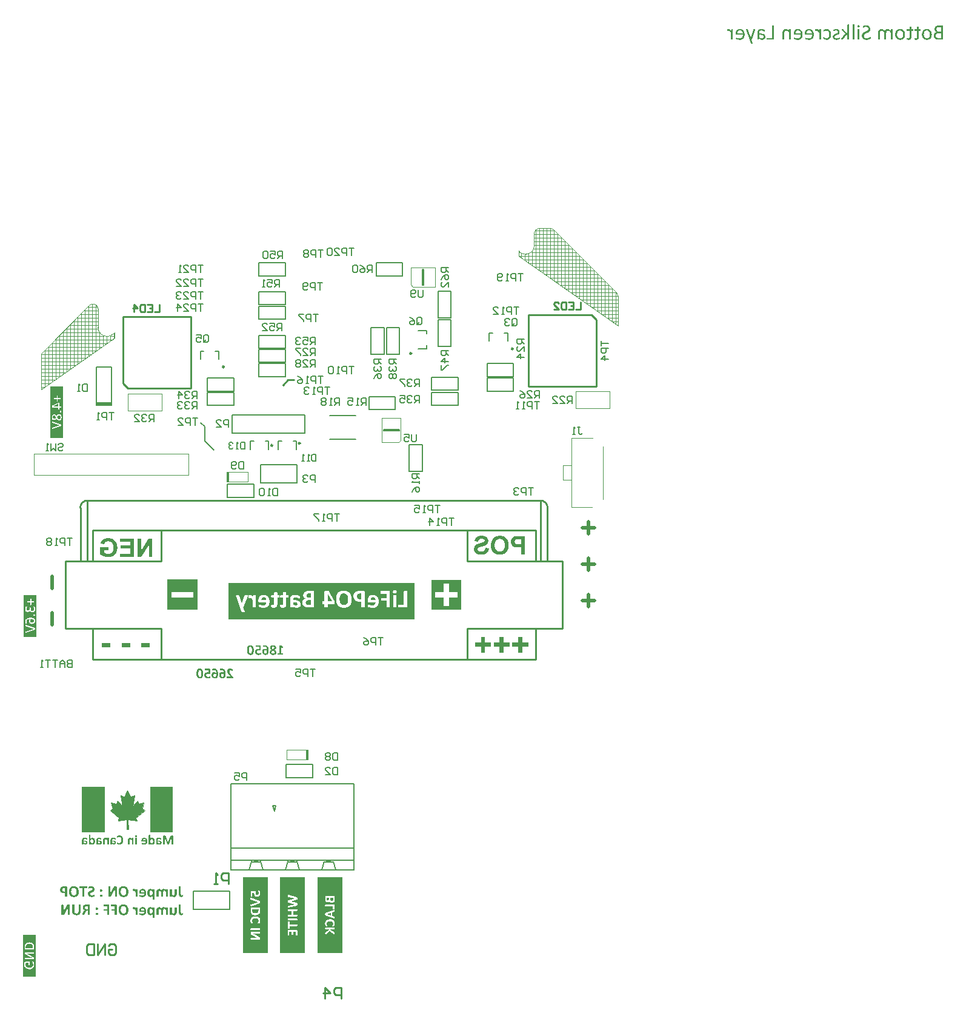
<source format=gbr>
%TF.GenerationSoftware,Altium Limited,Altium Designer,21.6.4 (81)*%
G04 Layer_Color=32896*
%FSLAX26Y26*%
%MOIN*%
%TF.SameCoordinates,BD845C9F-3E28-4BEA-89B7-7B09B8E8D9D1*%
%TF.FilePolarity,Positive*%
%TF.FileFunction,Legend,Bot*%
%TF.Part,Single*%
G01*
G75*
%TA.AperFunction,NonConductor*%
%ADD10C,0.008000*%
%ADD82C,0.010000*%
%ADD116C,0.020000*%
%ADD123C,0.004000*%
%ADD124C,0.009842*%
%ADD125C,0.005000*%
%ADD126C,0.003937*%
%ADD127C,0.007874*%
%ADD128C,0.007000*%
%ADD129C,0.002000*%
%ADD130C,0.001000*%
%ADD131C,0.006000*%
G36*
X549000Y1474000D02*
X424000D01*
Y1224000D01*
X549000D01*
Y1474000D01*
D02*
G37*
G36*
X674000Y1456000D02*
X655000Y1418000D01*
X636000Y1427000D01*
X646000Y1369000D01*
X619000Y1398000D01*
X612000Y1381000D01*
X584000Y1387000D01*
X592000Y1354000D01*
X579000Y1345000D01*
X627000Y1305000D01*
X623000Y1288000D01*
X671000Y1293000D01*
X670000Y1240000D01*
X679000D01*
X677000Y1293000D01*
X725000Y1288000D01*
X721000Y1305000D01*
X769000Y1345000D01*
X756000Y1354000D01*
X764000Y1387000D01*
X736000Y1381000D01*
X729000Y1398000D01*
X712000Y1379000D01*
X702000Y1369000D01*
X712000Y1427000D01*
X696000Y1419421D01*
X693000Y1418000D01*
X674000Y1456000D01*
D02*
G37*
G36*
X924000Y1474000D02*
X799000D01*
Y1224000D01*
X924000D01*
Y1474000D01*
D02*
G37*
G36*
X1057020Y2547165D02*
X1057423Y2515354D01*
X1057305Y2449882D01*
X893837D01*
X893919Y2515354D01*
X913526Y2515433D01*
X1037305D01*
Y2547165D01*
X913837Y2547289D01*
X913526Y2515433D01*
X893998D01*
X893919Y2515354D01*
X893722Y2515551D01*
Y2547323D01*
X893837Y2612840D01*
X1057305D01*
X1057020Y2547165D01*
D02*
G37*
G36*
X1446194Y976662D02*
Y560662D01*
X1308398D01*
Y976662D01*
X1446194D01*
D02*
G37*
G36*
X169619Y660796D02*
Y430796D01*
X99620D01*
Y660796D01*
X169619D01*
D02*
G37*
G36*
X1651194Y560662D02*
X1513398D01*
Y976662D01*
X1651194D01*
Y560662D01*
D02*
G37*
G36*
X1856194D02*
X1718398D01*
Y976662D01*
X1856194D01*
Y560662D01*
D02*
G37*
G36*
X320000Y3390000D02*
X250000D01*
Y3675000D01*
X320000D01*
Y3390000D01*
D02*
G37*
G36*
X174423Y2529221D02*
Y2299221D01*
X104423D01*
Y2529221D01*
X174423D01*
D02*
G37*
G36*
X2860691Y2751453D02*
X2840352D01*
Y2789507D01*
X2824606D01*
X2822200Y2789580D01*
X2820013Y2789653D01*
X2817972Y2789726D01*
X2816076Y2789798D01*
X2814327Y2789944D01*
X2812796Y2790090D01*
X2811411Y2790236D01*
X2810098Y2790309D01*
X2809078Y2790455D01*
X2808130Y2790600D01*
X2807401Y2790673D01*
X2806745Y2790746D01*
X2806381Y2790819D01*
X2806089Y2790892D01*
X2806016D01*
X2803975Y2791402D01*
X2802079Y2792131D01*
X2800330Y2792933D01*
X2798726Y2793735D01*
X2797997Y2794100D01*
X2797341Y2794464D01*
X2796831Y2794829D01*
X2796320Y2795120D01*
X2795956Y2795339D01*
X2795664Y2795558D01*
X2795518Y2795631D01*
X2795445Y2795703D01*
X2793623Y2797161D01*
X2791946Y2798765D01*
X2790488Y2800442D01*
X2789249Y2802046D01*
X2788228Y2803431D01*
X2787864Y2804087D01*
X2787499Y2804597D01*
X2787281Y2805035D01*
X2787062Y2805326D01*
X2786989Y2805545D01*
X2786916Y2805618D01*
X2786333Y2806857D01*
X2785750Y2808096D01*
X2784948Y2810721D01*
X2784292Y2813345D01*
X2784073Y2814657D01*
X2783927Y2815824D01*
X2783782Y2816990D01*
X2783636Y2818011D01*
X2783563Y2818959D01*
Y2819760D01*
X2783490Y2820416D01*
Y2820854D01*
Y2821218D01*
Y2821291D01*
X2783563Y2823478D01*
X2783709Y2825592D01*
X2784000Y2827561D01*
X2784438Y2829456D01*
X2784875Y2831206D01*
X2785385Y2832809D01*
X2785896Y2834267D01*
X2786406Y2835580D01*
X2786989Y2836819D01*
X2787499Y2837840D01*
X2788010Y2838787D01*
X2788447Y2839516D01*
X2788812Y2840099D01*
X2789103Y2840537D01*
X2789322Y2840829D01*
X2789395Y2840901D01*
X2790488Y2842287D01*
X2791655Y2843526D01*
X2792894Y2844692D01*
X2794133Y2845713D01*
X2795373Y2846588D01*
X2796539Y2847390D01*
X2797705Y2848119D01*
X2798799Y2848702D01*
X2799892Y2849285D01*
X2800840Y2849722D01*
X2801715Y2850087D01*
X2802444Y2850378D01*
X2803027Y2850524D01*
X2803537Y2850670D01*
X2803829Y2850816D01*
X2803902D01*
X2804485Y2850962D01*
X2805068Y2851107D01*
X2806526Y2851326D01*
X2808203Y2851545D01*
X2810026Y2851691D01*
X2811994Y2851836D01*
X2814035Y2851982D01*
X2818117Y2852128D01*
X2820086Y2852201D01*
X2821908Y2852274D01*
X2823585D01*
X2825116Y2852347D01*
X2860691D01*
Y2751453D01*
D02*
G37*
G36*
X2724368Y2853950D02*
X2726555Y2853878D01*
X2728669Y2853659D01*
X2730710Y2853367D01*
X2732606Y2853076D01*
X2734428Y2852784D01*
X2736032Y2852420D01*
X2737563Y2852055D01*
X2738948Y2851618D01*
X2740187Y2851253D01*
X2741281Y2850962D01*
X2742156Y2850670D01*
X2742885Y2850378D01*
X2743395Y2850160D01*
X2743686Y2850087D01*
X2743832Y2850014D01*
X2745144Y2849431D01*
X2746457Y2848775D01*
X2748862Y2847317D01*
X2751122Y2845786D01*
X2752143Y2845057D01*
X2753091Y2844328D01*
X2753892Y2843672D01*
X2754694Y2843015D01*
X2755351Y2842432D01*
X2755934Y2841922D01*
X2756371Y2841485D01*
X2756663Y2841193D01*
X2756881Y2840974D01*
X2756954Y2840901D01*
X2759068Y2838569D01*
X2760891Y2836163D01*
X2762495Y2833830D01*
X2763807Y2831716D01*
X2764390Y2830695D01*
X2764900Y2829821D01*
X2765338Y2829019D01*
X2765629Y2828363D01*
X2765921Y2827779D01*
X2766140Y2827415D01*
X2766213Y2827123D01*
X2766285Y2827050D01*
X2767087Y2825009D01*
X2767816Y2822968D01*
X2768400Y2820781D01*
X2768910Y2818594D01*
X2769347Y2816480D01*
X2769785Y2814293D01*
X2770076Y2812252D01*
X2770295Y2810211D01*
X2770514Y2808388D01*
X2770660Y2806638D01*
X2770732Y2805108D01*
X2770805Y2803795D01*
X2770878Y2802702D01*
Y2802264D01*
Y2801900D01*
Y2801608D01*
Y2801390D01*
Y2801317D01*
Y2801244D01*
X2770805Y2798984D01*
X2770732Y2796870D01*
X2770295Y2792715D01*
X2769639Y2788778D01*
X2768837Y2785133D01*
X2767816Y2781780D01*
X2766650Y2778645D01*
X2765484Y2775802D01*
X2764244Y2773250D01*
X2763005Y2770990D01*
X2762422Y2769970D01*
X2761839Y2769022D01*
X2761255Y2768147D01*
X2760672Y2767345D01*
X2760162Y2766616D01*
X2759652Y2765960D01*
X2759214Y2765377D01*
X2758850Y2764867D01*
X2758485Y2764429D01*
X2758194Y2764065D01*
X2757902Y2763773D01*
X2757756Y2763555D01*
X2757610Y2763482D01*
Y2763409D01*
X2756371Y2762169D01*
X2754986Y2761003D01*
X2753674Y2759910D01*
X2752289Y2758889D01*
X2749373Y2757066D01*
X2746384Y2755463D01*
X2743395Y2754150D01*
X2740479Y2753057D01*
X2737563Y2752109D01*
X2734720Y2751453D01*
X2732095Y2750870D01*
X2729617Y2750432D01*
X2728523Y2750287D01*
X2727430Y2750141D01*
X2726482Y2749995D01*
X2725534Y2749922D01*
X2724733Y2749849D01*
X2724003Y2749776D01*
X2723347D01*
X2722837Y2749704D01*
X2721816D01*
X2719775Y2749776D01*
X2717734Y2749849D01*
X2713870Y2750287D01*
X2710298Y2750943D01*
X2706872Y2751890D01*
X2703737Y2752911D01*
X2700821Y2754077D01*
X2698124Y2755317D01*
X2695718Y2756629D01*
X2693604Y2757868D01*
X2691709Y2759108D01*
X2690032Y2760274D01*
X2688720Y2761367D01*
X2688137Y2761805D01*
X2687699Y2762242D01*
X2687262Y2762607D01*
X2686897Y2762898D01*
X2686679Y2763117D01*
X2686460Y2763336D01*
X2686387Y2763409D01*
X2686314Y2763482D01*
X2685075Y2764794D01*
X2683981Y2766179D01*
X2682888Y2767637D01*
X2681940Y2769095D01*
X2680118Y2772157D01*
X2678587Y2775291D01*
X2677275Y2778426D01*
X2676254Y2781634D01*
X2675379Y2784768D01*
X2674650Y2787757D01*
X2674067Y2790600D01*
X2673702Y2793225D01*
X2673484Y2794464D01*
X2673411Y2795631D01*
X2673265Y2796651D01*
X2673192Y2797672D01*
X2673119Y2798546D01*
X2673046Y2799348D01*
Y2800005D01*
X2672974Y2800588D01*
Y2801098D01*
Y2801390D01*
Y2801608D01*
Y2801681D01*
Y2803941D01*
X2673119Y2806201D01*
X2673557Y2810429D01*
X2674213Y2814366D01*
X2675088Y2818084D01*
X2676108Y2821510D01*
X2677202Y2824718D01*
X2678441Y2827561D01*
X2679680Y2830185D01*
X2680336Y2831352D01*
X2680920Y2832445D01*
X2681576Y2833539D01*
X2682159Y2834486D01*
X2682742Y2835361D01*
X2683252Y2836236D01*
X2683763Y2836965D01*
X2684273Y2837621D01*
X2684710Y2838204D01*
X2685148Y2838714D01*
X2685512Y2839152D01*
X2685804Y2839516D01*
X2686023Y2839808D01*
X2686241Y2840027D01*
X2686314Y2840099D01*
X2686387Y2840172D01*
X2687699Y2841412D01*
X2689012Y2842578D01*
X2690397Y2843744D01*
X2691782Y2844765D01*
X2694698Y2846588D01*
X2697614Y2848191D01*
X2700603Y2849504D01*
X2703591Y2850670D01*
X2706508Y2851545D01*
X2709278Y2852274D01*
X2711902Y2852857D01*
X2714308Y2853294D01*
X2715474Y2853440D01*
X2716495Y2853586D01*
X2717515Y2853732D01*
X2718390Y2853805D01*
X2719265Y2853878D01*
X2719994Y2853950D01*
X2720577D01*
X2721088Y2854023D01*
X2722108D01*
X2724368Y2853950D01*
D02*
G37*
G36*
X2623985D02*
X2626026Y2853878D01*
X2627994Y2853732D01*
X2629890Y2853440D01*
X2631639Y2853222D01*
X2633243Y2852930D01*
X2634774Y2852565D01*
X2636159Y2852274D01*
X2637398Y2851909D01*
X2638492Y2851618D01*
X2639439Y2851253D01*
X2640241Y2851035D01*
X2640825Y2850816D01*
X2641335Y2850597D01*
X2641626Y2850524D01*
X2641699Y2850451D01*
X2643230Y2849795D01*
X2644615Y2848993D01*
X2645928Y2848191D01*
X2647167Y2847390D01*
X2648260Y2846515D01*
X2649281Y2845713D01*
X2650229Y2844838D01*
X2651104Y2844036D01*
X2651832Y2843234D01*
X2652489Y2842578D01*
X2653072Y2841922D01*
X2653509Y2841339D01*
X2653874Y2840901D01*
X2654092Y2840537D01*
X2654238Y2840318D01*
X2654311Y2840245D01*
X2655040Y2839006D01*
X2655696Y2837694D01*
X2656279Y2836454D01*
X2656790Y2835142D01*
X2657227Y2833903D01*
X2657592Y2832737D01*
X2657810Y2831570D01*
X2658102Y2830550D01*
X2658248Y2829529D01*
X2658394Y2828581D01*
X2658466Y2827779D01*
X2658539Y2827123D01*
X2658612Y2826540D01*
Y2826176D01*
Y2825884D01*
Y2825811D01*
X2658539Y2823624D01*
X2658248Y2821510D01*
X2657737Y2819469D01*
X2657154Y2817573D01*
X2656498Y2815824D01*
X2655696Y2814147D01*
X2654821Y2812616D01*
X2653947Y2811231D01*
X2653145Y2809919D01*
X2652270Y2808825D01*
X2651468Y2807805D01*
X2650812Y2807003D01*
X2650229Y2806420D01*
X2649718Y2805909D01*
X2649427Y2805618D01*
X2649354Y2805545D01*
X2647969Y2804451D01*
X2646438Y2803431D01*
X2644761Y2802410D01*
X2642939Y2801463D01*
X2641116Y2800588D01*
X2639148Y2799786D01*
X2637253Y2799057D01*
X2635357Y2798328D01*
X2633608Y2797745D01*
X2631931Y2797161D01*
X2630400Y2796651D01*
X2629015Y2796287D01*
X2627921Y2795995D01*
X2627484Y2795849D01*
X2627119Y2795776D01*
X2626828Y2795631D01*
X2626609D01*
X2626463Y2795558D01*
X2626390D01*
X2624131Y2794974D01*
X2622016Y2794464D01*
X2620121Y2794027D01*
X2618444Y2793589D01*
X2616913Y2793152D01*
X2615601Y2792787D01*
X2614435Y2792496D01*
X2613414Y2792204D01*
X2612612Y2791985D01*
X2611883Y2791767D01*
X2611300Y2791548D01*
X2610790Y2791402D01*
X2610498Y2791329D01*
X2610207Y2791256D01*
X2610134Y2791184D01*
X2610061D01*
X2609113Y2790819D01*
X2608238Y2790455D01*
X2606707Y2789726D01*
X2605395Y2788924D01*
X2604375Y2788268D01*
X2603646Y2787611D01*
X2603135Y2787174D01*
X2602771Y2786883D01*
X2602698Y2786737D01*
X2601969Y2785789D01*
X2601459Y2784768D01*
X2601094Y2783748D01*
X2600875Y2782800D01*
X2600657Y2781925D01*
X2600584Y2781269D01*
Y2780832D01*
Y2780759D01*
Y2780686D01*
X2600657Y2779665D01*
X2600802Y2778645D01*
X2601021Y2777770D01*
X2601386Y2776822D01*
X2602188Y2775218D01*
X2603062Y2773760D01*
X2603573Y2773177D01*
X2604010Y2772594D01*
X2604448Y2772157D01*
X2604812Y2771719D01*
X2605177Y2771428D01*
X2605395Y2771209D01*
X2605541Y2771063D01*
X2605614Y2770990D01*
X2606562Y2770261D01*
X2607655Y2769605D01*
X2608822Y2769095D01*
X2609988Y2768585D01*
X2611227Y2768220D01*
X2612466Y2767856D01*
X2614872Y2767345D01*
X2615966Y2767200D01*
X2617059Y2767054D01*
X2618007Y2766981D01*
X2618809Y2766908D01*
X2619465Y2766835D01*
X2620413D01*
X2622089Y2766908D01*
X2623693Y2767054D01*
X2625224Y2767272D01*
X2626682Y2767564D01*
X2627994Y2767928D01*
X2629161Y2768293D01*
X2630327Y2768730D01*
X2631275Y2769168D01*
X2632222Y2769605D01*
X2632951Y2770043D01*
X2633680Y2770407D01*
X2634191Y2770772D01*
X2634628Y2771063D01*
X2634920Y2771282D01*
X2635138Y2771428D01*
X2635211Y2771501D01*
X2636159Y2772448D01*
X2637107Y2773469D01*
X2637909Y2774562D01*
X2638638Y2775729D01*
X2639294Y2776968D01*
X2639877Y2778207D01*
X2640898Y2780613D01*
X2641262Y2781707D01*
X2641554Y2782727D01*
X2641845Y2783675D01*
X2642064Y2784550D01*
X2642210Y2785206D01*
X2642356Y2785716D01*
X2642428Y2786008D01*
Y2786153D01*
X2662257Y2784258D01*
X2661820Y2781196D01*
X2661164Y2778280D01*
X2660435Y2775583D01*
X2659487Y2773032D01*
X2658539Y2770772D01*
X2657519Y2768657D01*
X2656498Y2766689D01*
X2655405Y2765012D01*
X2654384Y2763482D01*
X2653436Y2762169D01*
X2652489Y2761003D01*
X2651687Y2760128D01*
X2651031Y2759399D01*
X2650520Y2758889D01*
X2650229Y2758524D01*
X2650083Y2758452D01*
X2648042Y2756921D01*
X2645855Y2755535D01*
X2643522Y2754369D01*
X2641116Y2753349D01*
X2638711Y2752474D01*
X2636232Y2751818D01*
X2633826Y2751234D01*
X2631493Y2750724D01*
X2629306Y2750360D01*
X2627265Y2750068D01*
X2625370Y2749922D01*
X2623766Y2749776D01*
X2623110Y2749704D01*
X2622454D01*
X2621943Y2749631D01*
X2620631D01*
X2618226Y2749704D01*
X2615893Y2749776D01*
X2613706Y2749995D01*
X2611665Y2750214D01*
X2609769Y2750505D01*
X2607947Y2750797D01*
X2606270Y2751089D01*
X2604739Y2751453D01*
X2603427Y2751818D01*
X2602188Y2752109D01*
X2601167Y2752401D01*
X2600365Y2752692D01*
X2599636Y2752911D01*
X2599126Y2753130D01*
X2598834Y2753203D01*
X2598761Y2753276D01*
X2597157Y2754005D01*
X2595627Y2754807D01*
X2594242Y2755681D01*
X2592929Y2756629D01*
X2591690Y2757504D01*
X2590597Y2758452D01*
X2589576Y2759399D01*
X2588628Y2760274D01*
X2587826Y2761149D01*
X2587097Y2761951D01*
X2586514Y2762680D01*
X2586004Y2763263D01*
X2585639Y2763773D01*
X2585348Y2764211D01*
X2585202Y2764429D01*
X2585129Y2764502D01*
X2584254Y2765960D01*
X2583525Y2767345D01*
X2582869Y2768803D01*
X2582286Y2770261D01*
X2581849Y2771646D01*
X2581411Y2772959D01*
X2581119Y2774271D01*
X2580828Y2775510D01*
X2580682Y2776604D01*
X2580536Y2777624D01*
X2580390Y2778499D01*
X2580318Y2779301D01*
X2580245Y2779884D01*
Y2780394D01*
Y2780686D01*
Y2780759D01*
X2580318Y2782508D01*
X2580390Y2784185D01*
X2580609Y2785789D01*
X2580901Y2787320D01*
X2581192Y2788705D01*
X2581557Y2790017D01*
X2581921Y2791256D01*
X2582286Y2792350D01*
X2582650Y2793371D01*
X2583015Y2794245D01*
X2583379Y2794974D01*
X2583671Y2795631D01*
X2583963Y2796141D01*
X2584181Y2796505D01*
X2584254Y2796724D01*
X2584327Y2796797D01*
X2585129Y2797963D01*
X2585931Y2799130D01*
X2587753Y2801171D01*
X2588701Y2802119D01*
X2589649Y2802921D01*
X2590524Y2803722D01*
X2591398Y2804378D01*
X2592273Y2805035D01*
X2593002Y2805545D01*
X2593731Y2805982D01*
X2594314Y2806420D01*
X2594825Y2806711D01*
X2595189Y2806930D01*
X2595408Y2807003D01*
X2595481Y2807076D01*
X2596866Y2807805D01*
X2598470Y2808461D01*
X2600146Y2809190D01*
X2601896Y2809846D01*
X2605541Y2811085D01*
X2607363Y2811596D01*
X2609113Y2812179D01*
X2610790Y2812616D01*
X2612321Y2813054D01*
X2613779Y2813418D01*
X2615018Y2813783D01*
X2616039Y2814001D01*
X2616768Y2814220D01*
X2617059Y2814293D01*
X2617278D01*
X2617351Y2814366D01*
X2617424D01*
X2620048Y2815022D01*
X2622527Y2815678D01*
X2624641Y2816261D01*
X2626609Y2816917D01*
X2628359Y2817501D01*
X2629890Y2818084D01*
X2631202Y2818594D01*
X2632368Y2819104D01*
X2633316Y2819542D01*
X2634118Y2819906D01*
X2634774Y2820271D01*
X2635284Y2820562D01*
X2635722Y2820854D01*
X2635940Y2821000D01*
X2636086Y2821146D01*
X2636159D01*
X2637180Y2822166D01*
X2637909Y2823187D01*
X2638419Y2824207D01*
X2638783Y2825155D01*
X2639002Y2826030D01*
X2639075Y2826686D01*
X2639148Y2827123D01*
Y2827196D01*
Y2827269D01*
X2639075Y2827998D01*
X2639002Y2828654D01*
X2638638Y2829894D01*
X2638127Y2830914D01*
X2637544Y2831789D01*
X2636961Y2832518D01*
X2636451Y2833028D01*
X2636086Y2833393D01*
X2635940Y2833466D01*
X2634920Y2834122D01*
X2633899Y2834705D01*
X2632806Y2835215D01*
X2631639Y2835653D01*
X2629306Y2836309D01*
X2627119Y2836746D01*
X2626026Y2836892D01*
X2625078Y2836965D01*
X2624203Y2837038D01*
X2623474Y2837111D01*
X2622891Y2837184D01*
X2620485D01*
X2618955Y2837038D01*
X2617642Y2836892D01*
X2616403Y2836673D01*
X2615237Y2836382D01*
X2614143Y2836090D01*
X2613195Y2835798D01*
X2612321Y2835507D01*
X2611592Y2835142D01*
X2610936Y2834851D01*
X2610352Y2834559D01*
X2609915Y2834267D01*
X2609550Y2834049D01*
X2609332Y2833903D01*
X2609186Y2833830D01*
X2609113Y2833757D01*
X2608311Y2833101D01*
X2607655Y2832299D01*
X2606416Y2830550D01*
X2605468Y2828727D01*
X2604666Y2826905D01*
X2604375Y2826030D01*
X2604156Y2825228D01*
X2603937Y2824499D01*
X2603791Y2823843D01*
X2603646Y2823332D01*
X2603573Y2822968D01*
X2603500Y2822676D01*
Y2822604D01*
X2583161Y2823478D01*
X2583379Y2826030D01*
X2583744Y2828436D01*
X2584254Y2830695D01*
X2584983Y2832809D01*
X2585712Y2834778D01*
X2586587Y2836600D01*
X2587462Y2838277D01*
X2588410Y2839735D01*
X2589357Y2841120D01*
X2590232Y2842287D01*
X2591034Y2843307D01*
X2591763Y2844109D01*
X2592419Y2844765D01*
X2592856Y2845275D01*
X2593148Y2845567D01*
X2593294Y2845640D01*
X2595189Y2847098D01*
X2597230Y2848410D01*
X2599490Y2849504D01*
X2601750Y2850524D01*
X2604156Y2851326D01*
X2606562Y2851982D01*
X2608894Y2852565D01*
X2611154Y2853003D01*
X2613341Y2853294D01*
X2615310Y2853586D01*
X2617132Y2853805D01*
X2618736Y2853878D01*
X2619465Y2853950D01*
X2620048D01*
X2620558Y2854023D01*
X2621871D01*
X2623985Y2853950D01*
D02*
G37*
G36*
X2846138Y2266064D02*
X2879116D01*
Y2243472D01*
X2846138D01*
Y2210767D01*
X2824092D01*
Y2243472D01*
X2791023D01*
Y2266064D01*
X2824092D01*
Y2298769D01*
X2846138D01*
Y2266064D01*
D02*
G37*
G36*
X2743286D02*
X2776264D01*
Y2243472D01*
X2743286D01*
Y2210767D01*
X2721240D01*
Y2243472D01*
X2688171D01*
Y2266064D01*
X2721240D01*
Y2298769D01*
X2743286D01*
Y2266064D01*
D02*
G37*
G36*
X2640434D02*
X2673412D01*
Y2243472D01*
X2640434D01*
Y2210767D01*
X2618388D01*
Y2243472D01*
X2585319Y2243472D01*
Y2266064D01*
X2618388Y2266064D01*
Y2298769D01*
X2640434D01*
Y2266064D01*
D02*
G37*
G36*
X2509392Y2448325D02*
X2346099D01*
Y2611490D01*
X2509392D01*
Y2448325D01*
D02*
G37*
G36*
X810691Y2738338D02*
X791810D01*
Y2804385D01*
X751059Y2738338D01*
X730647D01*
Y2839232D01*
X749528D01*
Y2771653D01*
X790935Y2839232D01*
X810691D01*
Y2738338D01*
D02*
G37*
G36*
X571142Y2840836D02*
X573693Y2840690D01*
X576172Y2840471D01*
X578432Y2840106D01*
X580546Y2839742D01*
X582514Y2839305D01*
X584409Y2838867D01*
X586086Y2838430D01*
X587544Y2837919D01*
X588856Y2837482D01*
X590023Y2837045D01*
X590970Y2836680D01*
X591699Y2836316D01*
X592283Y2836097D01*
X592574Y2835951D01*
X592720Y2835878D01*
X595053Y2834566D01*
X597167Y2833181D01*
X599208Y2831723D01*
X601104Y2830192D01*
X602853Y2828588D01*
X604384Y2827057D01*
X605842Y2825526D01*
X607154Y2823996D01*
X608248Y2822610D01*
X609268Y2821298D01*
X610143Y2820132D01*
X610799Y2819111D01*
X611309Y2818236D01*
X611747Y2817580D01*
X611966Y2817216D01*
X612038Y2817070D01*
X613205Y2814737D01*
X614226Y2812332D01*
X615100Y2809926D01*
X615829Y2807520D01*
X616485Y2805187D01*
X616996Y2802855D01*
X617433Y2800595D01*
X617798Y2798481D01*
X618016Y2796512D01*
X618235Y2794690D01*
X618381Y2793086D01*
X618527Y2791701D01*
Y2790607D01*
X618600Y2790170D01*
Y2789805D01*
Y2789514D01*
Y2789222D01*
Y2789149D01*
Y2789077D01*
X618527Y2786379D01*
X618308Y2783755D01*
X618016Y2781203D01*
X617652Y2778725D01*
X617214Y2776392D01*
X616704Y2774205D01*
X616194Y2772091D01*
X615611Y2770195D01*
X615100Y2768446D01*
X614590Y2766842D01*
X614080Y2765530D01*
X613642Y2764363D01*
X613205Y2763416D01*
X612913Y2762760D01*
X612768Y2762322D01*
X612695Y2762176D01*
X611528Y2759916D01*
X610216Y2757802D01*
X608904Y2755834D01*
X607446Y2754012D01*
X605988Y2752335D01*
X604530Y2750731D01*
X603072Y2749346D01*
X601687Y2748107D01*
X600302Y2746940D01*
X599062Y2745993D01*
X597969Y2745118D01*
X596948Y2744462D01*
X596146Y2743951D01*
X595563Y2743514D01*
X595199Y2743295D01*
X595053Y2743222D01*
X592793Y2742056D01*
X590460Y2741035D01*
X588127Y2740161D01*
X585722Y2739359D01*
X583389Y2738776D01*
X581129Y2738192D01*
X578942Y2737755D01*
X576828Y2737390D01*
X574860Y2737172D01*
X573037Y2736953D01*
X571433Y2736807D01*
X570048Y2736661D01*
X568955D01*
X568517Y2736588D01*
X567424D01*
X565091Y2736661D01*
X562758Y2736807D01*
X560498Y2737026D01*
X558311Y2737318D01*
X556197Y2737682D01*
X554156Y2738046D01*
X552260Y2738484D01*
X550438Y2738921D01*
X548834Y2739359D01*
X547376Y2739796D01*
X546064Y2740161D01*
X544971Y2740525D01*
X544023Y2740817D01*
X543367Y2741035D01*
X543002Y2741181D01*
X542856Y2741254D01*
X540669Y2742129D01*
X538555Y2743077D01*
X536587Y2744024D01*
X534837Y2744972D01*
X533161Y2745920D01*
X531630Y2746794D01*
X530245Y2747669D01*
X529005Y2748471D01*
X527912Y2749273D01*
X526964Y2750002D01*
X526089Y2750585D01*
X525433Y2751169D01*
X524923Y2751606D01*
X524558Y2751897D01*
X524340Y2752116D01*
X524267Y2752189D01*
Y2792430D01*
X568153Y2792430D01*
Y2775371D01*
X544825D01*
Y2762541D01*
X546647Y2761229D01*
X548543Y2760062D01*
X550365Y2759042D01*
X552115Y2758167D01*
X552917Y2757802D01*
X553646Y2757438D01*
X554302Y2757146D01*
X554812Y2756928D01*
X555249Y2756709D01*
X555614Y2756636D01*
X555833Y2756490D01*
X555905D01*
X558311Y2755688D01*
X560644Y2755032D01*
X562758Y2754595D01*
X563779Y2754449D01*
X564726Y2754303D01*
X565601Y2754230D01*
X566330Y2754157D01*
X567059Y2754084D01*
X567642D01*
X568080Y2754012D01*
X568736D01*
X571069Y2754084D01*
X573329Y2754376D01*
X575443Y2754814D01*
X577411Y2755397D01*
X579306Y2756126D01*
X581056Y2756855D01*
X582587Y2757657D01*
X584045Y2758531D01*
X585284Y2759333D01*
X586451Y2760135D01*
X587398Y2760937D01*
X588200Y2761593D01*
X588856Y2762176D01*
X589294Y2762614D01*
X589585Y2762905D01*
X589658Y2762978D01*
X591043Y2764728D01*
X592283Y2766696D01*
X593376Y2768810D01*
X594251Y2770997D01*
X595053Y2773184D01*
X595636Y2775444D01*
X596219Y2777631D01*
X596584Y2779818D01*
X596948Y2781859D01*
X597167Y2783755D01*
X597386Y2785432D01*
X597458Y2786962D01*
X597531Y2787619D01*
Y2788202D01*
X597604Y2788639D01*
Y2789077D01*
Y2789441D01*
Y2789660D01*
Y2789805D01*
Y2789878D01*
X597531Y2792867D01*
X597240Y2795710D01*
X596875Y2798335D01*
X596365Y2800813D01*
X595782Y2803073D01*
X595126Y2805115D01*
X594397Y2807010D01*
X593668Y2808687D01*
X592939Y2810145D01*
X592210Y2811384D01*
X591554Y2812477D01*
X590970Y2813352D01*
X590460Y2814081D01*
X590096Y2814591D01*
X589804Y2814883D01*
X589731Y2814956D01*
X588200Y2816487D01*
X586524Y2817799D01*
X584847Y2818893D01*
X583097Y2819913D01*
X581348Y2820715D01*
X579525Y2821371D01*
X577848Y2821954D01*
X576172Y2822392D01*
X574568Y2822756D01*
X573183Y2823048D01*
X571871Y2823194D01*
X570704Y2823340D01*
X569829Y2823412D01*
X569100Y2823485D01*
X568517D01*
X566913Y2823412D01*
X565383Y2823267D01*
X563852Y2823048D01*
X562539Y2822829D01*
X561227Y2822465D01*
X559988Y2822100D01*
X558894Y2821736D01*
X557874Y2821298D01*
X556999Y2820861D01*
X556197Y2820496D01*
X555468Y2820132D01*
X554885Y2819767D01*
X554447Y2819549D01*
X554156Y2819330D01*
X553937Y2819184D01*
X553864Y2819111D01*
X552771Y2818309D01*
X551823Y2817362D01*
X550948Y2816414D01*
X550073Y2815466D01*
X549345Y2814519D01*
X548688Y2813498D01*
X548105Y2812550D01*
X547595Y2811675D01*
X547158Y2810801D01*
X546793Y2809999D01*
X546428Y2809270D01*
X546210Y2808687D01*
X545991Y2808176D01*
X545845Y2807739D01*
X545772Y2807520D01*
Y2807447D01*
X525579Y2811238D01*
X526235Y2813790D01*
X527037Y2816122D01*
X527985Y2818382D01*
X529005Y2820496D01*
X530099Y2822392D01*
X531265Y2824214D01*
X532359Y2825818D01*
X533525Y2827276D01*
X534619Y2828588D01*
X535712Y2829755D01*
X536660Y2830702D01*
X537535Y2831504D01*
X538191Y2832160D01*
X538774Y2832598D01*
X539066Y2832889D01*
X539211Y2832962D01*
X541253Y2834347D01*
X543513Y2835587D01*
X545845Y2836680D01*
X548251Y2837555D01*
X550657Y2838357D01*
X553135Y2838940D01*
X555541Y2839523D01*
X557801Y2839888D01*
X559988Y2840252D01*
X562029Y2840471D01*
X563852Y2840690D01*
X565455Y2840763D01*
X566111Y2840836D01*
X566695D01*
X567278Y2840908D01*
X568517D01*
X571142Y2840836D01*
D02*
G37*
G36*
X709068Y2738338D02*
X632378D01*
Y2755397D01*
X688729D01*
Y2782734D01*
X638064D01*
Y2799793D01*
X688729D01*
Y2822173D01*
X634273D01*
Y2839232D01*
X709068D01*
Y2738338D01*
D02*
G37*
G36*
X796518Y2240899D02*
X749055D01*
Y2265041D01*
X796518D01*
Y2240899D01*
D02*
G37*
G36*
X688929D02*
X641466D01*
Y2265041D01*
X688929D01*
Y2240899D01*
D02*
G37*
G36*
X581340D02*
X533876D01*
Y2265041D01*
X581340D01*
Y2240899D01*
D02*
G37*
G36*
X722610Y1208396D02*
X723083Y1208353D01*
X723513Y1208267D01*
X724244Y1208095D01*
X724846Y1207880D01*
X725276Y1207665D01*
X725577Y1207493D01*
X725749Y1207364D01*
X725792Y1207321D01*
X726179Y1206848D01*
X726437Y1206246D01*
X726652Y1205601D01*
X726781Y1204956D01*
X726867Y1204354D01*
X726910Y1203881D01*
Y1203666D01*
Y1203537D01*
Y1203451D01*
Y1203408D01*
X726867Y1202462D01*
X726738Y1201688D01*
X726566Y1201043D01*
X726351Y1200527D01*
X726179Y1200140D01*
X726007Y1199882D01*
X725878Y1199710D01*
X725835Y1199667D01*
X725620Y1199495D01*
X725319Y1199323D01*
X724717Y1199065D01*
X723986Y1198893D01*
X723298Y1198764D01*
X722610Y1198678D01*
X722352D01*
X722094Y1198635D01*
X721019D01*
X720503Y1198678D01*
X720030Y1198721D01*
X719600Y1198807D01*
X718826Y1198979D01*
X718267Y1199194D01*
X717794Y1199366D01*
X717493Y1199538D01*
X717321Y1199667D01*
X717278Y1199710D01*
X716891Y1200183D01*
X716590Y1200785D01*
X716418Y1201387D01*
X716246Y1202032D01*
X716160Y1202634D01*
X716117Y1203107D01*
Y1203322D01*
Y1203451D01*
Y1203537D01*
Y1203580D01*
X716160Y1204526D01*
X716289Y1205300D01*
X716461Y1205988D01*
X716676Y1206504D01*
X716891Y1206891D01*
X717063Y1207149D01*
X717192Y1207321D01*
X717235Y1207364D01*
X717450Y1207536D01*
X717751Y1207708D01*
X718353Y1207966D01*
X719084Y1208181D01*
X719772Y1208310D01*
X720417Y1208396D01*
X720718D01*
X720976Y1208439D01*
X722051D01*
X722610Y1208396D01*
D02*
G37*
G36*
X848127Y1194464D02*
X848858Y1194378D01*
X849503Y1194335D01*
X850019Y1194249D01*
X850449Y1194163D01*
X850707Y1194120D01*
X850793D01*
X851567Y1193991D01*
X852255Y1193819D01*
X852900Y1193690D01*
X853459Y1193561D01*
X853932Y1193432D01*
X854319Y1193303D01*
X854534Y1193260D01*
X854620Y1193217D01*
X855265Y1193002D01*
X855824Y1192787D01*
X856340Y1192572D01*
X856770Y1192400D01*
X857157Y1192228D01*
X857415Y1192142D01*
X857630Y1192056D01*
X857673Y1192013D01*
X858103Y1191798D01*
X858490Y1191540D01*
X858791Y1191368D01*
X859049Y1191153D01*
X859264Y1191024D01*
X859393Y1190895D01*
X859436Y1190852D01*
X859479Y1190809D01*
X859823Y1190379D01*
X859995Y1189992D01*
X860081Y1189820D01*
X860124Y1189691D01*
X860167Y1189605D01*
Y1189562D01*
X860210Y1189304D01*
X860253Y1189003D01*
X860296Y1188444D01*
X860339Y1188186D01*
Y1187971D01*
Y1187842D01*
Y1187799D01*
Y1187197D01*
X860296Y1186681D01*
Y1186466D01*
X860253Y1186337D01*
Y1186251D01*
Y1186208D01*
X860167Y1185735D01*
X860038Y1185391D01*
X859995Y1185133D01*
X859952Y1185090D01*
Y1185047D01*
X859780Y1184746D01*
X859608Y1184488D01*
X859479Y1184359D01*
X859436Y1184316D01*
X859178Y1184187D01*
X858920Y1184101D01*
X858748Y1184058D01*
X858705D01*
X858447Y1184101D01*
X858189Y1184144D01*
X857716Y1184316D01*
X857501Y1184402D01*
X857329Y1184488D01*
X857200Y1184574D01*
X857157D01*
X856770Y1184789D01*
X856383Y1184961D01*
X855996Y1185176D01*
X855609Y1185348D01*
X855308Y1185477D01*
X855007Y1185606D01*
X854835Y1185649D01*
X854792Y1185692D01*
X853674Y1186165D01*
X853115Y1186337D01*
X852642Y1186509D01*
X852169Y1186638D01*
X851825Y1186767D01*
X851610Y1186810D01*
X851524Y1186853D01*
X850793Y1187025D01*
X850105Y1187197D01*
X849374Y1187283D01*
X848729Y1187326D01*
X848170Y1187369D01*
X847740Y1187412D01*
X846708D01*
X846106Y1187369D01*
X845590Y1187283D01*
X845160Y1187240D01*
X844816Y1187154D01*
X844558Y1187068D01*
X844386Y1187025D01*
X844343D01*
X843913Y1186853D01*
X843526Y1186681D01*
X843182Y1186509D01*
X842924Y1186294D01*
X842709Y1186122D01*
X842537Y1185993D01*
X842451Y1185907D01*
X842408Y1185864D01*
X841935Y1185219D01*
X841634Y1184574D01*
X841505Y1184316D01*
X841419Y1184101D01*
X841376Y1183929D01*
Y1183886D01*
X841161Y1182983D01*
X841118Y1182510D01*
X841075Y1182080D01*
X841032Y1181736D01*
Y1181435D01*
Y1181263D01*
Y1181177D01*
Y1179199D01*
X844300D01*
X845891Y1179156D01*
X847396Y1179113D01*
X848084Y1179027D01*
X848729Y1178984D01*
X849288Y1178941D01*
X849847Y1178855D01*
X850363Y1178812D01*
X850793Y1178726D01*
X851180Y1178683D01*
X851481Y1178640D01*
X851739Y1178597D01*
X851911Y1178554D01*
X852040Y1178511D01*
X852083D01*
X853287Y1178210D01*
X854362Y1177909D01*
X855308Y1177565D01*
X856125Y1177221D01*
X856770Y1176920D01*
X857028Y1176791D01*
X857243Y1176662D01*
X857458Y1176576D01*
X857587Y1176490D01*
X857630Y1176447D01*
X857673D01*
X858447Y1175888D01*
X859135Y1175329D01*
X859694Y1174727D01*
X860167Y1174168D01*
X860554Y1173695D01*
X860812Y1173265D01*
X860984Y1173007D01*
X861027Y1172964D01*
Y1172921D01*
X861414Y1172104D01*
X861672Y1171244D01*
X861887Y1170384D01*
X862016Y1169610D01*
X862102Y1168922D01*
Y1168621D01*
X862145Y1168363D01*
Y1168191D01*
Y1168019D01*
Y1167933D01*
Y1167890D01*
X862102Y1166944D01*
X862016Y1166041D01*
X861887Y1165224D01*
X861715Y1164536D01*
X861543Y1163977D01*
X861414Y1163547D01*
X861371Y1163418D01*
X861328Y1163289D01*
X861285Y1163246D01*
Y1163203D01*
X860898Y1162472D01*
X860511Y1161827D01*
X860081Y1161268D01*
X859694Y1160795D01*
X859350Y1160408D01*
X859049Y1160107D01*
X858877Y1159892D01*
X858791Y1159849D01*
X858146Y1159376D01*
X857501Y1158946D01*
X856856Y1158602D01*
X856254Y1158344D01*
X855738Y1158086D01*
X855351Y1157957D01*
X855179Y1157914D01*
X855050Y1157871D01*
X855007Y1157828D01*
X854964D01*
X854104Y1157613D01*
X853244Y1157441D01*
X852427Y1157312D01*
X851696Y1157226D01*
X851051Y1157183D01*
X850793D01*
X850535Y1157140D01*
X850105D01*
X848944Y1157183D01*
X847826Y1157312D01*
X846837Y1157527D01*
X845977Y1157742D01*
X845590Y1157871D01*
X845246Y1157957D01*
X844945Y1158086D01*
X844730Y1158172D01*
X844515Y1158215D01*
X844386Y1158301D01*
X844300Y1158344D01*
X844257D01*
X843311Y1158860D01*
X842408Y1159419D01*
X841634Y1159978D01*
X840946Y1160537D01*
X840387Y1161010D01*
X839957Y1161440D01*
X839828Y1161569D01*
X839699Y1161698D01*
X839656Y1161741D01*
X839613Y1161784D01*
Y1159118D01*
X839570Y1158774D01*
X839441Y1158516D01*
X839355Y1158344D01*
X839312Y1158301D01*
X839011Y1158129D01*
X838624Y1158000D01*
X838366Y1157957D01*
X838280Y1157914D01*
X838237D01*
X837893Y1157871D01*
X837506Y1157828D01*
X836732Y1157785D01*
X835227D01*
X834754Y1157828D01*
X834367D01*
X834023Y1157871D01*
X833808D01*
X833593Y1157914D01*
X833464D01*
X832948Y1158043D01*
X832561Y1158172D01*
X832346Y1158258D01*
X832260Y1158301D01*
X832045Y1158559D01*
X831916Y1158817D01*
X831873Y1159032D01*
Y1159118D01*
Y1181435D01*
X831916Y1182682D01*
X832002Y1183800D01*
X832131Y1184789D01*
X832303Y1185649D01*
X832389Y1186036D01*
X832475Y1186380D01*
X832518Y1186638D01*
X832604Y1186896D01*
X832647Y1187068D01*
X832690Y1187197D01*
X832733Y1187283D01*
Y1187326D01*
X833077Y1188229D01*
X833464Y1189003D01*
X833894Y1189691D01*
X834324Y1190293D01*
X834711Y1190766D01*
X835012Y1191110D01*
X835227Y1191282D01*
X835313Y1191368D01*
X836001Y1191927D01*
X836775Y1192400D01*
X837549Y1192830D01*
X838237Y1193131D01*
X838882Y1193389D01*
X839183Y1193518D01*
X839398Y1193604D01*
X839613Y1193647D01*
X839742Y1193690D01*
X839828Y1193733D01*
X839871D01*
X840946Y1193991D01*
X842064Y1194163D01*
X843182Y1194335D01*
X844214Y1194421D01*
X844730Y1194464D01*
X845547D01*
X845891Y1194507D01*
X847353D01*
X848127Y1194464D01*
D02*
G37*
G36*
X597351Y1194464D02*
X598082Y1194378D01*
X598727Y1194335D01*
X599243Y1194249D01*
X599673Y1194163D01*
X599931Y1194120D01*
X600017D01*
X600791Y1193991D01*
X601479Y1193819D01*
X602124Y1193690D01*
X602683Y1193561D01*
X603156Y1193432D01*
X603543Y1193303D01*
X603758Y1193260D01*
X603844Y1193217D01*
X604489Y1193002D01*
X605048Y1192787D01*
X605564Y1192572D01*
X605994Y1192400D01*
X606381Y1192228D01*
X606639Y1192142D01*
X606854Y1192056D01*
X606897Y1192013D01*
X607327Y1191798D01*
X607714Y1191540D01*
X608015Y1191368D01*
X608273Y1191153D01*
X608488Y1191024D01*
X608617Y1190895D01*
X608660Y1190852D01*
X608703Y1190809D01*
X609047Y1190379D01*
X609219Y1189992D01*
X609305Y1189820D01*
X609348Y1189691D01*
X609391Y1189605D01*
Y1189562D01*
X609434Y1189304D01*
X609477Y1189003D01*
X609520Y1188444D01*
X609563Y1188186D01*
Y1187971D01*
Y1187842D01*
Y1187799D01*
Y1187197D01*
X609520Y1186681D01*
Y1186466D01*
X609477Y1186337D01*
Y1186251D01*
Y1186208D01*
X609391Y1185735D01*
X609262Y1185391D01*
X609219Y1185133D01*
X609176Y1185090D01*
Y1185047D01*
X609004Y1184746D01*
X608832Y1184488D01*
X608703Y1184359D01*
X608660Y1184316D01*
X608402Y1184187D01*
X608144Y1184101D01*
X607972Y1184058D01*
X607929D01*
X607671Y1184101D01*
X607413Y1184144D01*
X606940Y1184316D01*
X606725Y1184402D01*
X606553Y1184488D01*
X606424Y1184574D01*
X606381D01*
X605994Y1184789D01*
X605607Y1184961D01*
X605220Y1185176D01*
X604833Y1185348D01*
X604532Y1185477D01*
X604231Y1185606D01*
X604059Y1185649D01*
X604016Y1185692D01*
X602898Y1186165D01*
X602339Y1186337D01*
X601866Y1186509D01*
X601393Y1186638D01*
X601049Y1186767D01*
X600834Y1186810D01*
X600748Y1186853D01*
X600017Y1187025D01*
X599329Y1187197D01*
X598598Y1187283D01*
X597953Y1187326D01*
X597394Y1187369D01*
X596964Y1187412D01*
X595932D01*
X595330Y1187369D01*
X594814Y1187283D01*
X594384Y1187240D01*
X594040Y1187154D01*
X593782Y1187068D01*
X593610Y1187025D01*
X593567D01*
X593137Y1186853D01*
X592750Y1186681D01*
X592406Y1186509D01*
X592148Y1186294D01*
X591933Y1186122D01*
X591761Y1185993D01*
X591675Y1185907D01*
X591632Y1185864D01*
X591159Y1185219D01*
X590858Y1184574D01*
X590729Y1184316D01*
X590643Y1184101D01*
X590600Y1183929D01*
Y1183886D01*
X590385Y1182983D01*
X590342Y1182510D01*
X590299Y1182080D01*
X590256Y1181736D01*
Y1181435D01*
Y1181263D01*
Y1181177D01*
Y1179199D01*
X593524D01*
X595115Y1179156D01*
X596620Y1179113D01*
X597308Y1179027D01*
X597953Y1178984D01*
X598512Y1178941D01*
X599071Y1178855D01*
X599587Y1178812D01*
X600017Y1178726D01*
X600404Y1178683D01*
X600705Y1178640D01*
X600963Y1178597D01*
X601135Y1178554D01*
X601264Y1178511D01*
X601307D01*
X602511Y1178210D01*
X603586Y1177909D01*
X604532Y1177565D01*
X605349Y1177221D01*
X605994Y1176920D01*
X606252Y1176791D01*
X606467Y1176662D01*
X606682Y1176576D01*
X606811Y1176490D01*
X606854Y1176447D01*
X606897D01*
X607671Y1175888D01*
X608359Y1175329D01*
X608918Y1174727D01*
X609391Y1174168D01*
X609778Y1173695D01*
X610036Y1173265D01*
X610208Y1173007D01*
X610251Y1172964D01*
Y1172921D01*
X610638Y1172104D01*
X610896Y1171244D01*
X611111Y1170384D01*
X611240Y1169610D01*
X611326Y1168922D01*
Y1168621D01*
X611369Y1168363D01*
Y1168191D01*
Y1168019D01*
Y1167933D01*
Y1167890D01*
X611326Y1166944D01*
X611240Y1166041D01*
X611111Y1165224D01*
X610939Y1164536D01*
X610767Y1163977D01*
X610638Y1163547D01*
X610595Y1163418D01*
X610552Y1163289D01*
X610509Y1163246D01*
Y1163203D01*
X610122Y1162472D01*
X609735Y1161827D01*
X609305Y1161268D01*
X608918Y1160795D01*
X608574Y1160408D01*
X608273Y1160107D01*
X608101Y1159892D01*
X608015Y1159849D01*
X607370Y1159376D01*
X606725Y1158946D01*
X606080Y1158602D01*
X605478Y1158344D01*
X604962Y1158086D01*
X604575Y1157957D01*
X604403Y1157914D01*
X604274Y1157871D01*
X604231Y1157828D01*
X604188D01*
X603328Y1157613D01*
X602468Y1157441D01*
X601651Y1157312D01*
X600920Y1157226D01*
X600275Y1157183D01*
X600017D01*
X599759Y1157140D01*
X599329D01*
X598168Y1157183D01*
X597050Y1157312D01*
X596061Y1157527D01*
X595201Y1157742D01*
X594814Y1157871D01*
X594470Y1157957D01*
X594169Y1158086D01*
X593954Y1158172D01*
X593739Y1158215D01*
X593610Y1158301D01*
X593524Y1158344D01*
X593481D01*
X592535Y1158860D01*
X591632Y1159419D01*
X590858Y1159978D01*
X590170Y1160537D01*
X589611Y1161010D01*
X589181Y1161440D01*
X589052Y1161569D01*
X588923Y1161698D01*
X588880Y1161741D01*
X588837Y1161784D01*
Y1159118D01*
X588794Y1158774D01*
X588665Y1158516D01*
X588579Y1158344D01*
X588536Y1158301D01*
X588235Y1158129D01*
X587848Y1158000D01*
X587590Y1157957D01*
X587504Y1157914D01*
X587461D01*
X587117Y1157871D01*
X586730Y1157828D01*
X585956Y1157785D01*
X584451D01*
X583978Y1157828D01*
X583591D01*
X583247Y1157871D01*
X583032D01*
X582817Y1157914D01*
X582688D01*
X582172Y1158043D01*
X581785Y1158172D01*
X581570Y1158258D01*
X581484Y1158301D01*
X581269Y1158559D01*
X581140Y1158817D01*
X581097Y1159032D01*
Y1159118D01*
Y1181435D01*
X581140Y1182682D01*
X581226Y1183800D01*
X581355Y1184789D01*
X581527Y1185649D01*
X581613Y1186036D01*
X581699Y1186380D01*
X581742Y1186638D01*
X581828Y1186896D01*
X581871Y1187068D01*
X581914Y1187197D01*
X581957Y1187283D01*
Y1187326D01*
X582301Y1188229D01*
X582688Y1189003D01*
X583118Y1189691D01*
X583548Y1190293D01*
X583935Y1190766D01*
X584236Y1191110D01*
X584451Y1191282D01*
X584537Y1191368D01*
X585225Y1191927D01*
X585999Y1192400D01*
X586773Y1192830D01*
X587461Y1193131D01*
X588106Y1193389D01*
X588407Y1193518D01*
X588622Y1193604D01*
X588837Y1193647D01*
X588966Y1193690D01*
X589052Y1193733D01*
X589095D01*
X590170Y1193991D01*
X591288Y1194163D01*
X592406Y1194335D01*
X593438Y1194421D01*
X593954Y1194464D01*
X594771D01*
X595115Y1194507D01*
X596577D01*
X597351Y1194464D01*
D02*
G37*
G36*
X519005D02*
X519736Y1194378D01*
X520381Y1194335D01*
X520897Y1194249D01*
X521327Y1194163D01*
X521585Y1194120D01*
X521671D01*
X522445Y1193991D01*
X523133Y1193819D01*
X523778Y1193690D01*
X524337Y1193561D01*
X524810Y1193432D01*
X525197Y1193303D01*
X525412Y1193260D01*
X525498Y1193217D01*
X526143Y1193002D01*
X526702Y1192787D01*
X527218Y1192572D01*
X527648Y1192400D01*
X528035Y1192228D01*
X528293Y1192142D01*
X528508Y1192056D01*
X528551Y1192013D01*
X528981Y1191798D01*
X529368Y1191540D01*
X529669Y1191368D01*
X529927Y1191153D01*
X530142Y1191024D01*
X530271Y1190895D01*
X530314Y1190852D01*
X530357Y1190809D01*
X530701Y1190379D01*
X530873Y1189992D01*
X530959Y1189820D01*
X531002Y1189691D01*
X531045Y1189605D01*
Y1189562D01*
X531088Y1189304D01*
X531131Y1189003D01*
X531174Y1188444D01*
X531217Y1188186D01*
Y1187971D01*
Y1187842D01*
Y1187799D01*
Y1187197D01*
X531174Y1186681D01*
Y1186466D01*
X531131Y1186337D01*
Y1186251D01*
Y1186208D01*
X531045Y1185735D01*
X530916Y1185391D01*
X530873Y1185133D01*
X530830Y1185090D01*
Y1185047D01*
X530658Y1184746D01*
X530486Y1184488D01*
X530357Y1184359D01*
X530314Y1184316D01*
X530056Y1184187D01*
X529798Y1184101D01*
X529626Y1184058D01*
X529583D01*
X529325Y1184101D01*
X529067Y1184144D01*
X528594Y1184316D01*
X528379Y1184402D01*
X528207Y1184488D01*
X528078Y1184574D01*
X528035D01*
X527648Y1184789D01*
X527261Y1184961D01*
X526874Y1185176D01*
X526487Y1185348D01*
X526186Y1185477D01*
X525885Y1185606D01*
X525713Y1185649D01*
X525670Y1185692D01*
X524552Y1186165D01*
X523993Y1186337D01*
X523520Y1186509D01*
X523047Y1186638D01*
X522703Y1186767D01*
X522488Y1186810D01*
X522402Y1186853D01*
X521671Y1187025D01*
X520983Y1187197D01*
X520252Y1187283D01*
X519607Y1187326D01*
X519048Y1187369D01*
X518618Y1187412D01*
X517586D01*
X516984Y1187369D01*
X516468Y1187283D01*
X516038Y1187240D01*
X515694Y1187154D01*
X515436Y1187068D01*
X515264Y1187025D01*
X515221D01*
X514791Y1186853D01*
X514404Y1186681D01*
X514060Y1186509D01*
X513802Y1186294D01*
X513587Y1186122D01*
X513415Y1185993D01*
X513329Y1185907D01*
X513286Y1185864D01*
X512813Y1185219D01*
X512512Y1184574D01*
X512383Y1184316D01*
X512297Y1184101D01*
X512254Y1183929D01*
Y1183886D01*
X512039Y1182983D01*
X511996Y1182510D01*
X511953Y1182080D01*
X511910Y1181736D01*
Y1181435D01*
Y1181263D01*
Y1181177D01*
Y1179199D01*
X515178D01*
X516769Y1179156D01*
X518274Y1179113D01*
X518962Y1179027D01*
X519607Y1178984D01*
X520166Y1178941D01*
X520725Y1178855D01*
X521241Y1178812D01*
X521671Y1178726D01*
X522058Y1178683D01*
X522359Y1178640D01*
X522617Y1178597D01*
X522789Y1178554D01*
X522918Y1178511D01*
X522961D01*
X524165Y1178210D01*
X525240Y1177909D01*
X526186Y1177565D01*
X527003Y1177221D01*
X527648Y1176920D01*
X527906Y1176791D01*
X528121Y1176662D01*
X528336Y1176576D01*
X528465Y1176490D01*
X528508Y1176447D01*
X528551D01*
X529325Y1175888D01*
X530013Y1175329D01*
X530572Y1174727D01*
X531045Y1174168D01*
X531432Y1173695D01*
X531690Y1173265D01*
X531862Y1173007D01*
X531905Y1172964D01*
Y1172921D01*
X532292Y1172104D01*
X532550Y1171244D01*
X532765Y1170384D01*
X532894Y1169610D01*
X532980Y1168922D01*
Y1168621D01*
X533023Y1168363D01*
Y1168191D01*
Y1168019D01*
Y1167933D01*
Y1167890D01*
X532980Y1166944D01*
X532894Y1166041D01*
X532765Y1165224D01*
X532593Y1164536D01*
X532421Y1163977D01*
X532292Y1163547D01*
X532249Y1163418D01*
X532206Y1163289D01*
X532163Y1163246D01*
Y1163203D01*
X531776Y1162472D01*
X531389Y1161827D01*
X530959Y1161268D01*
X530572Y1160795D01*
X530228Y1160408D01*
X529927Y1160107D01*
X529755Y1159892D01*
X529669Y1159849D01*
X529024Y1159376D01*
X528379Y1158946D01*
X527734Y1158602D01*
X527132Y1158344D01*
X526616Y1158086D01*
X526229Y1157957D01*
X526057Y1157914D01*
X525928Y1157871D01*
X525885Y1157828D01*
X525842D01*
X524982Y1157613D01*
X524122Y1157441D01*
X523305Y1157312D01*
X522574Y1157226D01*
X521929Y1157183D01*
X521671D01*
X521413Y1157140D01*
X520983D01*
X519822Y1157183D01*
X518704Y1157312D01*
X517715Y1157527D01*
X516855Y1157742D01*
X516468Y1157871D01*
X516124Y1157957D01*
X515823Y1158086D01*
X515608Y1158172D01*
X515393Y1158215D01*
X515264Y1158301D01*
X515178Y1158344D01*
X515135D01*
X514189Y1158860D01*
X513286Y1159419D01*
X512512Y1159978D01*
X511824Y1160537D01*
X511265Y1161010D01*
X510835Y1161440D01*
X510706Y1161569D01*
X510577Y1161698D01*
X510534Y1161741D01*
X510491Y1161784D01*
Y1159118D01*
X510448Y1158774D01*
X510319Y1158516D01*
X510233Y1158344D01*
X510190Y1158301D01*
X509889Y1158129D01*
X509502Y1158000D01*
X509244Y1157957D01*
X509158Y1157914D01*
X509115D01*
X508771Y1157871D01*
X508384Y1157828D01*
X507610Y1157785D01*
X506105D01*
X505632Y1157828D01*
X505245D01*
X504901Y1157871D01*
X504686D01*
X504471Y1157914D01*
X504342D01*
X503826Y1158043D01*
X503439Y1158172D01*
X503224Y1158258D01*
X503138Y1158301D01*
X502923Y1158559D01*
X502794Y1158817D01*
X502751Y1159032D01*
Y1159118D01*
Y1181435D01*
X502794Y1182682D01*
X502880Y1183800D01*
X503009Y1184789D01*
X503181Y1185649D01*
X503267Y1186036D01*
X503353Y1186380D01*
X503396Y1186638D01*
X503482Y1186896D01*
X503525Y1187068D01*
X503568Y1187197D01*
X503611Y1187283D01*
Y1187326D01*
X503955Y1188229D01*
X504342Y1189003D01*
X504772Y1189691D01*
X505202Y1190293D01*
X505589Y1190766D01*
X505890Y1191110D01*
X506105Y1191282D01*
X506191Y1191368D01*
X506879Y1191927D01*
X507653Y1192400D01*
X508427Y1192830D01*
X509115Y1193131D01*
X509760Y1193389D01*
X510061Y1193518D01*
X510276Y1193604D01*
X510491Y1193647D01*
X510620Y1193690D01*
X510706Y1193733D01*
X510749D01*
X511824Y1193991D01*
X512942Y1194163D01*
X514060Y1194335D01*
X515092Y1194421D01*
X515608Y1194464D01*
X516425D01*
X516769Y1194507D01*
X518231D01*
X519005Y1194464D01*
D02*
G37*
G36*
X440659D02*
X441390Y1194378D01*
X442035Y1194335D01*
X442551Y1194249D01*
X442981Y1194163D01*
X443239Y1194120D01*
X443325D01*
X444099Y1193991D01*
X444787Y1193819D01*
X445432Y1193690D01*
X445991Y1193561D01*
X446464Y1193432D01*
X446851Y1193303D01*
X447066Y1193260D01*
X447152Y1193217D01*
X447797Y1193002D01*
X448356Y1192787D01*
X448872Y1192572D01*
X449302Y1192400D01*
X449689Y1192228D01*
X449947Y1192142D01*
X450162Y1192056D01*
X450205Y1192013D01*
X450635Y1191798D01*
X451022Y1191540D01*
X451323Y1191368D01*
X451581Y1191153D01*
X451796Y1191024D01*
X451925Y1190895D01*
X451968Y1190852D01*
X452011Y1190809D01*
X452355Y1190379D01*
X452527Y1189992D01*
X452613Y1189820D01*
X452656Y1189691D01*
X452699Y1189605D01*
Y1189562D01*
X452742Y1189304D01*
X452785Y1189003D01*
X452828Y1188444D01*
X452871Y1188186D01*
Y1187971D01*
Y1187842D01*
Y1187799D01*
Y1187197D01*
X452828Y1186681D01*
Y1186466D01*
X452785Y1186337D01*
Y1186251D01*
Y1186208D01*
X452699Y1185735D01*
X452570Y1185391D01*
X452527Y1185133D01*
X452484Y1185090D01*
Y1185047D01*
X452312Y1184746D01*
X452140Y1184488D01*
X452011Y1184359D01*
X451968Y1184316D01*
X451710Y1184187D01*
X451452Y1184101D01*
X451280Y1184058D01*
X451237D01*
X450979Y1184101D01*
X450721Y1184144D01*
X450248Y1184316D01*
X450033Y1184402D01*
X449861Y1184488D01*
X449732Y1184574D01*
X449689D01*
X449302Y1184789D01*
X448915Y1184961D01*
X448528Y1185176D01*
X448141Y1185348D01*
X447840Y1185477D01*
X447539Y1185606D01*
X447367Y1185649D01*
X447324Y1185692D01*
X446206Y1186165D01*
X445647Y1186337D01*
X445174Y1186509D01*
X444701Y1186638D01*
X444357Y1186767D01*
X444142Y1186810D01*
X444056Y1186853D01*
X443325Y1187025D01*
X442637Y1187197D01*
X441906Y1187283D01*
X441261Y1187326D01*
X440702Y1187369D01*
X440272Y1187412D01*
X439240D01*
X438638Y1187369D01*
X438122Y1187283D01*
X437692Y1187240D01*
X437348Y1187154D01*
X437090Y1187068D01*
X436918Y1187025D01*
X436875D01*
X436445Y1186853D01*
X436058Y1186681D01*
X435714Y1186509D01*
X435456Y1186294D01*
X435241Y1186122D01*
X435069Y1185993D01*
X434983Y1185907D01*
X434940Y1185864D01*
X434467Y1185219D01*
X434166Y1184574D01*
X434037Y1184316D01*
X433951Y1184101D01*
X433908Y1183929D01*
Y1183886D01*
X433693Y1182983D01*
X433650Y1182510D01*
X433607Y1182080D01*
X433564Y1181736D01*
Y1181435D01*
Y1181263D01*
Y1181177D01*
Y1179199D01*
X436832D01*
X438423Y1179156D01*
X439928Y1179113D01*
X440616Y1179027D01*
X441261Y1178984D01*
X441820Y1178941D01*
X442379Y1178855D01*
X442895Y1178812D01*
X443325Y1178726D01*
X443712Y1178683D01*
X444013Y1178640D01*
X444271Y1178597D01*
X444443Y1178554D01*
X444572Y1178511D01*
X444615D01*
X445819Y1178210D01*
X446894Y1177909D01*
X447840Y1177565D01*
X448657Y1177221D01*
X449302Y1176920D01*
X449560Y1176791D01*
X449775Y1176662D01*
X449990Y1176576D01*
X450119Y1176490D01*
X450162Y1176447D01*
X450205D01*
X450979Y1175888D01*
X451667Y1175329D01*
X452226Y1174727D01*
X452699Y1174168D01*
X453086Y1173695D01*
X453344Y1173265D01*
X453516Y1173007D01*
X453559Y1172964D01*
Y1172921D01*
X453946Y1172104D01*
X454204Y1171244D01*
X454419Y1170384D01*
X454548Y1169610D01*
X454634Y1168922D01*
Y1168621D01*
X454677Y1168363D01*
Y1168191D01*
Y1168019D01*
Y1167933D01*
Y1167890D01*
X454634Y1166944D01*
X454548Y1166041D01*
X454419Y1165224D01*
X454247Y1164536D01*
X454075Y1163977D01*
X453946Y1163547D01*
X453903Y1163418D01*
X453860Y1163289D01*
X453817Y1163246D01*
Y1163203D01*
X453430Y1162472D01*
X453043Y1161827D01*
X452613Y1161268D01*
X452226Y1160795D01*
X451882Y1160408D01*
X451581Y1160107D01*
X451409Y1159892D01*
X451323Y1159849D01*
X450678Y1159376D01*
X450033Y1158946D01*
X449388Y1158602D01*
X448786Y1158344D01*
X448270Y1158086D01*
X447883Y1157957D01*
X447711Y1157914D01*
X447582Y1157871D01*
X447539Y1157828D01*
X447496D01*
X446636Y1157613D01*
X445776Y1157441D01*
X444959Y1157312D01*
X444228Y1157226D01*
X443583Y1157183D01*
X443325D01*
X443067Y1157140D01*
X442637D01*
X441476Y1157183D01*
X440358Y1157312D01*
X439369Y1157527D01*
X438509Y1157742D01*
X438122Y1157871D01*
X437778Y1157957D01*
X437477Y1158086D01*
X437262Y1158172D01*
X437047Y1158215D01*
X436918Y1158301D01*
X436832Y1158344D01*
X436789D01*
X435843Y1158860D01*
X434940Y1159419D01*
X434166Y1159978D01*
X433478Y1160537D01*
X432919Y1161010D01*
X432489Y1161440D01*
X432360Y1161569D01*
X432231Y1161698D01*
X432188Y1161741D01*
X432145Y1161784D01*
Y1159118D01*
X432102Y1158774D01*
X431973Y1158516D01*
X431887Y1158344D01*
X431844Y1158301D01*
X431543Y1158129D01*
X431156Y1158000D01*
X430898Y1157957D01*
X430812Y1157914D01*
X430769D01*
X430425Y1157871D01*
X430038Y1157828D01*
X429264Y1157785D01*
X427759D01*
X427286Y1157828D01*
X426899D01*
X426555Y1157871D01*
X426340D01*
X426125Y1157914D01*
X425996D01*
X425480Y1158043D01*
X425093Y1158172D01*
X424878Y1158258D01*
X424792Y1158301D01*
X424577Y1158559D01*
X424448Y1158817D01*
X424405Y1159032D01*
Y1159118D01*
Y1181435D01*
X424448Y1182682D01*
X424534Y1183800D01*
X424663Y1184789D01*
X424835Y1185649D01*
X424921Y1186036D01*
X425007Y1186380D01*
X425050Y1186638D01*
X425136Y1186896D01*
X425179Y1187068D01*
X425222Y1187197D01*
X425265Y1187283D01*
Y1187326D01*
X425609Y1188229D01*
X425996Y1189003D01*
X426426Y1189691D01*
X426856Y1190293D01*
X427243Y1190766D01*
X427544Y1191110D01*
X427759Y1191282D01*
X427845Y1191368D01*
X428533Y1191927D01*
X429307Y1192400D01*
X430081Y1192830D01*
X430769Y1193131D01*
X431414Y1193389D01*
X431715Y1193518D01*
X431930Y1193604D01*
X432145Y1193647D01*
X432274Y1193690D01*
X432360Y1193733D01*
X432403D01*
X433478Y1193991D01*
X434596Y1194163D01*
X435714Y1194335D01*
X436746Y1194421D01*
X437262Y1194464D01*
X438079D01*
X438423Y1194507D01*
X439885D01*
X440659Y1194464D01*
D02*
G37*
G36*
X922947Y1206031D02*
X923463Y1205902D01*
X923936Y1205730D01*
X924323Y1205558D01*
X924624Y1205386D01*
X924839Y1205214D01*
X924968Y1205085D01*
X925011Y1205042D01*
X925355Y1204655D01*
X925570Y1204182D01*
X925742Y1203709D01*
X925871Y1203236D01*
X925957Y1202806D01*
X926000Y1202462D01*
Y1202247D01*
Y1202204D01*
Y1202161D01*
Y1159333D01*
X925957Y1159075D01*
X925914Y1158860D01*
X925871Y1158688D01*
X925828Y1158645D01*
X925613Y1158430D01*
X925398Y1158301D01*
X925183Y1158215D01*
X925097Y1158172D01*
X924624Y1158043D01*
X924194Y1158000D01*
X923979Y1157957D01*
X923807Y1157914D01*
X923678D01*
X923334Y1157871D01*
X922947Y1157828D01*
X922216Y1157785D01*
X920926D01*
X920453Y1157828D01*
X920066D01*
X919765Y1157871D01*
X919507D01*
X919335Y1157914D01*
X919163D01*
X918561Y1158000D01*
X918131Y1158086D01*
X917959Y1158129D01*
X917830D01*
X917787Y1158172D01*
X917744D01*
X917400Y1158301D01*
X917142Y1158473D01*
X917013Y1158602D01*
X916970Y1158645D01*
X916841Y1158860D01*
X916798Y1159118D01*
X916755Y1159290D01*
Y1159333D01*
Y1198463D01*
X916712D01*
X903253Y1159376D01*
X903124Y1159075D01*
X902995Y1158860D01*
X902866Y1158688D01*
X902823Y1158645D01*
X902522Y1158430D01*
X902221Y1158301D01*
X902006Y1158215D01*
X901963Y1158172D01*
X901920D01*
X901447Y1158043D01*
X900931Y1158000D01*
X900716Y1157957D01*
X900544Y1157914D01*
X900415D01*
X899684Y1157828D01*
X898996Y1157785D01*
X897405D01*
X897018Y1157828D01*
X896459D01*
X896287Y1157871D01*
X896115D01*
X895513Y1157914D01*
X895040Y1158000D01*
X894868Y1158043D01*
X894739D01*
X894696Y1158086D01*
X894653D01*
X894266Y1158215D01*
X893965Y1158387D01*
X893793Y1158516D01*
X893750Y1158559D01*
X893535Y1158817D01*
X893363Y1159075D01*
X893277Y1159290D01*
X893234Y1159376D01*
X879302Y1198463D01*
X879216D01*
Y1159333D01*
X879173Y1159075D01*
X879087Y1158860D01*
X879044Y1158688D01*
X879001Y1158645D01*
X878786Y1158430D01*
X878571Y1158301D01*
X878356Y1158215D01*
X878270Y1158172D01*
X877840Y1158043D01*
X877367Y1158000D01*
X877195Y1157957D01*
X877023Y1157914D01*
X876894D01*
X876550Y1157871D01*
X876163Y1157828D01*
X875432Y1157785D01*
X874142D01*
X873669Y1157828D01*
X873282D01*
X872981Y1157871D01*
X872723D01*
X872551Y1157914D01*
X872379D01*
X871777Y1158000D01*
X871347Y1158086D01*
X871175Y1158129D01*
X871046D01*
X871003Y1158172D01*
X870960D01*
X870616Y1158301D01*
X870358Y1158473D01*
X870229Y1158602D01*
X870186Y1158645D01*
X870057Y1158860D01*
X870014Y1159118D01*
X869971Y1159290D01*
Y1159333D01*
Y1202161D01*
X870014Y1202806D01*
X870100Y1203322D01*
X870143Y1203537D01*
X870186Y1203666D01*
X870229Y1203752D01*
Y1203795D01*
X870444Y1204311D01*
X870702Y1204655D01*
X870874Y1204913D01*
X870917Y1204999D01*
X870960D01*
X871304Y1205343D01*
X871691Y1205601D01*
X871863Y1205687D01*
X871992Y1205730D01*
X872078Y1205773D01*
X872121D01*
X872680Y1205945D01*
X873239Y1206031D01*
X873497Y1206074D01*
X880936D01*
X881366Y1206031D01*
X881796Y1205988D01*
X882140Y1205945D01*
X882441Y1205859D01*
X882656Y1205816D01*
X882785Y1205773D01*
X882828D01*
X883559Y1205515D01*
X883860Y1205343D01*
X884118Y1205214D01*
X884333Y1205042D01*
X884505Y1204956D01*
X884591Y1204870D01*
X884634Y1204827D01*
X885193Y1204268D01*
X885623Y1203709D01*
X885795Y1203451D01*
X885881Y1203236D01*
X885967Y1203107D01*
X886010Y1203064D01*
X886225Y1202634D01*
X886397Y1202204D01*
X886569Y1201774D01*
X886741Y1201344D01*
X886870Y1201000D01*
X886956Y1200699D01*
X886999Y1200527D01*
X887042Y1200441D01*
X897835Y1171889D01*
X897964D01*
X908370Y1200527D01*
X908542Y1201086D01*
X908757Y1201602D01*
X908929Y1202032D01*
X909101Y1202419D01*
X909230Y1202720D01*
X909359Y1202935D01*
X909402Y1203064D01*
X909445Y1203107D01*
X909660Y1203494D01*
X909918Y1203838D01*
X910133Y1204139D01*
X910391Y1204354D01*
X910606Y1204569D01*
X910735Y1204698D01*
X910864Y1204784D01*
X910907Y1204827D01*
X911638Y1205257D01*
X912326Y1205558D01*
X912627Y1205644D01*
X912842Y1205730D01*
X913014Y1205773D01*
X913057D01*
X913530Y1205859D01*
X914003Y1205945D01*
X914476Y1205988D01*
X914949Y1206031D01*
X915336Y1206074D01*
X922345D01*
X922947Y1206031D01*
D02*
G37*
G36*
X630848Y1206762D02*
X632525Y1206590D01*
X633342Y1206461D01*
X634073Y1206332D01*
X634804Y1206160D01*
X635449Y1206031D01*
X636008Y1205859D01*
X636567Y1205687D01*
X636997Y1205558D01*
X637384Y1205429D01*
X637685Y1205343D01*
X637943Y1205257D01*
X638072Y1205171D01*
X638115D01*
X639577Y1204483D01*
X640953Y1203709D01*
X642114Y1202892D01*
X642673Y1202462D01*
X643146Y1202075D01*
X643576Y1201688D01*
X643963Y1201344D01*
X644307Y1201043D01*
X644608Y1200785D01*
X644823Y1200527D01*
X644995Y1200355D01*
X645081Y1200269D01*
X645124Y1200226D01*
X646156Y1198979D01*
X647059Y1197603D01*
X647833Y1196270D01*
X648478Y1195023D01*
X648779Y1194421D01*
X648994Y1193905D01*
X649209Y1193432D01*
X649381Y1193045D01*
X649510Y1192701D01*
X649596Y1192443D01*
X649682Y1192271D01*
Y1192228D01*
X650241Y1190422D01*
X650628Y1188530D01*
X650929Y1186724D01*
X651015Y1185864D01*
X651101Y1185047D01*
X651187Y1184273D01*
X651230Y1183585D01*
X651273Y1182940D01*
Y1182424D01*
X651316Y1181994D01*
Y1181650D01*
Y1181478D01*
Y1181392D01*
Y1180274D01*
X651273Y1179199D01*
X651187Y1178167D01*
X651101Y1177221D01*
X650972Y1176275D01*
X650843Y1175415D01*
X650714Y1174598D01*
X650585Y1173867D01*
X650456Y1173179D01*
X650327Y1172577D01*
X650198Y1172061D01*
X650069Y1171631D01*
X649983Y1171287D01*
X649897Y1171029D01*
X649854Y1170857D01*
Y1170814D01*
X649252Y1169180D01*
X648908Y1168449D01*
X648564Y1167718D01*
X648177Y1167073D01*
X647833Y1166428D01*
X647489Y1165869D01*
X647145Y1165353D01*
X646844Y1164880D01*
X646543Y1164450D01*
X646285Y1164106D01*
X646070Y1163805D01*
X645855Y1163547D01*
X645726Y1163375D01*
X645640Y1163289D01*
X645597Y1163246D01*
X644522Y1162171D01*
X643361Y1161268D01*
X642243Y1160494D01*
X641168Y1159849D01*
X640695Y1159591D01*
X640265Y1159376D01*
X639835Y1159161D01*
X639491Y1159032D01*
X639233Y1158903D01*
X639018Y1158817D01*
X638889Y1158731D01*
X638846D01*
X637298Y1158215D01*
X635750Y1157871D01*
X634245Y1157613D01*
X633557Y1157484D01*
X632869Y1157398D01*
X632267Y1157355D01*
X631665Y1157312D01*
X631149Y1157269D01*
X630719D01*
X630375Y1157226D01*
X628956D01*
X628096Y1157312D01*
X627322Y1157355D01*
X626591Y1157441D01*
X626032Y1157527D01*
X625602Y1157570D01*
X625430Y1157613D01*
X625301Y1157656D01*
X625215D01*
X624398Y1157828D01*
X623667Y1157957D01*
X623022Y1158129D01*
X622463Y1158301D01*
X621990Y1158430D01*
X621646Y1158559D01*
X621431Y1158602D01*
X621345Y1158645D01*
X620743Y1158860D01*
X620184Y1159118D01*
X619668Y1159333D01*
X619238Y1159505D01*
X618937Y1159677D01*
X618679Y1159806D01*
X618507Y1159892D01*
X618464Y1159935D01*
X618077Y1160193D01*
X617733Y1160408D01*
X617475Y1160580D01*
X617260Y1160752D01*
X617088Y1160881D01*
X617002Y1160967D01*
X616916Y1161053D01*
X616658Y1161354D01*
X616443Y1161569D01*
X616357Y1161741D01*
X616314Y1161784D01*
X616185Y1162042D01*
X616099Y1162343D01*
X616013Y1162515D01*
Y1162601D01*
X615927Y1162988D01*
X615884Y1163332D01*
X615841Y1163633D01*
Y1163676D01*
Y1163719D01*
X615798Y1164235D01*
X615755Y1164751D01*
Y1164966D01*
Y1165138D01*
Y1165267D01*
Y1165310D01*
Y1165783D01*
Y1166213D01*
X615798Y1166557D01*
Y1166858D01*
Y1167116D01*
X615841Y1167288D01*
Y1167374D01*
Y1167417D01*
X615927Y1167976D01*
X616013Y1168363D01*
X616056Y1168578D01*
X616099Y1168664D01*
X616185Y1168965D01*
X616314Y1169137D01*
X616400Y1169223D01*
X616443Y1169266D01*
X616615Y1169352D01*
X616830Y1169438D01*
X617045D01*
X617260Y1169395D01*
X617475Y1169352D01*
X617905Y1169137D01*
X618120Y1169008D01*
X618292Y1168922D01*
X618378Y1168879D01*
X618421Y1168836D01*
X618765Y1168621D01*
X619152Y1168363D01*
X619840Y1167933D01*
X620184Y1167718D01*
X620442Y1167589D01*
X620614Y1167503D01*
X620657Y1167460D01*
X621173Y1167202D01*
X621732Y1166944D01*
X622248Y1166729D01*
X622764Y1166514D01*
X623194Y1166342D01*
X623581Y1166213D01*
X623796Y1166170D01*
X623839Y1166127D01*
X623882D01*
X624613Y1165912D01*
X625387Y1165783D01*
X626161Y1165654D01*
X626849Y1165611D01*
X627451Y1165568D01*
X627967Y1165525D01*
X628397D01*
X629429Y1165568D01*
X630418Y1165654D01*
X631278Y1165826D01*
X632052Y1165998D01*
X632654Y1166170D01*
X632912Y1166256D01*
X633127Y1166342D01*
X633342Y1166385D01*
X633471Y1166428D01*
X633514Y1166471D01*
X633557D01*
X634374Y1166901D01*
X635148Y1167374D01*
X635793Y1167847D01*
X636352Y1168320D01*
X636825Y1168750D01*
X637169Y1169094D01*
X637384Y1169352D01*
X637470Y1169438D01*
X638029Y1170255D01*
X638502Y1171072D01*
X638932Y1171932D01*
X639276Y1172749D01*
X639577Y1173480D01*
X639663Y1173781D01*
X639749Y1174039D01*
X639835Y1174254D01*
X639878Y1174426D01*
X639921Y1174512D01*
Y1174555D01*
X640222Y1175759D01*
X640437Y1177049D01*
X640566Y1178253D01*
X640652Y1179414D01*
X640695Y1179930D01*
X640738Y1180403D01*
Y1180833D01*
X640781Y1181220D01*
Y1181521D01*
Y1181736D01*
Y1181865D01*
Y1181908D01*
X640738Y1183327D01*
X640652Y1184617D01*
X640523Y1185821D01*
X640437Y1186337D01*
X640351Y1186810D01*
X640308Y1187283D01*
X640222Y1187670D01*
X640136Y1188014D01*
X640093Y1188315D01*
X640050Y1188530D01*
X640007Y1188702D01*
X639964Y1188788D01*
Y1188831D01*
X639620Y1189949D01*
X639233Y1190938D01*
X638846Y1191841D01*
X638459Y1192615D01*
X638115Y1193217D01*
X637986Y1193475D01*
X637857Y1193690D01*
X637728Y1193862D01*
X637685Y1193991D01*
X637599Y1194034D01*
Y1194077D01*
X636997Y1194851D01*
X636309Y1195539D01*
X635707Y1196098D01*
X635105Y1196571D01*
X634546Y1196958D01*
X634159Y1197216D01*
X633987Y1197302D01*
X633858Y1197388D01*
X633815Y1197431D01*
X633772D01*
X632912Y1197818D01*
X632009Y1198119D01*
X631149Y1198334D01*
X630332Y1198506D01*
X629644Y1198592D01*
X629343D01*
X629085Y1198635D01*
X628612D01*
X627666Y1198592D01*
X626806Y1198549D01*
X626075Y1198420D01*
X625387Y1198291D01*
X624871Y1198162D01*
X624484Y1198076D01*
X624226Y1197990D01*
X624140Y1197947D01*
X623452Y1197689D01*
X622850Y1197431D01*
X622291Y1197216D01*
X621818Y1196958D01*
X621431Y1196786D01*
X621130Y1196614D01*
X620958Y1196528D01*
X620915Y1196485D01*
X620442Y1196184D01*
X619969Y1195926D01*
X619582Y1195711D01*
X619281Y1195496D01*
X619023Y1195324D01*
X618851Y1195195D01*
X618722Y1195109D01*
X618679Y1195066D01*
X618378Y1194851D01*
X618120Y1194679D01*
X617862Y1194593D01*
X617647Y1194507D01*
X617518Y1194464D01*
X617389Y1194421D01*
X617303D01*
X617045Y1194464D01*
X616873Y1194550D01*
X616744Y1194593D01*
X616701Y1194636D01*
X616529Y1194851D01*
X616400Y1195066D01*
X616314Y1195238D01*
X616271Y1195324D01*
X616142Y1195711D01*
X616056Y1196141D01*
X616013Y1196313D01*
X615970Y1196442D01*
Y1196528D01*
Y1196571D01*
X615927Y1197216D01*
X615884Y1197861D01*
Y1198119D01*
Y1198334D01*
Y1198463D01*
Y1198506D01*
Y1199194D01*
X615927Y1199495D01*
Y1199753D01*
Y1199968D01*
X615970Y1200097D01*
Y1200183D01*
Y1200226D01*
X616013Y1200742D01*
X616056Y1201129D01*
X616099Y1201387D01*
X616142Y1201430D01*
Y1201473D01*
X616228Y1201817D01*
X616314Y1202118D01*
X616400Y1202290D01*
X616443Y1202333D01*
X616615Y1202591D01*
X616830Y1202892D01*
X617045Y1203064D01*
X617088Y1203150D01*
X617131D01*
X617346Y1203365D01*
X617604Y1203537D01*
X618206Y1203967D01*
X618464Y1204096D01*
X618679Y1204225D01*
X618851Y1204311D01*
X618894Y1204354D01*
X619883Y1204870D01*
X620356Y1205085D01*
X620786Y1205257D01*
X621173Y1205386D01*
X621474Y1205515D01*
X621646Y1205558D01*
X621732Y1205601D01*
X622936Y1205988D01*
X623538Y1206117D01*
X624054Y1206246D01*
X624484Y1206375D01*
X624871Y1206461D01*
X625086Y1206504D01*
X625172D01*
X626548Y1206719D01*
X627193Y1206762D01*
X627795Y1206805D01*
X628311Y1206848D01*
X629042D01*
X630848Y1206762D01*
D02*
G37*
G36*
X768190Y1194464D02*
X769566Y1194292D01*
X770770Y1194077D01*
X771286Y1193948D01*
X771802Y1193862D01*
X772275Y1193733D01*
X772662Y1193604D01*
X773006Y1193475D01*
X773307Y1193389D01*
X773565Y1193303D01*
X773737Y1193217D01*
X773823Y1193174D01*
X773866D01*
X774984Y1192658D01*
X776016Y1192056D01*
X776919Y1191411D01*
X777693Y1190809D01*
X778338Y1190250D01*
X778596Y1189992D01*
X778811Y1189820D01*
X778983Y1189648D01*
X779112Y1189519D01*
X779155Y1189433D01*
X779198Y1189390D01*
X779972Y1188444D01*
X780660Y1187412D01*
X781219Y1186423D01*
X781692Y1185477D01*
X782079Y1184617D01*
X782208Y1184273D01*
X782337Y1183972D01*
X782423Y1183714D01*
X782509Y1183542D01*
X782552Y1183413D01*
Y1183370D01*
X782939Y1182037D01*
X783197Y1180661D01*
X783412Y1179285D01*
X783541Y1178081D01*
X783584Y1177522D01*
X783627Y1177006D01*
Y1176533D01*
X783670Y1176146D01*
Y1175845D01*
Y1175630D01*
Y1175458D01*
Y1175415D01*
X783627Y1173738D01*
X783498Y1172190D01*
X783412Y1171502D01*
X783326Y1170814D01*
X783240Y1170212D01*
X783111Y1169653D01*
X783025Y1169137D01*
X782939Y1168664D01*
X782853Y1168277D01*
X782767Y1167933D01*
X782681Y1167675D01*
X782638Y1167503D01*
X782595Y1167374D01*
Y1167331D01*
X782122Y1166084D01*
X781606Y1165009D01*
X781047Y1164020D01*
X780531Y1163203D01*
X780273Y1162816D01*
X780015Y1162515D01*
X779843Y1162257D01*
X779628Y1162042D01*
X779499Y1161827D01*
X779370Y1161698D01*
X779327Y1161655D01*
X779284Y1161612D01*
X778381Y1160795D01*
X777478Y1160107D01*
X776532Y1159548D01*
X775672Y1159075D01*
X774898Y1158688D01*
X774554Y1158559D01*
X774296Y1158430D01*
X774038Y1158344D01*
X773866Y1158258D01*
X773780Y1158215D01*
X773737D01*
X772447Y1157871D01*
X771114Y1157613D01*
X769781Y1157398D01*
X768577Y1157269D01*
X768018Y1157226D01*
X767545Y1157183D01*
X767072D01*
X766685Y1157140D01*
X765051D01*
X764191Y1157183D01*
X763417Y1157269D01*
X762729Y1157312D01*
X762170Y1157398D01*
X761740Y1157441D01*
X761568D01*
X761439Y1157484D01*
X761353D01*
X760579Y1157613D01*
X759848Y1157699D01*
X759203Y1157828D01*
X758644Y1157957D01*
X758171Y1158043D01*
X757827Y1158129D01*
X757612Y1158172D01*
X757526D01*
X756924Y1158344D01*
X756408Y1158473D01*
X755935Y1158645D01*
X755505Y1158774D01*
X755204Y1158860D01*
X754946Y1158946D01*
X754817Y1159032D01*
X754774D01*
X754430Y1159204D01*
X754129Y1159333D01*
X753871Y1159462D01*
X753742Y1159591D01*
X753613Y1159677D01*
X753527Y1159720D01*
X753484Y1159763D01*
X753312Y1159935D01*
X753183Y1160107D01*
X753140Y1160236D01*
X753097Y1160279D01*
X752968Y1160494D01*
X752882Y1160752D01*
X752839Y1160924D01*
Y1160967D01*
X752796Y1161311D01*
X752753Y1161612D01*
X752710Y1161870D01*
Y1161913D01*
Y1161956D01*
X752667Y1162429D01*
Y1162902D01*
Y1163074D01*
Y1163246D01*
Y1163332D01*
Y1163375D01*
Y1163977D01*
X752710Y1164450D01*
Y1164622D01*
X752753Y1164794D01*
Y1164837D01*
Y1164880D01*
X752796Y1165310D01*
X752882Y1165611D01*
X752925Y1165783D01*
X752968Y1165826D01*
X753054Y1166041D01*
X753183Y1166213D01*
X753269Y1166256D01*
X753312Y1166299D01*
X753484Y1166385D01*
X753656Y1166471D01*
X753871D01*
X754344Y1166428D01*
X754817Y1166299D01*
X755032Y1166213D01*
X755161Y1166127D01*
X755290Y1166084D01*
X755333D01*
X755677Y1165955D01*
X756064Y1165826D01*
X756795Y1165568D01*
X757139Y1165482D01*
X757397Y1165396D01*
X757569Y1165310D01*
X757612D01*
X758128Y1165138D01*
X758687Y1165009D01*
X759203Y1164880D01*
X759719Y1164751D01*
X760149Y1164665D01*
X760493Y1164579D01*
X760708Y1164536D01*
X760794D01*
X761525Y1164407D01*
X762256Y1164321D01*
X762987Y1164278D01*
X763632Y1164235D01*
X764234Y1164192D01*
X765094D01*
X765997Y1164235D01*
X766771Y1164278D01*
X767502Y1164364D01*
X768104Y1164493D01*
X768577Y1164622D01*
X768964Y1164708D01*
X769179Y1164751D01*
X769265Y1164794D01*
X769867Y1165052D01*
X770426Y1165353D01*
X770899Y1165654D01*
X771329Y1165955D01*
X771673Y1166213D01*
X771888Y1166428D01*
X772060Y1166600D01*
X772103Y1166643D01*
X772490Y1167116D01*
X772791Y1167589D01*
X773092Y1168105D01*
X773307Y1168578D01*
X773479Y1168965D01*
X773608Y1169266D01*
X773651Y1169481D01*
X773694Y1169567D01*
X773866Y1170212D01*
X773952Y1170900D01*
X774038Y1171545D01*
X774124Y1172147D01*
Y1172663D01*
X774167Y1173093D01*
Y1173351D01*
Y1173394D01*
Y1173437D01*
X754000D01*
X753527Y1173480D01*
X753097Y1173566D01*
X752753Y1173695D01*
X752452Y1173867D01*
X752194Y1173996D01*
X752022Y1174125D01*
X751936Y1174211D01*
X751893Y1174254D01*
X751635Y1174598D01*
X751463Y1174985D01*
X751291Y1175415D01*
X751205Y1175802D01*
X751162Y1176189D01*
X751119Y1176490D01*
Y1176662D01*
Y1176748D01*
Y1178253D01*
X751162Y1179543D01*
X751248Y1180747D01*
X751420Y1181822D01*
X751549Y1182768D01*
X751635Y1183198D01*
X751721Y1183585D01*
X751807Y1183929D01*
X751893Y1184187D01*
X751936Y1184402D01*
X751979Y1184574D01*
X752022Y1184660D01*
Y1184703D01*
X752409Y1185778D01*
X752839Y1186767D01*
X753312Y1187627D01*
X753742Y1188358D01*
X754172Y1189003D01*
X754516Y1189433D01*
X754645Y1189605D01*
X754731Y1189734D01*
X754774Y1189777D01*
X754817Y1189820D01*
X755548Y1190594D01*
X756365Y1191282D01*
X757182Y1191884D01*
X757956Y1192357D01*
X758644Y1192744D01*
X758945Y1192916D01*
X759160Y1193045D01*
X759375Y1193131D01*
X759547Y1193217D01*
X759633Y1193260D01*
X759676D01*
X760837Y1193690D01*
X762041Y1193991D01*
X763202Y1194206D01*
X764320Y1194335D01*
X764836Y1194421D01*
X765309Y1194464D01*
X765739D01*
X766083Y1194507D01*
X766771D01*
X768190Y1194464D01*
D02*
G37*
G36*
X722911Y1193819D02*
X723212D01*
X723513Y1193776D01*
X723685D01*
X723814Y1193733D01*
X723857D01*
X724459Y1193647D01*
X724889Y1193518D01*
X725061Y1193475D01*
X725190Y1193432D01*
X725233Y1193389D01*
X725276D01*
X725620Y1193260D01*
X725835Y1193088D01*
X725964Y1192959D01*
X726007Y1192916D01*
X726136Y1192701D01*
X726179Y1192486D01*
X726222Y1192357D01*
Y1192271D01*
Y1159247D01*
X726179Y1158989D01*
X726093Y1158774D01*
X726050Y1158602D01*
X726007Y1158559D01*
X725792Y1158387D01*
X725577Y1158258D01*
X725362Y1158172D01*
X725276Y1158129D01*
X724803Y1158043D01*
X724373Y1157957D01*
X724158D01*
X723986Y1157914D01*
X723857D01*
X723513Y1157871D01*
X723126Y1157828D01*
X722352Y1157785D01*
X721062D01*
X720589Y1157828D01*
X720202D01*
X719901Y1157871D01*
X719643D01*
X719471Y1157914D01*
X719299D01*
X718697Y1158000D01*
X718267Y1158043D01*
X718095Y1158086D01*
X717966Y1158129D01*
X717880D01*
X717536Y1158258D01*
X717278Y1158430D01*
X717149Y1158516D01*
X717106Y1158559D01*
X716934Y1158774D01*
X716891Y1159032D01*
X716848Y1159204D01*
Y1159247D01*
Y1192271D01*
X716891Y1192529D01*
X716977Y1192744D01*
X717063Y1192873D01*
X717106Y1192916D01*
X717321Y1193131D01*
X717579Y1193260D01*
X717794Y1193346D01*
X717837Y1193389D01*
X717880D01*
X718310Y1193518D01*
X718783Y1193647D01*
X718998Y1193690D01*
X719127D01*
X719256Y1193733D01*
X719299D01*
X719643Y1193776D01*
X720030Y1193819D01*
X720718Y1193862D01*
X722481D01*
X722911Y1193819D01*
D02*
G37*
G36*
X689242Y1194464D02*
X690317Y1194292D01*
X691306Y1194034D01*
X692209Y1193776D01*
X692596Y1193604D01*
X692940Y1193475D01*
X693241Y1193346D01*
X693542Y1193260D01*
X693714Y1193131D01*
X693886Y1193088D01*
X693972Y1193002D01*
X694015D01*
X695090Y1192400D01*
X696079Y1191669D01*
X697025Y1190938D01*
X697885Y1190207D01*
X698573Y1189562D01*
X698874Y1189261D01*
X699132Y1189003D01*
X699347Y1188831D01*
X699476Y1188659D01*
X699562Y1188573D01*
X699605Y1188530D01*
Y1192357D01*
X699648Y1192615D01*
X699691Y1192830D01*
X699734Y1192959D01*
X699777Y1193002D01*
X699949Y1193217D01*
X700121Y1193346D01*
X700293Y1193432D01*
X700379Y1193475D01*
X700766Y1193604D01*
X701153Y1193690D01*
X701325D01*
X701454Y1193733D01*
X701583D01*
X702228Y1193819D01*
X702873Y1193862D01*
X704335D01*
X704679Y1193819D01*
X704980D01*
X705195Y1193776D01*
X705367D01*
X705453Y1193733D01*
X705496D01*
X706012Y1193647D01*
X706399Y1193561D01*
X706657Y1193518D01*
X706700Y1193475D01*
X706743D01*
X707044Y1193346D01*
X707259Y1193174D01*
X707345Y1193045D01*
X707388Y1193002D01*
X707474Y1192787D01*
X707517Y1192572D01*
X707560Y1192443D01*
Y1192357D01*
Y1159247D01*
X707517Y1158989D01*
X707431Y1158774D01*
X707388Y1158602D01*
X707345Y1158559D01*
X707130Y1158387D01*
X706915Y1158258D01*
X706700Y1158172D01*
X706614Y1158129D01*
X706141Y1158043D01*
X705711Y1157957D01*
X705496D01*
X705324Y1157914D01*
X705195D01*
X704851Y1157871D01*
X704464Y1157828D01*
X703690Y1157785D01*
X702400D01*
X701927Y1157828D01*
X701540D01*
X701239Y1157871D01*
X700981D01*
X700809Y1157914D01*
X700637D01*
X700035Y1158000D01*
X699605Y1158043D01*
X699433Y1158086D01*
X699304Y1158129D01*
X699218D01*
X698874Y1158258D01*
X698616Y1158430D01*
X698487Y1158516D01*
X698444Y1158559D01*
X698272Y1158774D01*
X698229Y1159032D01*
X698186Y1159204D01*
Y1159247D01*
Y1181263D01*
X697455Y1182123D01*
X696767Y1182897D01*
X696165Y1183542D01*
X695606Y1184101D01*
X695133Y1184488D01*
X694746Y1184789D01*
X694531Y1185004D01*
X694445Y1185047D01*
X693757Y1185477D01*
X693112Y1185821D01*
X692467Y1186036D01*
X691951Y1186208D01*
X691478Y1186294D01*
X691134Y1186380D01*
X690833D01*
X690317Y1186337D01*
X689844Y1186294D01*
X689414Y1186208D01*
X689070Y1186122D01*
X688769Y1185993D01*
X688554Y1185907D01*
X688425Y1185864D01*
X688382Y1185821D01*
X687995Y1185606D01*
X687651Y1185348D01*
X687350Y1185090D01*
X687135Y1184832D01*
X686920Y1184617D01*
X686791Y1184445D01*
X686705Y1184316D01*
X686662Y1184273D01*
X686189Y1183499D01*
X686017Y1183112D01*
X685888Y1182768D01*
X685759Y1182424D01*
X685673Y1182166D01*
X685630Y1181994D01*
Y1181951D01*
X685501Y1181392D01*
X685415Y1180790D01*
X685329Y1180145D01*
X685286Y1179543D01*
X685243Y1178984D01*
Y1178554D01*
Y1178382D01*
Y1178296D01*
Y1178210D01*
Y1178167D01*
Y1159247D01*
X685200Y1158989D01*
X685114Y1158774D01*
X685071Y1158602D01*
X685028Y1158559D01*
X684813Y1158387D01*
X684598Y1158258D01*
X684383Y1158172D01*
X684297Y1158129D01*
X683867Y1158043D01*
X683394Y1157957D01*
X683179D01*
X683007Y1157914D01*
X682878D01*
X682534Y1157871D01*
X682147Y1157828D01*
X681416Y1157785D01*
X680126D01*
X679653Y1157828D01*
X679266D01*
X678922Y1157871D01*
X678664D01*
X678492Y1157914D01*
X678320D01*
X677718Y1158000D01*
X677288Y1158043D01*
X677116Y1158086D01*
X676987Y1158129D01*
X676901D01*
X676557Y1158258D01*
X676342Y1158430D01*
X676213Y1158516D01*
X676170Y1158559D01*
X675998Y1158774D01*
X675955Y1159032D01*
X675912Y1159204D01*
Y1159247D01*
Y1179715D01*
X675955Y1181005D01*
X675998Y1182209D01*
X676127Y1183241D01*
X676213Y1184144D01*
X676299Y1184531D01*
X676342Y1184875D01*
X676385Y1185176D01*
X676471Y1185434D01*
X676514Y1185606D01*
Y1185735D01*
X676557Y1185821D01*
Y1185864D01*
X676815Y1186810D01*
X677159Y1187670D01*
X677503Y1188401D01*
X677847Y1189089D01*
X678148Y1189605D01*
X678406Y1189992D01*
X678578Y1190250D01*
X678621Y1190336D01*
X679180Y1191024D01*
X679782Y1191626D01*
X680427Y1192142D01*
X681029Y1192572D01*
X681545Y1192916D01*
X681975Y1193174D01*
X682147Y1193260D01*
X682276Y1193346D01*
X682319Y1193389D01*
X682362D01*
X683265Y1193776D01*
X684254Y1194034D01*
X685200Y1194249D01*
X686103Y1194378D01*
X686877Y1194464D01*
X687221D01*
X687522Y1194507D01*
X688081D01*
X689242Y1194464D01*
D02*
G37*
G36*
X553448Y1194464D02*
X554523Y1194292D01*
X555512Y1194034D01*
X556415Y1193776D01*
X556802Y1193604D01*
X557146Y1193475D01*
X557447Y1193346D01*
X557748Y1193260D01*
X557920Y1193131D01*
X558092Y1193088D01*
X558178Y1193002D01*
X558221D01*
X559296Y1192400D01*
X560285Y1191669D01*
X561231Y1190938D01*
X562091Y1190207D01*
X562779Y1189562D01*
X563080Y1189261D01*
X563338Y1189003D01*
X563553Y1188831D01*
X563682Y1188659D01*
X563768Y1188573D01*
X563811Y1188530D01*
Y1192357D01*
X563854Y1192615D01*
X563897Y1192830D01*
X563940Y1192959D01*
X563983Y1193002D01*
X564155Y1193217D01*
X564327Y1193346D01*
X564499Y1193432D01*
X564585Y1193475D01*
X564972Y1193604D01*
X565359Y1193690D01*
X565531D01*
X565660Y1193733D01*
X565789D01*
X566434Y1193819D01*
X567079Y1193862D01*
X568541D01*
X568885Y1193819D01*
X569186D01*
X569401Y1193776D01*
X569573D01*
X569659Y1193733D01*
X569702D01*
X570218Y1193647D01*
X570605Y1193561D01*
X570863Y1193518D01*
X570906Y1193475D01*
X570949D01*
X571250Y1193346D01*
X571465Y1193174D01*
X571551Y1193045D01*
X571594Y1193002D01*
X571680Y1192787D01*
X571723Y1192572D01*
X571766Y1192443D01*
Y1192357D01*
Y1159247D01*
X571723Y1158989D01*
X571637Y1158774D01*
X571594Y1158602D01*
X571551Y1158559D01*
X571336Y1158387D01*
X571121Y1158258D01*
X570906Y1158172D01*
X570820Y1158129D01*
X570347Y1158043D01*
X569917Y1157957D01*
X569702D01*
X569530Y1157914D01*
X569401D01*
X569057Y1157871D01*
X568670Y1157828D01*
X567896Y1157785D01*
X566606D01*
X566133Y1157828D01*
X565746D01*
X565445Y1157871D01*
X565187D01*
X565015Y1157914D01*
X564843D01*
X564241Y1158000D01*
X563811Y1158043D01*
X563639Y1158086D01*
X563510Y1158129D01*
X563424D01*
X563080Y1158258D01*
X562822Y1158430D01*
X562693Y1158516D01*
X562650Y1158559D01*
X562478Y1158774D01*
X562435Y1159032D01*
X562392Y1159204D01*
Y1159247D01*
Y1181263D01*
X561661Y1182123D01*
X560973Y1182897D01*
X560371Y1183542D01*
X559812Y1184101D01*
X559339Y1184488D01*
X558952Y1184789D01*
X558737Y1185004D01*
X558651Y1185047D01*
X557963Y1185477D01*
X557318Y1185821D01*
X556673Y1186036D01*
X556157Y1186208D01*
X555684Y1186294D01*
X555340Y1186380D01*
X555039D01*
X554523Y1186337D01*
X554050Y1186294D01*
X553620Y1186208D01*
X553276Y1186122D01*
X552975Y1185993D01*
X552760Y1185907D01*
X552631Y1185864D01*
X552588Y1185821D01*
X552201Y1185606D01*
X551857Y1185348D01*
X551556Y1185090D01*
X551341Y1184832D01*
X551126Y1184617D01*
X550997Y1184445D01*
X550911Y1184316D01*
X550868Y1184273D01*
X550395Y1183499D01*
X550223Y1183112D01*
X550094Y1182768D01*
X549965Y1182424D01*
X549879Y1182166D01*
X549836Y1181994D01*
Y1181951D01*
X549707Y1181392D01*
X549621Y1180790D01*
X549535Y1180145D01*
X549492Y1179543D01*
X549449Y1178984D01*
Y1178554D01*
Y1178382D01*
Y1178296D01*
Y1178210D01*
Y1178167D01*
Y1159247D01*
X549406Y1158989D01*
X549320Y1158774D01*
X549277Y1158602D01*
X549234Y1158559D01*
X549019Y1158387D01*
X548804Y1158258D01*
X548589Y1158172D01*
X548503Y1158129D01*
X548073Y1158043D01*
X547600Y1157957D01*
X547385D01*
X547213Y1157914D01*
X547084D01*
X546740Y1157871D01*
X546353Y1157828D01*
X545622Y1157785D01*
X544332D01*
X543859Y1157828D01*
X543472D01*
X543128Y1157871D01*
X542870D01*
X542698Y1157914D01*
X542526D01*
X541924Y1158000D01*
X541494Y1158043D01*
X541322Y1158086D01*
X541193Y1158129D01*
X541107D01*
X540763Y1158258D01*
X540548Y1158430D01*
X540419Y1158516D01*
X540376Y1158559D01*
X540204Y1158774D01*
X540161Y1159032D01*
X540118Y1159204D01*
Y1159247D01*
Y1179715D01*
X540161Y1181005D01*
X540204Y1182209D01*
X540333Y1183241D01*
X540419Y1184144D01*
X540505Y1184531D01*
X540548Y1184875D01*
X540591Y1185176D01*
X540677Y1185434D01*
X540720Y1185606D01*
Y1185735D01*
X540763Y1185821D01*
Y1185864D01*
X541021Y1186810D01*
X541365Y1187670D01*
X541709Y1188401D01*
X542053Y1189089D01*
X542354Y1189605D01*
X542612Y1189992D01*
X542784Y1190250D01*
X542827Y1190336D01*
X543386Y1191024D01*
X543988Y1191626D01*
X544633Y1192142D01*
X545235Y1192572D01*
X545751Y1192916D01*
X546181Y1193174D01*
X546353Y1193260D01*
X546482Y1193346D01*
X546525Y1193389D01*
X546568D01*
X547471Y1193776D01*
X548460Y1194034D01*
X549406Y1194249D01*
X550309Y1194378D01*
X551083Y1194464D01*
X551427D01*
X551728Y1194507D01*
X552287D01*
X553448Y1194464D01*
D02*
G37*
G36*
X797086Y1209557D02*
X797387D01*
X797688Y1209514D01*
X797860D01*
X797989Y1209471D01*
X798032D01*
X798634Y1209385D01*
X799107Y1209256D01*
X799279Y1209213D01*
X799408Y1209170D01*
X799451Y1209127D01*
X799494D01*
X799838Y1208998D01*
X800053Y1208826D01*
X800182Y1208697D01*
X800225Y1208654D01*
X800311Y1208439D01*
X800354Y1208181D01*
X800397Y1208052D01*
Y1207966D01*
Y1190035D01*
X801214Y1190809D01*
X802031Y1191497D01*
X802805Y1192056D01*
X803493Y1192529D01*
X804052Y1192873D01*
X804525Y1193131D01*
X804697Y1193217D01*
X804826Y1193303D01*
X804869Y1193346D01*
X804912D01*
X805772Y1193733D01*
X806675Y1194034D01*
X807535Y1194206D01*
X808309Y1194378D01*
X808997Y1194464D01*
X809255D01*
X809513Y1194507D01*
X809986D01*
X811276Y1194464D01*
X812437Y1194292D01*
X813512Y1194077D01*
X814415Y1193819D01*
X814802Y1193690D01*
X815189Y1193561D01*
X815490Y1193432D01*
X815748Y1193346D01*
X815963Y1193260D01*
X816092Y1193174D01*
X816178Y1193131D01*
X816221D01*
X817210Y1192572D01*
X818070Y1191970D01*
X818844Y1191325D01*
X819489Y1190723D01*
X820005Y1190164D01*
X820392Y1189734D01*
X820564Y1189562D01*
X820650Y1189433D01*
X820693Y1189347D01*
X820736Y1189304D01*
X821381Y1188358D01*
X821940Y1187326D01*
X822413Y1186337D01*
X822800Y1185391D01*
X823101Y1184531D01*
X823230Y1184187D01*
X823316Y1183886D01*
X823402Y1183628D01*
X823445Y1183456D01*
X823488Y1183327D01*
Y1183284D01*
X823789Y1181951D01*
X824047Y1180575D01*
X824219Y1179242D01*
X824305Y1177995D01*
X824348Y1177436D01*
X824391Y1176963D01*
Y1176490D01*
X824434Y1176103D01*
Y1175802D01*
Y1175587D01*
Y1175415D01*
Y1175372D01*
X824391Y1173996D01*
X824305Y1172706D01*
X824219Y1171545D01*
X824133Y1170986D01*
X824047Y1170470D01*
X824004Y1170040D01*
X823918Y1169610D01*
X823875Y1169266D01*
X823832Y1168922D01*
X823789Y1168707D01*
X823746Y1168535D01*
X823703Y1168406D01*
Y1168363D01*
X823402Y1167159D01*
X823015Y1166041D01*
X822628Y1165052D01*
X822241Y1164235D01*
X822069Y1163848D01*
X821897Y1163504D01*
X821725Y1163246D01*
X821596Y1162988D01*
X821510Y1162816D01*
X821424Y1162687D01*
X821338Y1162601D01*
Y1162558D01*
X820650Y1161655D01*
X819962Y1160881D01*
X819231Y1160193D01*
X818543Y1159634D01*
X817941Y1159204D01*
X817468Y1158860D01*
X817296Y1158774D01*
X817167Y1158688D01*
X817081Y1158602D01*
X817038D01*
X816006Y1158129D01*
X814931Y1157742D01*
X813856Y1157484D01*
X812867Y1157312D01*
X812394Y1157269D01*
X811964Y1157226D01*
X811577Y1157183D01*
X811276D01*
X810975Y1157140D01*
X810631D01*
X809384Y1157226D01*
X808223Y1157398D01*
X807191Y1157613D01*
X806245Y1157914D01*
X805858Y1158043D01*
X805514Y1158172D01*
X805170Y1158301D01*
X804912Y1158430D01*
X804697Y1158516D01*
X804568Y1158602D01*
X804482Y1158645D01*
X804439D01*
X803407Y1159247D01*
X802418Y1159935D01*
X801472Y1160666D01*
X800698Y1161354D01*
X800010Y1161956D01*
X799752Y1162214D01*
X799494Y1162429D01*
X799322Y1162644D01*
X799193Y1162773D01*
X799107Y1162859D01*
X799064Y1162902D01*
Y1159247D01*
X799021Y1158946D01*
X798935Y1158731D01*
X798892Y1158602D01*
X798849Y1158559D01*
X798634Y1158387D01*
X798419Y1158258D01*
X798247Y1158172D01*
X798161Y1158129D01*
X797774Y1158000D01*
X797387Y1157957D01*
X797215Y1157914D01*
X797086Y1157871D01*
X796957D01*
X796656Y1157828D01*
X796355D01*
X795710Y1157785D01*
X794248D01*
X793947Y1157828D01*
X793474D01*
X793302Y1157871D01*
X793173D01*
X792657Y1157957D01*
X792270Y1158043D01*
X792055Y1158086D01*
X791969Y1158129D01*
X791668Y1158258D01*
X791453Y1158430D01*
X791367Y1158516D01*
X791324Y1158559D01*
X791195Y1158774D01*
X791152Y1159032D01*
X791109Y1159204D01*
Y1159247D01*
Y1207966D01*
X791152Y1208224D01*
X791238Y1208439D01*
X791324Y1208611D01*
X791367Y1208654D01*
X791582Y1208869D01*
X791797Y1208998D01*
X792012Y1209084D01*
X792055Y1209127D01*
X792098D01*
X792528Y1209256D01*
X793001Y1209385D01*
X793216Y1209428D01*
X793345D01*
X793474Y1209471D01*
X793517D01*
X794248Y1209557D01*
X794979Y1209600D01*
X796699D01*
X797086Y1209557D01*
D02*
G37*
G36*
X467964Y1209557D02*
X468265D01*
X468566Y1209514D01*
X468738D01*
X468867Y1209471D01*
X468910D01*
X469512Y1209385D01*
X469985Y1209256D01*
X470157Y1209213D01*
X470286Y1209170D01*
X470329Y1209127D01*
X470372D01*
X470716Y1208998D01*
X470931Y1208826D01*
X471060Y1208697D01*
X471103Y1208654D01*
X471189Y1208439D01*
X471232Y1208181D01*
X471275Y1208052D01*
Y1207966D01*
Y1190035D01*
X472092Y1190809D01*
X472909Y1191497D01*
X473683Y1192056D01*
X474371Y1192529D01*
X474930Y1192873D01*
X475403Y1193131D01*
X475575Y1193217D01*
X475704Y1193303D01*
X475747Y1193346D01*
X475790D01*
X476650Y1193733D01*
X477553Y1194034D01*
X478413Y1194206D01*
X479187Y1194378D01*
X479875Y1194464D01*
X480133D01*
X480391Y1194507D01*
X480864D01*
X482154Y1194464D01*
X483315Y1194292D01*
X484390Y1194077D01*
X485293Y1193819D01*
X485680Y1193690D01*
X486067Y1193561D01*
X486368Y1193432D01*
X486626Y1193346D01*
X486841Y1193260D01*
X486970Y1193174D01*
X487056Y1193131D01*
X487099D01*
X488088Y1192572D01*
X488948Y1191970D01*
X489722Y1191325D01*
X490367Y1190723D01*
X490883Y1190164D01*
X491270Y1189734D01*
X491442Y1189562D01*
X491528Y1189433D01*
X491571Y1189347D01*
X491614Y1189304D01*
X492259Y1188358D01*
X492818Y1187326D01*
X493291Y1186337D01*
X493678Y1185391D01*
X493979Y1184531D01*
X494108Y1184187D01*
X494194Y1183886D01*
X494280Y1183628D01*
X494323Y1183456D01*
X494366Y1183327D01*
Y1183284D01*
X494667Y1181951D01*
X494925Y1180575D01*
X495097Y1179242D01*
X495183Y1177995D01*
X495226Y1177436D01*
X495269Y1176963D01*
Y1176490D01*
X495312Y1176103D01*
Y1175802D01*
Y1175587D01*
Y1175415D01*
Y1175372D01*
X495269Y1173996D01*
X495183Y1172706D01*
X495097Y1171545D01*
X495011Y1170986D01*
X494925Y1170470D01*
X494882Y1170040D01*
X494796Y1169610D01*
X494753Y1169266D01*
X494710Y1168922D01*
X494667Y1168707D01*
X494624Y1168535D01*
X494581Y1168406D01*
Y1168363D01*
X494280Y1167159D01*
X493893Y1166041D01*
X493506Y1165052D01*
X493119Y1164235D01*
X492947Y1163848D01*
X492775Y1163504D01*
X492603Y1163246D01*
X492474Y1162988D01*
X492388Y1162816D01*
X492302Y1162687D01*
X492216Y1162601D01*
Y1162558D01*
X491528Y1161655D01*
X490840Y1160881D01*
X490109Y1160193D01*
X489421Y1159634D01*
X488819Y1159204D01*
X488346Y1158860D01*
X488174Y1158774D01*
X488045Y1158688D01*
X487959Y1158602D01*
X487916D01*
X486884Y1158129D01*
X485809Y1157742D01*
X484734Y1157484D01*
X483745Y1157312D01*
X483272Y1157269D01*
X482842Y1157226D01*
X482455Y1157183D01*
X482154D01*
X481853Y1157140D01*
X481509D01*
X480262Y1157226D01*
X479101Y1157398D01*
X478069Y1157613D01*
X477123Y1157914D01*
X476736Y1158043D01*
X476392Y1158172D01*
X476048Y1158301D01*
X475790Y1158430D01*
X475575Y1158516D01*
X475446Y1158602D01*
X475360Y1158645D01*
X475317D01*
X474285Y1159247D01*
X473296Y1159935D01*
X472350Y1160666D01*
X471576Y1161354D01*
X470888Y1161956D01*
X470630Y1162214D01*
X470372Y1162429D01*
X470200Y1162644D01*
X470071Y1162773D01*
X469985Y1162859D01*
X469942Y1162902D01*
Y1159247D01*
X469899Y1158946D01*
X469813Y1158731D01*
X469770Y1158602D01*
X469727Y1158559D01*
X469512Y1158387D01*
X469297Y1158258D01*
X469125Y1158172D01*
X469039Y1158129D01*
X468652Y1158000D01*
X468265Y1157957D01*
X468093Y1157914D01*
X467964Y1157871D01*
X467835D01*
X467534Y1157828D01*
X467233D01*
X466588Y1157785D01*
X465126D01*
X464825Y1157828D01*
X464352D01*
X464180Y1157871D01*
X464051D01*
X463535Y1157957D01*
X463148Y1158043D01*
X462933Y1158086D01*
X462847Y1158129D01*
X462546Y1158258D01*
X462331Y1158430D01*
X462245Y1158516D01*
X462202Y1158559D01*
X462073Y1158774D01*
X462030Y1159032D01*
X461987Y1159204D01*
Y1159247D01*
Y1207966D01*
X462030Y1208224D01*
X462116Y1208439D01*
X462202Y1208611D01*
X462245Y1208654D01*
X462460Y1208869D01*
X462675Y1208998D01*
X462890Y1209084D01*
X462933Y1209127D01*
X462976D01*
X463406Y1209256D01*
X463879Y1209385D01*
X464094Y1209428D01*
X464223D01*
X464352Y1209471D01*
X464395D01*
X465126Y1209557D01*
X465857Y1209600D01*
X467577D01*
X467964Y1209557D01*
D02*
G37*
G36*
X875044Y813163D02*
X876317Y812960D01*
X877437Y812654D01*
X878455Y812349D01*
X879320Y811992D01*
X879676Y811840D01*
X879981Y811738D01*
X880236Y811585D01*
X880389Y811534D01*
X880490Y811433D01*
X880541D01*
X881763Y810720D01*
X882934Y809855D01*
X884053Y808989D01*
X885021Y808124D01*
X885835Y807361D01*
X886191Y807004D01*
X886497Y806699D01*
X886751Y806495D01*
X886904Y806292D01*
X887006Y806190D01*
X887057Y806139D01*
Y810669D01*
X887107Y810975D01*
X887158Y811229D01*
X887209Y811382D01*
X887260Y811433D01*
X887464Y811687D01*
X887667Y811840D01*
X887871Y811942D01*
X887973Y811992D01*
X888431Y812145D01*
X888889Y812247D01*
X889093D01*
X889245Y812298D01*
X889398D01*
X890162Y812400D01*
X890925Y812451D01*
X892656D01*
X893063Y812400D01*
X893419D01*
X893674Y812349D01*
X893877D01*
X893979Y812298D01*
X894030D01*
X894641Y812196D01*
X895099Y812094D01*
X895404Y812043D01*
X895455Y811992D01*
X895506D01*
X895862Y811840D01*
X896117Y811636D01*
X896219Y811484D01*
X896269Y811433D01*
X896371Y811178D01*
X896422Y810924D01*
X896473Y810771D01*
Y810669D01*
Y771476D01*
X896422Y771171D01*
X896320Y770916D01*
X896269Y770713D01*
X896219Y770662D01*
X895964Y770458D01*
X895710Y770305D01*
X895455Y770204D01*
X895353Y770153D01*
X894793Y770051D01*
X894284Y769949D01*
X894030D01*
X893826Y769898D01*
X893674D01*
X893266Y769847D01*
X892808Y769796D01*
X891892Y769745D01*
X890365D01*
X889805Y769796D01*
X889347D01*
X888991Y769847D01*
X888685D01*
X888482Y769898D01*
X888278D01*
X887566Y770000D01*
X887057Y770051D01*
X886853Y770102D01*
X886700Y770153D01*
X886598D01*
X886191Y770305D01*
X885886Y770509D01*
X885733Y770611D01*
X885682Y770662D01*
X885479Y770916D01*
X885428Y771222D01*
X885377Y771425D01*
Y771476D01*
Y797537D01*
X884512Y798555D01*
X883748Y799471D01*
X882985Y800235D01*
X882374Y800896D01*
X881814Y801354D01*
X881407Y801711D01*
X881152Y801965D01*
X881050Y802016D01*
X880287Y802525D01*
X879574Y802932D01*
X878862Y803187D01*
X878251Y803390D01*
X877742Y803492D01*
X877335Y803594D01*
X876978D01*
X876418Y803543D01*
X875859Y803492D01*
X875400Y803390D01*
X874993Y803289D01*
X874688Y803136D01*
X874433Y803034D01*
X874281Y802983D01*
X874230Y802932D01*
X873415Y802372D01*
X873110Y802067D01*
X872805Y801762D01*
X872601Y801507D01*
X872448Y801303D01*
X872346Y801151D01*
X872296Y801100D01*
X871787Y800184D01*
X871583Y799726D01*
X871430Y799318D01*
X871328Y798911D01*
X871227Y798606D01*
X871176Y798402D01*
Y798351D01*
X870921Y797079D01*
X870870Y796519D01*
X870819Y795959D01*
X870769Y795450D01*
Y795094D01*
Y794839D01*
Y794737D01*
Y771476D01*
X870718Y771171D01*
X870616Y770916D01*
X870565Y770713D01*
X870514Y770662D01*
X870260Y770458D01*
X870005Y770305D01*
X869751Y770204D01*
X869649Y770153D01*
X869089Y770051D01*
X868580Y769949D01*
X868325D01*
X868122Y769898D01*
X867969D01*
X867562Y769847D01*
X867104Y769796D01*
X866239Y769745D01*
X864712D01*
X864152Y769796D01*
X863693D01*
X863337Y769847D01*
X863032D01*
X862828Y769898D01*
X862625D01*
X861912Y770000D01*
X861403Y770051D01*
X861199Y770102D01*
X861047Y770153D01*
X860945D01*
X860538Y770305D01*
X860232Y770509D01*
X860080Y770611D01*
X860029Y770662D01*
X859825Y770916D01*
X859774Y771222D01*
X859723Y771425D01*
Y771476D01*
Y797537D01*
X858858Y798555D01*
X858044Y799471D01*
X857331Y800235D01*
X856669Y800896D01*
X856160Y801354D01*
X855753Y801711D01*
X855499Y801965D01*
X855397Y802016D01*
X854633Y802525D01*
X853921Y802932D01*
X853208Y803187D01*
X852597Y803390D01*
X852088Y803492D01*
X851732Y803594D01*
X851376D01*
X850765Y803543D01*
X850256Y803492D01*
X849798Y803390D01*
X849340Y803289D01*
X849034Y803136D01*
X848780Y803034D01*
X848627Y802983D01*
X848576Y802932D01*
X847762Y802372D01*
X847456Y802067D01*
X847151Y801762D01*
X846947Y801507D01*
X846795Y801303D01*
X846693Y801151D01*
X846642Y801100D01*
X846133Y800184D01*
X845929Y799726D01*
X845777Y799318D01*
X845675Y798911D01*
X845573Y798606D01*
X845522Y798402D01*
Y798351D01*
X845268Y797079D01*
X845217Y796519D01*
X845166Y795959D01*
X845115Y795450D01*
Y795094D01*
Y794839D01*
Y794737D01*
Y771476D01*
X845064Y771171D01*
X845013Y770916D01*
X844962Y770713D01*
X844911Y770662D01*
X844657Y770458D01*
X844402Y770305D01*
X844148Y770204D01*
X844046Y770153D01*
X843486Y770051D01*
X842926Y769949D01*
X842672D01*
X842468Y769898D01*
X842316D01*
X841908Y769847D01*
X841450Y769796D01*
X840585Y769745D01*
X839058D01*
X838498Y769796D01*
X838040D01*
X837633Y769847D01*
X837327D01*
X837124Y769898D01*
X836920D01*
X836207Y770000D01*
X835698Y770051D01*
X835495Y770102D01*
X835342Y770153D01*
X835240D01*
X834833Y770305D01*
X834579Y770509D01*
X834426Y770611D01*
X834375Y770662D01*
X834172Y770916D01*
X834121Y771222D01*
X834070Y771425D01*
Y771476D01*
Y796570D01*
X834121Y797842D01*
X834172Y799013D01*
X834273Y800082D01*
X834426Y801049D01*
X834579Y801863D01*
X834630Y802169D01*
X834681Y802474D01*
X834731Y802678D01*
Y802831D01*
X834782Y802932D01*
Y802983D01*
X835088Y804103D01*
X835444Y805121D01*
X835851Y805986D01*
X836258Y806801D01*
X836615Y807412D01*
X836920Y807870D01*
X837124Y808175D01*
X837175Y808277D01*
X837836Y809091D01*
X838549Y809804D01*
X839261Y810415D01*
X839923Y810924D01*
X840585Y811331D01*
X841043Y811636D01*
X841247Y811738D01*
X841399Y811840D01*
X841450Y811891D01*
X841501D01*
X842519Y812349D01*
X843639Y812654D01*
X844759Y812909D01*
X845777Y813061D01*
X846693Y813163D01*
X847100D01*
X847405Y813214D01*
X848067D01*
X849340Y813163D01*
X849900Y813061D01*
X850409Y813010D01*
X850816Y812909D01*
X851121Y812807D01*
X851376Y812756D01*
X851427D01*
X852648Y812400D01*
X853208Y812196D01*
X853666Y811992D01*
X854124Y811789D01*
X854430Y811636D01*
X854633Y811534D01*
X854735Y811484D01*
X855957Y810771D01*
X856517Y810415D01*
X857026Y810058D01*
X857484Y809702D01*
X857789Y809498D01*
X857993Y809295D01*
X858095Y809244D01*
X858705Y808735D01*
X859316Y808175D01*
X859927Y807615D01*
X860436Y807106D01*
X860843Y806648D01*
X861199Y806292D01*
X861403Y806088D01*
X861505Y805986D01*
X861810Y806597D01*
X862116Y807157D01*
X862421Y807666D01*
X862726Y808073D01*
X862981Y808429D01*
X863184Y808735D01*
X863337Y808888D01*
X863388Y808938D01*
X864253Y809855D01*
X864661Y810262D01*
X865068Y810567D01*
X865424Y810873D01*
X865730Y811076D01*
X865933Y811178D01*
X865984Y811229D01*
X867155Y811891D01*
X867765Y812145D01*
X868274Y812349D01*
X868733Y812501D01*
X869140Y812603D01*
X869343Y812705D01*
X869445D01*
X870921Y813010D01*
X871685Y813112D01*
X872346Y813163D01*
X872906Y813214D01*
X873772D01*
X875044Y813163D01*
D02*
G37*
G36*
X506935Y811433D02*
X507444Y811382D01*
X507852Y811331D01*
X508208Y811229D01*
X508513Y811178D01*
X508666Y811127D01*
X508717D01*
X509480Y810771D01*
X509837Y810618D01*
X510091Y810414D01*
X510295Y810211D01*
X510447Y810109D01*
X510549Y810007D01*
X510600Y809956D01*
X510855Y809651D01*
X511058Y809295D01*
X511364Y808633D01*
X511466Y808328D01*
X511516Y808073D01*
X511567Y807920D01*
Y807870D01*
X511669Y807361D01*
X511720Y806851D01*
X511771Y806292D01*
Y805833D01*
X511822Y805375D01*
Y805019D01*
Y804816D01*
Y804714D01*
Y804052D01*
X511771Y803441D01*
X511720Y802932D01*
X511669Y802525D01*
Y802169D01*
X511618Y801863D01*
X511567Y801711D01*
Y801660D01*
X511313Y800845D01*
X511160Y800489D01*
X511007Y800184D01*
X510855Y799929D01*
X510702Y799776D01*
X510651Y799675D01*
X510600Y799624D01*
X509989Y799115D01*
X509379Y798758D01*
X509124Y798657D01*
X508921Y798555D01*
X508768Y798504D01*
X508717D01*
X508208Y798402D01*
X507699Y798351D01*
X507190Y798249D01*
X506732D01*
X506325Y798198D01*
X505001D01*
X504441Y798249D01*
X503932Y798300D01*
X503525Y798351D01*
X503169Y798402D01*
X502914Y798453D01*
X502762Y798504D01*
X502711D01*
X502253Y798657D01*
X501896Y798809D01*
X501540Y799013D01*
X501286Y799166D01*
X501082Y799369D01*
X500929Y799471D01*
X500827Y799573D01*
X500776Y799624D01*
X500318Y800285D01*
X500013Y800947D01*
X499911Y801253D01*
X499809Y801456D01*
X499759Y801609D01*
Y801660D01*
X499657Y802169D01*
X499555Y802678D01*
X499504Y803187D01*
X499453Y803645D01*
X499402Y804052D01*
Y804408D01*
Y804612D01*
Y804714D01*
Y805375D01*
X499453Y805986D01*
X499504Y806546D01*
X499555Y807004D01*
X499657Y807361D01*
X499708Y807666D01*
X499759Y807819D01*
Y807870D01*
X499911Y808328D01*
X500064Y808735D01*
X500217Y809091D01*
X500369Y809396D01*
X500522Y809651D01*
X500675Y809804D01*
X500726Y809905D01*
X500776Y809956D01*
X501387Y810465D01*
X501998Y810873D01*
X502303Y810974D01*
X502507Y811076D01*
X502660Y811127D01*
X502711D01*
X503169Y811229D01*
X503678Y811331D01*
X504136Y811382D01*
X504645Y811433D01*
X505052Y811483D01*
X506325D01*
X506935Y811433D01*
D02*
G37*
G36*
X941062Y812400D02*
X941418D01*
X941774Y812349D01*
X941978D01*
X942130Y812298D01*
X942181D01*
X942894Y812196D01*
X943454Y812094D01*
X943657Y812043D01*
X943810D01*
X943861Y811992D01*
X943912D01*
X944319Y811840D01*
X944574Y811636D01*
X944726Y811484D01*
X944777Y811433D01*
X944879Y811178D01*
X944930Y810924D01*
X944981Y810771D01*
Y810669D01*
Y786644D01*
X944930Y785015D01*
X944879Y783590D01*
X944777Y782318D01*
X944675Y781758D01*
X944625Y781249D01*
X944574Y780740D01*
X944472Y780333D01*
X944421Y779976D01*
X944370Y779722D01*
X944319Y779467D01*
Y779315D01*
X944268Y779213D01*
Y779162D01*
X943963Y778093D01*
X943606Y777075D01*
X943199Y776159D01*
X942792Y775395D01*
X942436Y774734D01*
X942130Y774276D01*
X941927Y773970D01*
X941876Y773919D01*
Y773868D01*
X941163Y773054D01*
X940451Y772341D01*
X939687Y771731D01*
X939025Y771222D01*
X938415Y770814D01*
X937906Y770509D01*
X937702Y770407D01*
X937549Y770305D01*
X937499Y770255D01*
X937448D01*
X936379Y769847D01*
X935208Y769542D01*
X934088Y769287D01*
X933019Y769135D01*
X932052Y769033D01*
X931645D01*
X931289Y768982D01*
X930627D01*
X929304Y769033D01*
X928031Y769236D01*
X926809Y769542D01*
X925792Y769847D01*
X925333Y770000D01*
X924926Y770153D01*
X924519Y770305D01*
X924214Y770458D01*
X924010Y770560D01*
X923806Y770662D01*
X923705Y770713D01*
X923654D01*
X922381Y771476D01*
X921211Y772290D01*
X920091Y773156D01*
X919073Y774021D01*
X918258Y774785D01*
X917902Y775141D01*
X917597Y775446D01*
X917342Y775650D01*
X917189Y775854D01*
X917088Y775955D01*
X917037Y776006D01*
Y771476D01*
X916986Y771171D01*
X916935Y770916D01*
X916884Y770713D01*
X916833Y770662D01*
X916630Y770458D01*
X916375Y770305D01*
X916222Y770204D01*
X916120Y770153D01*
X915662Y770051D01*
X915153Y769949D01*
X914950D01*
X914797Y769898D01*
X914644D01*
X913881Y769796D01*
X913117Y769745D01*
X911794D01*
X911387Y769796D01*
X910980D01*
X910674Y769847D01*
X910420D01*
X910216Y769898D01*
X910063D01*
X909453Y770000D01*
X908995Y770051D01*
X908689Y770153D01*
X908587D01*
X908231Y770305D01*
X907976Y770509D01*
X907875Y770611D01*
X907824Y770662D01*
X907671Y770916D01*
X907620Y771222D01*
X907569Y771425D01*
Y771476D01*
Y810669D01*
X907620Y810975D01*
X907722Y811229D01*
X907824Y811382D01*
X907875Y811433D01*
X908129Y811687D01*
X908384Y811840D01*
X908638Y811942D01*
X908689Y811992D01*
X908740D01*
X909249Y812145D01*
X909809Y812247D01*
X910063D01*
X910216Y812298D01*
X910420D01*
X911285Y812400D01*
X912150Y812451D01*
X914186D01*
X914644Y812400D01*
X915001D01*
X915357Y812349D01*
X915561D01*
X915713Y812298D01*
X915764D01*
X916477Y812196D01*
X917037Y812094D01*
X917240Y812043D01*
X917393D01*
X917444Y811992D01*
X917495D01*
X917902Y811840D01*
X918157Y811636D01*
X918309Y811484D01*
X918360Y811433D01*
X918462Y811178D01*
X918513Y810924D01*
X918564Y810771D01*
Y810669D01*
Y784608D01*
X919480Y783590D01*
X920294Y782674D01*
X921109Y781911D01*
X921770Y781249D01*
X922330Y780791D01*
X922788Y780434D01*
X923043Y780180D01*
X923145Y780129D01*
X923959Y779620D01*
X924723Y779264D01*
X925435Y778958D01*
X926046Y778806D01*
X926606Y778704D01*
X927013Y778653D01*
X927268Y778602D01*
X927369D01*
X927980Y778653D01*
X928540Y778704D01*
X929049Y778806D01*
X929456Y778908D01*
X929813Y779009D01*
X930118Y779111D01*
X930271Y779213D01*
X930322D01*
X931136Y779773D01*
X931492Y780078D01*
X931798Y780333D01*
X932052Y780587D01*
X932205Y780791D01*
X932307Y780943D01*
X932358Y780994D01*
X932867Y781911D01*
X933121Y782420D01*
X933274Y782827D01*
X933427Y783234D01*
X933477Y783539D01*
X933579Y783743D01*
Y783794D01*
X933681Y784456D01*
X933783Y785219D01*
X933834Y786034D01*
X933885Y786797D01*
X933936Y787459D01*
Y788019D01*
Y788222D01*
Y788375D01*
Y788477D01*
Y788528D01*
Y810669D01*
X933986Y810975D01*
X934088Y811229D01*
X934190Y811382D01*
X934241Y811433D01*
X934495Y811687D01*
X934801Y811840D01*
X935055Y811942D01*
X935106Y811992D01*
X935157D01*
X935666Y812145D01*
X936226Y812247D01*
X936481D01*
X936633Y812298D01*
X936837D01*
X937244Y812349D01*
X937702Y812400D01*
X938516Y812451D01*
X940603D01*
X941062Y812400D01*
D02*
G37*
G36*
X412669Y827110D02*
X413076D01*
X413381Y827059D01*
X413636D01*
X413788Y827008D01*
X413839D01*
X414552Y826906D01*
X415112Y826753D01*
X415315Y826702D01*
X415468D01*
X415570Y826652D01*
X415621D01*
X416028Y826499D01*
X416333Y826295D01*
X416486Y826143D01*
X416537Y826092D01*
X416690Y825837D01*
X416741Y825532D01*
X416791Y825379D01*
Y825277D01*
Y790665D01*
X416741Y788680D01*
X416537Y786899D01*
X416435Y786033D01*
X416283Y785270D01*
X416181Y784557D01*
X416028Y783845D01*
X415875Y783285D01*
X415723Y782725D01*
X415621Y782267D01*
X415519Y781860D01*
X415417Y781554D01*
X415315Y781351D01*
X415264Y781198D01*
Y781147D01*
X414603Y779671D01*
X413890Y778347D01*
X413127Y777177D01*
X412414Y776210D01*
X412058Y775803D01*
X411752Y775395D01*
X411447Y775090D01*
X411243Y774835D01*
X411040Y774632D01*
X410887Y774479D01*
X410785Y774377D01*
X410734Y774326D01*
X409564Y773359D01*
X408342Y772545D01*
X407171Y771883D01*
X406052Y771323D01*
X405034Y770865D01*
X404626Y770712D01*
X404270Y770560D01*
X403965Y770458D01*
X403761Y770356D01*
X403608Y770305D01*
X403558D01*
X401929Y769847D01*
X400249Y769542D01*
X398620Y769287D01*
X397093Y769135D01*
X396432Y769084D01*
X395821Y769033D01*
X395261D01*
X394803Y768982D01*
X393887D01*
X391800Y769033D01*
X389916Y769236D01*
X389000Y769338D01*
X388186Y769440D01*
X387422Y769593D01*
X386710Y769745D01*
X386048Y769847D01*
X385488Y770000D01*
X384979Y770102D01*
X384572Y770254D01*
X384266Y770305D01*
X384012Y770407D01*
X383859Y770458D01*
X383808D01*
X382230Y771069D01*
X380805Y771781D01*
X379533Y772494D01*
X378973Y772850D01*
X378464Y773156D01*
X378006Y773512D01*
X377599Y773817D01*
X377242Y774072D01*
X376937Y774326D01*
X376733Y774530D01*
X376580Y774683D01*
X376479Y774734D01*
X376428Y774784D01*
X375359Y775904D01*
X374443Y777126D01*
X373679Y778297D01*
X373017Y779365D01*
X372559Y780333D01*
X372356Y780791D01*
X372203Y781096D01*
X372050Y781402D01*
X371949Y781605D01*
X371898Y781758D01*
Y781809D01*
X371389Y783387D01*
X370981Y785015D01*
X370727Y786593D01*
X370523Y788019D01*
X370473Y788680D01*
X370422Y789291D01*
X370371Y789851D01*
X370320Y790309D01*
Y790665D01*
Y790920D01*
Y791123D01*
Y791174D01*
Y825277D01*
X370371Y825583D01*
X370473Y825837D01*
X370574Y826041D01*
X370625Y826092D01*
X370880Y826346D01*
X371185Y826499D01*
X371440Y826601D01*
X371490Y826652D01*
X371541D01*
X372101Y826804D01*
X372661Y826906D01*
X372916Y826957D01*
X373068Y827008D01*
X373272D01*
X373679Y827059D01*
X374137Y827110D01*
X375053Y827161D01*
X377140D01*
X377649Y827110D01*
X378057D01*
X378362Y827059D01*
X378616D01*
X378769Y827008D01*
X378820D01*
X379584Y826906D01*
X379889Y826804D01*
X380144Y826753D01*
X380347Y826702D01*
X380500D01*
X380551Y826652D01*
X380602D01*
X381009Y826499D01*
X381314Y826295D01*
X381467Y826143D01*
X381518Y826092D01*
X381671Y825837D01*
X381721Y825532D01*
X381772Y825379D01*
Y825277D01*
Y791022D01*
X381823Y789953D01*
X381874Y788935D01*
X382027Y788019D01*
X382180Y787255D01*
X382332Y786593D01*
X382434Y786084D01*
X382536Y785779D01*
X382587Y785728D01*
Y785677D01*
X382943Y784812D01*
X383299Y784048D01*
X383707Y783387D01*
X384063Y782827D01*
X384419Y782369D01*
X384674Y782012D01*
X384877Y781758D01*
X384928Y781707D01*
X385488Y781147D01*
X386099Y780689D01*
X386710Y780282D01*
X387320Y779925D01*
X387829Y779671D01*
X388237Y779467D01*
X388491Y779365D01*
X388542Y779315D01*
X388593D01*
X389407Y779060D01*
X390273Y778856D01*
X391036Y778704D01*
X391800Y778602D01*
X392461Y778551D01*
X392970Y778500D01*
X393428D01*
X394396Y778551D01*
X395312Y778602D01*
X396177Y778755D01*
X396890Y778907D01*
X397500Y779009D01*
X397908Y779162D01*
X398213Y779213D01*
X398264Y779264D01*
X398315D01*
X399078Y779620D01*
X399791Y779976D01*
X400453Y780384D01*
X400962Y780791D01*
X401420Y781147D01*
X401725Y781452D01*
X401980Y781656D01*
X402031Y781707D01*
X402590Y782369D01*
X403048Y783030D01*
X403456Y783743D01*
X403812Y784405D01*
X404067Y784965D01*
X404270Y785423D01*
X404372Y785728D01*
X404423Y785779D01*
Y785830D01*
X404677Y786797D01*
X404881Y787815D01*
X405034Y788782D01*
X405135Y789698D01*
X405186Y790513D01*
Y790818D01*
X405237Y791123D01*
Y791378D01*
Y791531D01*
Y791632D01*
Y791683D01*
Y825277D01*
X405288Y825583D01*
X405390Y825837D01*
X405492Y826041D01*
X405543Y826092D01*
X405797Y826346D01*
X406153Y826499D01*
X406408Y826601D01*
X406459Y826652D01*
X406510D01*
X407070Y826804D01*
X407630Y826906D01*
X407884Y826957D01*
X408088Y827008D01*
X408291D01*
X408698Y827059D01*
X409156Y827110D01*
X410073Y827161D01*
X412160D01*
X412669Y827110D01*
D02*
G37*
G36*
X758890Y813163D02*
X760519Y812960D01*
X761944Y812705D01*
X762555Y812552D01*
X763166Y812451D01*
X763726Y812298D01*
X764184Y812145D01*
X764591Y811992D01*
X764947Y811891D01*
X765253Y811789D01*
X765457Y811687D01*
X765558Y811636D01*
X765609D01*
X766933Y811025D01*
X768154Y810313D01*
X769223Y809549D01*
X770139Y808837D01*
X770903Y808175D01*
X771208Y807870D01*
X771463Y807666D01*
X771666Y807462D01*
X771819Y807310D01*
X771870Y807208D01*
X771921Y807157D01*
X772837Y806037D01*
X773651Y804816D01*
X774313Y803645D01*
X774873Y802525D01*
X775331Y801507D01*
X775484Y801100D01*
X775636Y800744D01*
X775738Y800438D01*
X775840Y800235D01*
X775891Y800082D01*
Y800031D01*
X776349Y798453D01*
X776654Y796824D01*
X776909Y795196D01*
X777062Y793770D01*
X777113Y793109D01*
X777163Y792498D01*
Y791938D01*
X777214Y791480D01*
Y791124D01*
Y790869D01*
Y790665D01*
Y790615D01*
X777163Y788629D01*
X777011Y786797D01*
X776909Y785983D01*
X776807Y785168D01*
X776705Y784456D01*
X776553Y783794D01*
X776451Y783183D01*
X776349Y782623D01*
X776247Y782165D01*
X776145Y781758D01*
X776044Y781452D01*
X775993Y781249D01*
X775942Y781096D01*
Y781045D01*
X775382Y779569D01*
X774771Y778297D01*
X774110Y777126D01*
X773499Y776159D01*
X773193Y775701D01*
X772888Y775345D01*
X772684Y775039D01*
X772430Y774785D01*
X772277Y774530D01*
X772124Y774377D01*
X772073Y774327D01*
X772023Y774276D01*
X770954Y773308D01*
X769885Y772494D01*
X768765Y771832D01*
X767747Y771273D01*
X766831Y770814D01*
X766424Y770662D01*
X766118Y770509D01*
X765813Y770407D01*
X765609Y770305D01*
X765507Y770255D01*
X765457D01*
X763929Y769847D01*
X762352Y769542D01*
X760774Y769287D01*
X759348Y769135D01*
X758687Y769084D01*
X758127Y769033D01*
X757567D01*
X757109Y768982D01*
X755175D01*
X754157Y769033D01*
X753240Y769135D01*
X752426Y769186D01*
X751764Y769287D01*
X751255Y769338D01*
X751052D01*
X750899Y769389D01*
X750797D01*
X749881Y769542D01*
X749016Y769644D01*
X748252Y769796D01*
X747591Y769949D01*
X747031Y770051D01*
X746624Y770153D01*
X746369Y770204D01*
X746267D01*
X745555Y770407D01*
X744944Y770560D01*
X744384Y770764D01*
X743875Y770916D01*
X743519Y771018D01*
X743213Y771120D01*
X743061Y771222D01*
X743010D01*
X742602Y771425D01*
X742246Y771578D01*
X741941Y771731D01*
X741788Y771883D01*
X741635Y771985D01*
X741534Y772036D01*
X741483Y772087D01*
X741279Y772290D01*
X741126Y772494D01*
X741075Y772647D01*
X741024Y772698D01*
X740872Y772952D01*
X740770Y773258D01*
X740719Y773461D01*
Y773512D01*
X740668Y773919D01*
X740617Y774276D01*
X740566Y774581D01*
Y774632D01*
Y774683D01*
X740515Y775243D01*
Y775803D01*
Y776006D01*
Y776210D01*
Y776312D01*
Y776362D01*
Y777075D01*
X740566Y777635D01*
Y777839D01*
X740617Y778042D01*
Y778093D01*
Y778144D01*
X740668Y778653D01*
X740770Y779009D01*
X740821Y779213D01*
X740872Y779264D01*
X740974Y779518D01*
X741126Y779722D01*
X741228Y779773D01*
X741279Y779824D01*
X741483Y779926D01*
X741686Y780027D01*
X741941D01*
X742501Y779976D01*
X743061Y779824D01*
X743315Y779722D01*
X743468Y779620D01*
X743620Y779569D01*
X743671D01*
X744078Y779417D01*
X744537Y779264D01*
X745402Y778958D01*
X745809Y778857D01*
X746115Y778755D01*
X746318Y778653D01*
X746369D01*
X746980Y778449D01*
X747641Y778297D01*
X748252Y778144D01*
X748863Y777991D01*
X749372Y777889D01*
X749779Y777788D01*
X750034Y777737D01*
X750136D01*
X751001Y777584D01*
X751866Y777482D01*
X752731Y777431D01*
X753495Y777380D01*
X754208Y777330D01*
X755226D01*
X756294Y777380D01*
X757211Y777431D01*
X758076Y777533D01*
X758789Y777686D01*
X759348Y777839D01*
X759807Y777940D01*
X760061Y777991D01*
X760163Y778042D01*
X760875Y778348D01*
X761537Y778704D01*
X762097Y779060D01*
X762606Y779417D01*
X763013Y779722D01*
X763268Y779976D01*
X763471Y780180D01*
X763522Y780231D01*
X763980Y780791D01*
X764337Y781351D01*
X764693Y781962D01*
X764947Y782521D01*
X765151Y782980D01*
X765304Y783336D01*
X765355Y783590D01*
X765406Y783692D01*
X765609Y784456D01*
X765711Y785270D01*
X765813Y786034D01*
X765915Y786746D01*
Y787357D01*
X765966Y787866D01*
Y788171D01*
Y788222D01*
Y788273D01*
X742093D01*
X741534Y788324D01*
X741024Y788426D01*
X740617Y788578D01*
X740261Y788782D01*
X739956Y788935D01*
X739752Y789087D01*
X739650Y789189D01*
X739599Y789240D01*
X739294Y789647D01*
X739090Y790106D01*
X738887Y790615D01*
X738785Y791073D01*
X738734Y791531D01*
X738683Y791887D01*
Y792091D01*
Y792192D01*
Y793974D01*
X738734Y795501D01*
X738836Y796926D01*
X739039Y798199D01*
X739192Y799318D01*
X739294Y799827D01*
X739396Y800285D01*
X739497Y800693D01*
X739599Y800998D01*
X739650Y801253D01*
X739701Y801456D01*
X739752Y801558D01*
Y801609D01*
X740210Y802881D01*
X740719Y804052D01*
X741279Y805070D01*
X741788Y805935D01*
X742297Y806699D01*
X742704Y807208D01*
X742857Y807412D01*
X742959Y807564D01*
X743010Y807615D01*
X743061Y807666D01*
X743926Y808582D01*
X744893Y809397D01*
X745860Y810109D01*
X746776Y810669D01*
X747591Y811127D01*
X747947Y811331D01*
X748201Y811484D01*
X748456Y811585D01*
X748659Y811687D01*
X748761Y811738D01*
X748812D01*
X750187Y812247D01*
X751612Y812603D01*
X752986Y812858D01*
X754309Y813010D01*
X754920Y813112D01*
X755480Y813163D01*
X755989D01*
X756396Y813214D01*
X757211D01*
X758890Y813163D01*
D02*
G37*
G36*
X710637D02*
X711044Y813112D01*
X711401Y813061D01*
X711706Y812960D01*
X711961Y812909D01*
X712113Y812858D01*
X712164D01*
X712622Y812705D01*
X713080Y812552D01*
X713488Y812349D01*
X713844Y812145D01*
X714200Y811992D01*
X714455Y811840D01*
X714607Y811738D01*
X714658Y811687D01*
X715116Y811382D01*
X715574Y810975D01*
X716033Y810618D01*
X716389Y810262D01*
X716745Y809906D01*
X717000Y809651D01*
X717203Y809447D01*
X717254Y809397D01*
X717763Y808837D01*
X718272Y808226D01*
X718730Y807615D01*
X719188Y807055D01*
X719596Y806546D01*
X719901Y806139D01*
X720105Y805885D01*
X720155Y805834D01*
Y810669D01*
X720206Y810975D01*
X720257Y811229D01*
X720308Y811382D01*
X720359Y811433D01*
X720563Y811687D01*
X720766Y811840D01*
X720970Y811942D01*
X721072Y811992D01*
X721530Y812145D01*
X721988Y812247D01*
X722192D01*
X722344Y812298D01*
X722497D01*
X723260Y812400D01*
X724024Y812451D01*
X725755D01*
X726162Y812400D01*
X726518D01*
X726773Y812349D01*
X726976D01*
X727078Y812298D01*
X727129D01*
X727740Y812196D01*
X728198Y812094D01*
X728503Y812043D01*
X728554Y811992D01*
X728605D01*
X728961Y811840D01*
X729216Y811636D01*
X729317Y811484D01*
X729368Y811433D01*
X729470Y811178D01*
X729521Y810924D01*
X729572Y810771D01*
Y810669D01*
Y771476D01*
X729521Y771171D01*
X729419Y770916D01*
X729368Y770713D01*
X729317Y770662D01*
X729063Y770458D01*
X728808Y770305D01*
X728554Y770204D01*
X728452Y770153D01*
X727892Y770051D01*
X727383Y769949D01*
X727129D01*
X726925Y769898D01*
X726773D01*
X726365Y769847D01*
X725907Y769796D01*
X724991Y769745D01*
X723464D01*
X722904Y769796D01*
X722446D01*
X722090Y769847D01*
X721784D01*
X721581Y769898D01*
X721377D01*
X720664Y770000D01*
X720155Y770051D01*
X719952Y770102D01*
X719799Y770153D01*
X719697D01*
X719290Y770305D01*
X718985Y770509D01*
X718832Y770611D01*
X718781Y770662D01*
X718578Y770916D01*
X718527Y771222D01*
X718476Y771425D01*
Y771476D01*
Y795908D01*
X718018Y796621D01*
X717611Y797231D01*
X717203Y797791D01*
X716847Y798250D01*
X716592Y798657D01*
X716389Y798911D01*
X716236Y799115D01*
X716185Y799166D01*
X715778Y799624D01*
X715422Y800031D01*
X715066Y800387D01*
X714760Y800693D01*
X714506Y800947D01*
X714302Y801100D01*
X714200Y801202D01*
X714149Y801253D01*
X713437Y801762D01*
X712775Y802169D01*
X712571Y802271D01*
X712368Y802372D01*
X712266Y802423D01*
X712215D01*
X711553Y802678D01*
X710943Y802780D01*
X710739Y802831D01*
X710383D01*
X709823Y802780D01*
X709314Y802729D01*
X709008Y802678D01*
X708957Y802627D01*
X708907D01*
X708448Y802525D01*
X708092Y802423D01*
X707838Y802372D01*
X707736Y802322D01*
X707329Y802220D01*
X707023Y802118D01*
X706820Y802067D01*
X706769Y802016D01*
X706463Y801914D01*
X706209Y801863D01*
X705954D01*
X705649Y801914D01*
X705445Y801965D01*
X705293Y802016D01*
X705242Y802067D01*
X705038Y802271D01*
X704885Y802525D01*
X704835Y802729D01*
X704784Y802831D01*
X704631Y803340D01*
X704529Y803848D01*
Y804052D01*
X704478Y804256D01*
Y804357D01*
Y804408D01*
X704427Y804816D01*
Y805223D01*
X704376Y806088D01*
Y806444D01*
Y806750D01*
Y806953D01*
Y807004D01*
Y807564D01*
Y808073D01*
Y808531D01*
Y808888D01*
X704427Y809193D01*
Y809397D01*
Y809498D01*
Y809549D01*
X704478Y810160D01*
X704529Y810567D01*
X704580Y810822D01*
Y810924D01*
X704631Y811229D01*
X704733Y811433D01*
X704784Y811585D01*
Y811636D01*
X704885Y811840D01*
X704987Y811942D01*
X705089Y812043D01*
X705140Y812094D01*
X705344Y812298D01*
X705598Y812400D01*
X705802Y812501D01*
X705853Y812552D01*
X705904D01*
X706311Y812705D01*
X706718Y812807D01*
X707023Y812909D01*
X707125D01*
X707634Y813010D01*
X708092Y813061D01*
X708398Y813112D01*
X708499D01*
X708957Y813163D01*
X709365Y813214D01*
X709721D01*
X710637Y813163D01*
D02*
G37*
G36*
X612756Y826855D02*
X613265Y826753D01*
X613673Y826652D01*
X614029Y826499D01*
X614284Y826295D01*
X614538Y826193D01*
X614640Y826092D01*
X614691Y826041D01*
X614996Y825684D01*
X615251Y825226D01*
X615403Y824768D01*
X615556Y824310D01*
X615607Y823903D01*
X615658Y823547D01*
Y823343D01*
Y823241D01*
Y771680D01*
X615607Y771323D01*
X615505Y771069D01*
X615454Y770865D01*
X615403Y770814D01*
X615098Y770560D01*
X614793Y770356D01*
X614538Y770254D01*
X614487Y770203D01*
X614436D01*
X613876Y770051D01*
X613316Y770000D01*
X613062Y769949D01*
X612858Y769898D01*
X612655D01*
X612197Y769847D01*
X611739Y769796D01*
X611280D01*
X610822Y769745D01*
X609244D01*
X608735Y769796D01*
X608226D01*
X607870Y769847D01*
X607514D01*
X607310Y769898D01*
X607107D01*
X606343Y770000D01*
X606038Y770051D01*
X605783Y770102D01*
X605580Y770153D01*
X605427D01*
X605376Y770203D01*
X605325D01*
X604867Y770407D01*
X604562Y770611D01*
X604409Y770763D01*
X604358Y770814D01*
X604154Y771069D01*
X604104Y771374D01*
X604053Y771578D01*
Y771629D01*
Y792854D01*
X586645D01*
X586339Y792905D01*
X586136Y792956D01*
X585983Y793007D01*
X585932Y793058D01*
X585729Y793312D01*
X585525Y793567D01*
X585423Y793770D01*
X585372Y793872D01*
X585220Y794330D01*
X585118Y794788D01*
X585067Y794992D01*
X585016Y795144D01*
Y795246D01*
Y795297D01*
X584965Y796061D01*
X584914Y796773D01*
Y797079D01*
Y797333D01*
Y797486D01*
Y797537D01*
Y797995D01*
Y798453D01*
X584965Y798809D01*
Y799115D01*
Y799369D01*
X585016Y799573D01*
Y799675D01*
Y799726D01*
X585118Y800285D01*
X585220Y800744D01*
X585321Y800998D01*
X585372Y801100D01*
X585576Y801456D01*
X585729Y801711D01*
X585881Y801812D01*
X585932Y801863D01*
X586187Y802016D01*
X586390Y802067D01*
X586594Y802118D01*
X604053D01*
Y817439D01*
X585474D01*
X585169Y817490D01*
X584965Y817591D01*
X584812Y817642D01*
X584761Y817693D01*
X584558Y817897D01*
X584405Y818151D01*
X584303Y818355D01*
X584253Y818457D01*
X584100Y818915D01*
X583998Y819373D01*
X583947Y819577D01*
X583896Y819729D01*
Y819831D01*
Y819882D01*
X583794Y820645D01*
X583744Y821358D01*
Y821663D01*
Y821918D01*
Y822071D01*
Y822121D01*
Y823038D01*
X583794Y823394D01*
Y823750D01*
X583845Y824005D01*
Y824208D01*
X583896Y824310D01*
Y824361D01*
X583998Y824972D01*
X584100Y825430D01*
X584202Y825735D01*
X584253Y825837D01*
X584405Y826193D01*
X584558Y826448D01*
X584711Y826601D01*
X584761Y826652D01*
X585016Y826804D01*
X585220Y826855D01*
X585423Y826906D01*
X612247D01*
X612756Y826855D01*
D02*
G37*
G36*
X571426D02*
X571935Y826753D01*
X572342Y826652D01*
X572698Y826499D01*
X572953Y826295D01*
X573207Y826193D01*
X573309Y826092D01*
X573360Y826041D01*
X573665Y825684D01*
X573920Y825226D01*
X574072Y824768D01*
X574225Y824310D01*
X574276Y823903D01*
X574327Y823547D01*
Y823343D01*
Y823241D01*
Y771680D01*
X574276Y771323D01*
X574174Y771069D01*
X574123Y770865D01*
X574072Y770814D01*
X573767Y770560D01*
X573462Y770356D01*
X573207Y770254D01*
X573156Y770203D01*
X573105D01*
X572545Y770051D01*
X571986Y770000D01*
X571731Y769949D01*
X571528Y769898D01*
X571324D01*
X570866Y769847D01*
X570408Y769796D01*
X569950D01*
X569491Y769745D01*
X567914D01*
X567405Y769796D01*
X566896D01*
X566539Y769847D01*
X566183D01*
X565979Y769898D01*
X565776D01*
X565012Y770000D01*
X564707Y770051D01*
X564452Y770102D01*
X564249Y770153D01*
X564096D01*
X564045Y770203D01*
X563994D01*
X563536Y770407D01*
X563231Y770611D01*
X563078Y770763D01*
X563027Y770814D01*
X562824Y771069D01*
X562773Y771374D01*
X562722Y771578D01*
Y771629D01*
Y792854D01*
X545314D01*
X545009Y792905D01*
X544805Y792956D01*
X544652Y793007D01*
X544601Y793058D01*
X544398Y793312D01*
X544194Y793567D01*
X544092Y793770D01*
X544042Y793872D01*
X543889Y794330D01*
X543787Y794788D01*
X543736Y794992D01*
X543685Y795144D01*
Y795246D01*
Y795297D01*
X543634Y796061D01*
X543583Y796773D01*
Y797079D01*
Y797333D01*
Y797486D01*
Y797537D01*
Y797995D01*
Y798453D01*
X543634Y798809D01*
Y799115D01*
Y799369D01*
X543685Y799573D01*
Y799675D01*
Y799726D01*
X543787Y800285D01*
X543889Y800744D01*
X543991Y800998D01*
X544042Y801100D01*
X544245Y801456D01*
X544398Y801711D01*
X544551Y801812D01*
X544601Y801863D01*
X544856Y802016D01*
X545059Y802067D01*
X545263Y802118D01*
X562722D01*
Y817439D01*
X544143D01*
X543838Y817490D01*
X543634Y817591D01*
X543482Y817642D01*
X543431Y817693D01*
X543227Y817897D01*
X543074Y818151D01*
X542973Y818355D01*
X542922Y818457D01*
X542769Y818915D01*
X542667Y819373D01*
X542616Y819577D01*
X542565Y819729D01*
Y819831D01*
Y819882D01*
X542464Y820645D01*
X542413Y821358D01*
Y821663D01*
Y821918D01*
Y822071D01*
Y822121D01*
Y823038D01*
X542464Y823394D01*
Y823750D01*
X542514Y824005D01*
Y824208D01*
X542565Y824310D01*
Y824361D01*
X542667Y824972D01*
X542769Y825430D01*
X542871Y825735D01*
X542922Y825837D01*
X543074Y826193D01*
X543227Y826448D01*
X543380Y826601D01*
X543431Y826652D01*
X543685Y826804D01*
X543889Y826855D01*
X544092Y826906D01*
X570917D01*
X571426Y826855D01*
D02*
G37*
G36*
X464536D02*
X465045Y826753D01*
X465452Y826652D01*
X465808Y826499D01*
X466063Y826295D01*
X466317Y826193D01*
X466419Y826092D01*
X466470Y826041D01*
X466775Y825684D01*
X467030Y825226D01*
X467183Y824768D01*
X467335Y824310D01*
X467386Y823903D01*
X467437Y823547D01*
Y823343D01*
Y823241D01*
Y771578D01*
X467386Y771272D01*
X467284Y771018D01*
X467233Y770814D01*
X467183Y770763D01*
X466928Y770509D01*
X466623Y770356D01*
X466368Y770254D01*
X466317Y770203D01*
X466266D01*
X465706Y770051D01*
X465147Y770000D01*
X464892Y769949D01*
X464688Y769898D01*
X464485D01*
X464027Y769847D01*
X463569Y769796D01*
X463111D01*
X462652Y769745D01*
X461075D01*
X460565Y769796D01*
X460057D01*
X459700Y769847D01*
X459344D01*
X459140Y769898D01*
X458937D01*
X458173Y770000D01*
X457868Y770051D01*
X457613Y770102D01*
X457410Y770153D01*
X457257D01*
X457206Y770203D01*
X457155D01*
X456748Y770356D01*
X456443Y770560D01*
X456239Y770712D01*
X456188Y770763D01*
X455985Y771018D01*
X455934Y771323D01*
X455883Y771527D01*
Y771578D01*
Y793261D01*
X451658D01*
X450996Y793159D01*
X450436Y793058D01*
X449978Y792956D01*
X449571Y792854D01*
X449317Y792752D01*
X449113Y792701D01*
X449062Y792650D01*
X448553Y792396D01*
X448044Y792141D01*
X447637Y791887D01*
X447281Y791582D01*
X446975Y791378D01*
X446772Y791174D01*
X446619Y791022D01*
X446568Y790971D01*
X446161Y790513D01*
X445805Y790054D01*
X445499Y789596D01*
X445194Y789138D01*
X444939Y788782D01*
X444786Y788477D01*
X444685Y788222D01*
X444634Y788171D01*
X443972Y786848D01*
X443667Y786237D01*
X443361Y785626D01*
X443158Y785117D01*
X442954Y784710D01*
X442852Y784456D01*
X442801Y784354D01*
X437661Y771680D01*
X437508Y771272D01*
X437406Y770967D01*
X437304Y770763D01*
X437253Y770712D01*
X436999Y770458D01*
X436744Y770305D01*
X436490Y770203D01*
X436388Y770153D01*
X435828Y770000D01*
X435268Y769949D01*
X435014Y769898D01*
X434810Y769847D01*
X434657D01*
X434199Y769796D01*
X433232D01*
X432723Y769745D01*
X430178D01*
X429618Y769796D01*
X428702D01*
X428448Y769847D01*
X428193D01*
X427735Y769898D01*
X427328Y769949D01*
X427022Y770000D01*
X426768Y770051D01*
X426513Y770102D01*
X426361D01*
X426310Y770153D01*
X426259D01*
X425852Y770305D01*
X425597Y770509D01*
X425495Y770611D01*
X425445Y770662D01*
X425343Y770916D01*
X425241Y771221D01*
Y771425D01*
Y771476D01*
X425292Y771883D01*
X425343Y772240D01*
X425445Y772596D01*
X425495Y772647D01*
Y772698D01*
X425597Y773003D01*
X425699Y773410D01*
X426004Y774225D01*
X426157Y774581D01*
X426259Y774886D01*
X426310Y775090D01*
X426361Y775141D01*
X431145Y786339D01*
X431451Y787102D01*
X431756Y787764D01*
X432062Y788375D01*
X432316Y788935D01*
X432570Y789342D01*
X432723Y789698D01*
X432825Y789902D01*
X432876Y789953D01*
X433181Y790563D01*
X433538Y791072D01*
X433843Y791582D01*
X434148Y791989D01*
X434403Y792345D01*
X434606Y792600D01*
X434708Y792752D01*
X434759Y792803D01*
X435472Y793668D01*
X435828Y794025D01*
X436184Y794330D01*
X436439Y794585D01*
X436642Y794788D01*
X436795Y794890D01*
X436846Y794941D01*
X437711Y795552D01*
X438119Y795806D01*
X438475Y796010D01*
X438780Y796213D01*
X439035Y796366D01*
X439188Y796417D01*
X439238Y796468D01*
X438271Y796773D01*
X437406Y797181D01*
X436592Y797537D01*
X435879Y797893D01*
X435319Y798198D01*
X434912Y798453D01*
X434657Y798606D01*
X434556Y798657D01*
X433792Y799166D01*
X433130Y799726D01*
X432520Y800285D01*
X432062Y800794D01*
X431654Y801202D01*
X431349Y801558D01*
X431145Y801761D01*
X431094Y801863D01*
X430585Y802576D01*
X430178Y803288D01*
X429771Y804001D01*
X429466Y804663D01*
X429262Y805223D01*
X429109Y805630D01*
X429007Y805935D01*
X428957Y806037D01*
X428702Y806953D01*
X428498Y807870D01*
X428397Y808735D01*
X428295Y809549D01*
X428244Y810262D01*
X428193Y810822D01*
Y811025D01*
Y811178D01*
Y811229D01*
Y811280D01*
X428244Y812501D01*
X428346Y813621D01*
X428498Y814639D01*
X428702Y815505D01*
X428906Y816217D01*
X429058Y816777D01*
X429109Y816981D01*
X429160Y817133D01*
X429211Y817184D01*
Y817235D01*
X429618Y818202D01*
X430076Y819067D01*
X430585Y819831D01*
X431043Y820493D01*
X431502Y821053D01*
X431858Y821409D01*
X432062Y821663D01*
X432163Y821765D01*
X432927Y822478D01*
X433690Y823089D01*
X434454Y823598D01*
X435166Y824056D01*
X435828Y824412D01*
X436337Y824667D01*
X436541Y824768D01*
X436693Y824819D01*
X436744Y824870D01*
X436795D01*
X437864Y825277D01*
X438933Y825634D01*
X439951Y825939D01*
X440918Y826193D01*
X441783Y826346D01*
X442140Y826397D01*
X442394Y826448D01*
X442649Y826499D01*
X442852Y826550D01*
X443005D01*
X443921Y826652D01*
X444379Y826702D01*
X444786Y826753D01*
X445143D01*
X445397Y826804D01*
X445652D01*
X446212Y826855D01*
X446822D01*
X447433Y826906D01*
X464027D01*
X464536Y826855D01*
D02*
G37*
G36*
X317638Y827008D02*
X317995D01*
X318300Y826957D01*
X318504D01*
X318656Y826906D01*
X318707D01*
X319369Y826804D01*
X319878Y826702D01*
X320082Y826652D01*
X320234Y826601D01*
X320285Y826550D01*
X320336D01*
X320743Y826346D01*
X320998Y826143D01*
X321150Y825990D01*
X321201Y825939D01*
X321354Y825684D01*
X321405Y825379D01*
X321456Y825226D01*
Y825125D01*
Y798453D01*
Y797282D01*
Y796163D01*
Y795094D01*
X321405Y794126D01*
Y793261D01*
Y792905D01*
Y792600D01*
Y792396D01*
Y792192D01*
Y792091D01*
Y792040D01*
Y790818D01*
X321354Y789647D01*
X321303Y788578D01*
Y787611D01*
X321252Y786797D01*
Y786491D01*
X321201Y786186D01*
Y785982D01*
Y785830D01*
Y785728D01*
Y785677D01*
X321252D01*
X321863Y786950D01*
X322118Y787510D01*
X322372Y788069D01*
X322576Y788477D01*
X322728Y788833D01*
X322830Y789087D01*
X322881Y789138D01*
X323492Y790462D01*
X323797Y791072D01*
X324052Y791632D01*
X324255Y792091D01*
X324459Y792447D01*
X324561Y792650D01*
X324612Y792752D01*
X325273Y794076D01*
X325579Y794737D01*
X325833Y795297D01*
X326088Y795755D01*
X326291Y796112D01*
X326393Y796315D01*
X326444Y796417D01*
X327106Y797791D01*
X327462Y798402D01*
X327716Y798962D01*
X327971Y799420D01*
X328175Y799827D01*
X328276Y800031D01*
X328327Y800133D01*
X339423Y820951D01*
X339729Y821562D01*
X340034Y822121D01*
X340289Y822630D01*
X340543Y823038D01*
X340747Y823343D01*
X340900Y823598D01*
X341001Y823750D01*
X341052Y823801D01*
X341358Y824208D01*
X341612Y824565D01*
X341918Y824921D01*
X342172Y825176D01*
X342376Y825379D01*
X342579Y825532D01*
X342681Y825583D01*
X342732Y825634D01*
X343445Y826041D01*
X344106Y826346D01*
X344412Y826448D01*
X344615Y826550D01*
X344768Y826601D01*
X344819D01*
X345735Y826804D01*
X346193Y826855D01*
X346600D01*
X347008Y826906D01*
X353777D01*
X354439Y826855D01*
X354999Y826753D01*
X355508Y826550D01*
X355966Y826397D01*
X356322Y826193D01*
X356577Y825990D01*
X356729Y825888D01*
X356780Y825837D01*
X357188Y825430D01*
X357442Y824921D01*
X357646Y824412D01*
X357798Y823903D01*
X357900Y823445D01*
X357951Y823089D01*
Y822834D01*
Y822732D01*
Y771629D01*
X357900Y771323D01*
X357849Y771069D01*
X357798Y770865D01*
X357748Y770814D01*
X357544Y770560D01*
X357289Y770356D01*
X357086Y770254D01*
X356984Y770203D01*
X356475Y770051D01*
X355966Y770000D01*
X355762Y769949D01*
X355559Y769898D01*
X355406D01*
X354999Y769847D01*
X354592Y769796D01*
X353726Y769745D01*
X352250D01*
X351741Y769796D01*
X351283D01*
X350927Y769847D01*
X350622D01*
X350418Y769898D01*
X350214D01*
X349553Y770000D01*
X349044Y770102D01*
X348738Y770153D01*
X348636Y770203D01*
X348229Y770407D01*
X347975Y770611D01*
X347822Y770763D01*
X347771Y770814D01*
X347618Y771069D01*
X347567Y771374D01*
X347517Y771578D01*
Y771629D01*
Y801354D01*
Y802576D01*
Y803798D01*
X347567Y804866D01*
Y805833D01*
Y806648D01*
X347618Y807004D01*
Y807259D01*
Y807513D01*
Y807666D01*
Y807768D01*
Y807819D01*
X347669Y808989D01*
X347720Y810160D01*
Y811229D01*
X347771Y812196D01*
X347822Y813010D01*
Y813367D01*
Y813621D01*
X347873Y813876D01*
Y814028D01*
Y814130D01*
Y814181D01*
X347771D01*
X347415Y813214D01*
X347008Y812247D01*
X346651Y811331D01*
X346295Y810516D01*
X345990Y809855D01*
X345735Y809295D01*
X345633Y809091D01*
X345582Y808938D01*
X345531Y808888D01*
Y808837D01*
X345073Y807819D01*
X344615Y806851D01*
X344157Y805986D01*
X343801Y805223D01*
X343445Y804612D01*
X343190Y804103D01*
X343037Y803798D01*
X342986Y803747D01*
Y803696D01*
X328887Y777075D01*
X328480Y776312D01*
X328124Y775599D01*
X327767Y774988D01*
X327462Y774479D01*
X327258Y774072D01*
X327055Y773766D01*
X326953Y773563D01*
X326902Y773512D01*
X326546Y773003D01*
X326240Y772596D01*
X325935Y772240D01*
X325630Y771883D01*
X325426Y771680D01*
X325222Y771476D01*
X325121Y771374D01*
X325070Y771323D01*
X324357Y770814D01*
X323644Y770458D01*
X323390Y770356D01*
X323186Y770254D01*
X323034Y770203D01*
X322983D01*
X322118Y770051D01*
X321659Y769949D01*
X321252D01*
X320896Y769898D01*
X315399D01*
X314788Y769949D01*
X314279Y770000D01*
X314075Y770051D01*
X313923D01*
X313821Y770102D01*
X313770D01*
X313210Y770305D01*
X312752Y770560D01*
X312447Y770763D01*
X312396Y770865D01*
X312345D01*
X311938Y771323D01*
X311632Y771731D01*
X311428Y772087D01*
X311378Y772138D01*
Y772189D01*
X311174Y772799D01*
X311072Y773410D01*
X311021Y773665D01*
Y773868D01*
Y773970D01*
Y774021D01*
Y825125D01*
X311072Y825430D01*
X311123Y825684D01*
X311225Y825888D01*
X311276Y825939D01*
X311479Y826193D01*
X311734Y826397D01*
X311938Y826499D01*
X311988Y826550D01*
X312039D01*
X312497Y826702D01*
X313057Y826804D01*
X313261Y826855D01*
X313464Y826906D01*
X313617D01*
X314432Y827008D01*
X315246Y827059D01*
X317180D01*
X317638Y827008D01*
D02*
G37*
G36*
X506935Y782674D02*
X507444Y782623D01*
X507852Y782572D01*
X508208Y782470D01*
X508513Y782419D01*
X508666Y782369D01*
X508717D01*
X509480Y782063D01*
X509837Y781860D01*
X510091Y781707D01*
X510295Y781503D01*
X510447Y781402D01*
X510549Y781300D01*
X510600Y781249D01*
X511058Y780587D01*
X511364Y779875D01*
X511466Y779569D01*
X511516Y779315D01*
X511567Y779162D01*
Y779111D01*
X511669Y778602D01*
X511720Y778093D01*
X511771Y777584D01*
Y777075D01*
X511822Y776668D01*
Y776312D01*
Y776108D01*
Y776006D01*
Y775344D01*
X511771Y774734D01*
X511720Y774225D01*
X511669Y773766D01*
Y773410D01*
X511618Y773156D01*
X511567Y772952D01*
Y772901D01*
X511313Y772087D01*
X511160Y771731D01*
X511007Y771425D01*
X510855Y771171D01*
X510702Y771018D01*
X510651Y770916D01*
X510600Y770865D01*
X509989Y770356D01*
X509379Y770000D01*
X509124Y769898D01*
X508921Y769796D01*
X508768Y769745D01*
X508717D01*
X508208Y769644D01*
X507699Y769593D01*
X507190Y769491D01*
X506732D01*
X506325Y769440D01*
X505001D01*
X504441Y769491D01*
X503932Y769542D01*
X503525Y769593D01*
X503169Y769644D01*
X502914Y769694D01*
X502762Y769745D01*
X502711D01*
X502253Y769898D01*
X501896Y770051D01*
X501540Y770254D01*
X501286Y770407D01*
X501082Y770611D01*
X500929Y770712D01*
X500827Y770814D01*
X500776Y770865D01*
X500318Y771527D01*
X500013Y772189D01*
X499911Y772494D01*
X499809Y772698D01*
X499759Y772850D01*
Y772901D01*
X499657Y773410D01*
X499555Y773919D01*
X499504Y774428D01*
X499453Y774937D01*
X499402Y775344D01*
Y775701D01*
Y775904D01*
Y776006D01*
Y776668D01*
X499453Y777279D01*
X499504Y777788D01*
X499555Y778246D01*
X499657Y778602D01*
X499708Y778907D01*
X499759Y779060D01*
Y779111D01*
X499911Y779569D01*
X500064Y780027D01*
X500217Y780384D01*
X500369Y780689D01*
X500522Y780943D01*
X500675Y781096D01*
X500726Y781198D01*
X500776Y781249D01*
X501387Y781758D01*
X501998Y782114D01*
X502303Y782216D01*
X502507Y782318D01*
X502660Y782369D01*
X502711D01*
X503169Y782470D01*
X503678Y782572D01*
X504136Y782623D01*
X504645Y782674D01*
X505052Y782725D01*
X506325D01*
X506935Y782674D01*
D02*
G37*
G36*
X963865Y827110D02*
X964272D01*
X964628Y827059D01*
X964883D01*
X965035Y827008D01*
X965086D01*
X965850Y826906D01*
X966155Y826855D01*
X966410Y826804D01*
X966613Y826754D01*
X966766D01*
X966817Y826703D01*
X966868D01*
X967275Y826550D01*
X967529Y826346D01*
X967733Y826194D01*
X967784Y826143D01*
X967937Y825888D01*
X967988Y825634D01*
X968038Y825481D01*
Y825379D01*
Y786288D01*
Y785524D01*
X968089Y784863D01*
X968140Y784252D01*
X968191Y783743D01*
X968293Y783336D01*
X968344Y783030D01*
X968395Y782827D01*
Y782776D01*
X968497Y782267D01*
X968649Y781860D01*
X968802Y781503D01*
X968955Y781147D01*
X969107Y780943D01*
X969209Y780740D01*
X969260Y780638D01*
X969311Y780587D01*
X969769Y780078D01*
X970278Y779722D01*
X970482Y779620D01*
X970634Y779518D01*
X970736Y779467D01*
X970787D01*
X971500Y779315D01*
X972161Y779213D01*
X972416Y779162D01*
X972874D01*
X973688Y779213D01*
X974045Y779264D01*
X974350Y779315D01*
X974605D01*
X974808Y779366D01*
X974910Y779417D01*
X974961D01*
X975572Y779620D01*
X976030Y779824D01*
X976233Y779926D01*
X976386Y779976D01*
X976437Y780027D01*
X976488D01*
X976946Y780231D01*
X977302Y780434D01*
X977557Y780587D01*
X977608Y780638D01*
X977659D01*
X978015Y780842D01*
X978320Y780893D01*
X978524Y780943D01*
X978575D01*
X978880Y780893D01*
X979135Y780842D01*
X979287Y780740D01*
X979338Y780689D01*
X979491Y780434D01*
X979644Y780180D01*
X979695Y779926D01*
X979745Y779875D01*
Y779824D01*
X979847Y779315D01*
X979898Y778806D01*
Y778551D01*
X979949Y778348D01*
Y778246D01*
Y778195D01*
X980000Y777380D01*
Y776566D01*
Y776210D01*
Y775955D01*
Y775752D01*
Y775701D01*
Y774886D01*
Y774581D01*
Y774276D01*
Y774072D01*
Y773919D01*
Y773817D01*
Y773767D01*
X979949Y773258D01*
X979898Y772901D01*
X979847Y772647D01*
Y772545D01*
X979745Y772189D01*
X979644Y771934D01*
X979542Y771782D01*
Y771731D01*
X979389Y771527D01*
X979236Y771323D01*
X979135Y771171D01*
X979084Y771120D01*
X978778Y770916D01*
X978422Y770713D01*
X978117Y770560D01*
X978066Y770509D01*
X978015D01*
X977353Y770255D01*
X976742Y770051D01*
X976488Y769949D01*
X976284Y769898D01*
X976183Y769847D01*
X976132D01*
X975317Y769644D01*
X974554Y769491D01*
X974248Y769440D01*
X973994Y769389D01*
X973841Y769338D01*
X973790D01*
X972823Y769236D01*
X972365Y769186D01*
X971958D01*
X971652Y769135D01*
X971143D01*
X969667Y769186D01*
X968344Y769287D01*
X967122Y769491D01*
X966155Y769695D01*
X965697Y769796D01*
X965341Y769898D01*
X964985Y770000D01*
X964730Y770102D01*
X964526Y770153D01*
X964323Y770204D01*
X964272Y770255D01*
X964221D01*
X963203Y770713D01*
X962287Y771222D01*
X961523Y771782D01*
X960862Y772341D01*
X960353Y772799D01*
X959945Y773207D01*
X959742Y773461D01*
X959640Y773563D01*
X959029Y774428D01*
X958520Y775294D01*
X958113Y776210D01*
X957757Y777024D01*
X957502Y777737D01*
X957350Y778348D01*
X957248Y778551D01*
Y778704D01*
X957197Y778806D01*
Y778857D01*
X956942Y780027D01*
X956739Y781249D01*
X956637Y782420D01*
X956535Y783489D01*
X956484Y784456D01*
X956433Y784863D01*
Y785168D01*
Y785474D01*
Y785677D01*
Y785779D01*
Y785830D01*
Y825379D01*
X956484Y825685D01*
X956586Y825939D01*
X956688Y826092D01*
X956739Y826143D01*
X956993Y826397D01*
X957350Y826550D01*
X957604Y826652D01*
X957655Y826703D01*
X957706D01*
X958266Y826855D01*
X958826Y826957D01*
X959080D01*
X959284Y827008D01*
X959487D01*
X960404Y827110D01*
X960862D01*
X961269Y827161D01*
X963407D01*
X963865Y827110D01*
D02*
G37*
G36*
X654240Y827822D02*
X655411Y827721D01*
X656530Y827619D01*
X657548Y827466D01*
X658516Y827262D01*
X659432Y827059D01*
X660297Y826906D01*
X661061Y826702D01*
X661722Y826499D01*
X662282Y826346D01*
X662791Y826143D01*
X663198Y826041D01*
X663453Y825939D01*
X663657Y825837D01*
X663707D01*
X665540Y824972D01*
X667169Y824005D01*
X667932Y823547D01*
X668645Y823038D01*
X669306Y822529D01*
X669866Y822071D01*
X670426Y821612D01*
X670884Y821205D01*
X671292Y820849D01*
X671648Y820544D01*
X671902Y820238D01*
X672106Y820035D01*
X672208Y819933D01*
X672259Y819882D01*
X673480Y818355D01*
X674549Y816777D01*
X675414Y815199D01*
X676178Y813723D01*
X676483Y813061D01*
X676738Y812451D01*
X676992Y811891D01*
X677145Y811382D01*
X677298Y811025D01*
X677399Y810720D01*
X677501Y810516D01*
Y810465D01*
X678061Y808379D01*
X678519Y806241D01*
X678825Y804154D01*
X678927Y803136D01*
X679028Y802220D01*
X679079Y801354D01*
X679130Y800540D01*
X679181Y799878D01*
Y799267D01*
X679232Y798758D01*
Y798402D01*
Y798198D01*
Y798097D01*
Y796722D01*
X679181Y795399D01*
X679079Y794076D01*
X678977Y792905D01*
X678876Y791734D01*
X678723Y790665D01*
X678570Y789647D01*
X678418Y788782D01*
X678265Y787917D01*
X678112Y787204D01*
X677959Y786593D01*
X677858Y786033D01*
X677756Y785626D01*
X677654Y785321D01*
X677603Y785117D01*
Y785066D01*
X676941Y783081D01*
X676534Y782216D01*
X676127Y781351D01*
X675720Y780536D01*
X675313Y779773D01*
X674905Y779111D01*
X674498Y778500D01*
X674142Y777940D01*
X673786Y777431D01*
X673480Y777024D01*
X673226Y776668D01*
X672971Y776362D01*
X672818Y776159D01*
X672717Y776057D01*
X672666Y776006D01*
X671342Y774734D01*
X669968Y773665D01*
X668594Y772749D01*
X667321Y772036D01*
X666711Y771731D01*
X666151Y771425D01*
X665642Y771221D01*
X665234Y771018D01*
X664878Y770916D01*
X664624Y770814D01*
X664471Y770712D01*
X664420D01*
X662486Y770153D01*
X660501Y769694D01*
X658567Y769389D01*
X657650Y769287D01*
X656785Y769186D01*
X655920Y769135D01*
X655207Y769084D01*
X654495Y769033D01*
X653935D01*
X653476Y768982D01*
X652815D01*
X650372Y769084D01*
X649252Y769186D01*
X648132Y769287D01*
X647114Y769440D01*
X646147Y769644D01*
X645231Y769796D01*
X644365Y770000D01*
X643653Y770203D01*
X642991Y770356D01*
X642380Y770560D01*
X641922Y770712D01*
X641515Y770814D01*
X641260Y770916D01*
X641057Y771018D01*
X641006D01*
X639174Y771883D01*
X637494Y772799D01*
X636730Y773308D01*
X636018Y773766D01*
X635356Y774275D01*
X634796Y774734D01*
X634236Y775192D01*
X633778Y775599D01*
X633371Y775955D01*
X633015Y776312D01*
X632760Y776566D01*
X632557Y776770D01*
X632455Y776871D01*
X632404Y776922D01*
X631182Y778449D01*
X630113Y780078D01*
X629197Y781656D01*
X628485Y783132D01*
X628179Y783794D01*
X627925Y784405D01*
X627670Y784965D01*
X627467Y785473D01*
X627365Y785830D01*
X627263Y786135D01*
X627161Y786339D01*
Y786390D01*
X626550Y788528D01*
X626143Y790716D01*
X625838Y792854D01*
X625685Y793872D01*
X625583Y794839D01*
X625532Y795704D01*
X625481Y796519D01*
X625431Y797231D01*
Y797893D01*
X625380Y798351D01*
Y798758D01*
Y798962D01*
Y799064D01*
Y800438D01*
X625431Y801761D01*
X625532Y803034D01*
X625634Y804205D01*
X625787Y805324D01*
X625940Y806393D01*
X626092Y807361D01*
X626245Y808277D01*
X626398Y809091D01*
X626550Y809804D01*
X626703Y810414D01*
X626856Y810923D01*
X626958Y811331D01*
X627059Y811636D01*
X627110Y811840D01*
Y811891D01*
X627823Y813825D01*
X628179Y814741D01*
X628586Y815606D01*
X628994Y816370D01*
X629401Y817133D01*
X629859Y817795D01*
X630215Y818457D01*
X630622Y819017D01*
X630979Y819475D01*
X631284Y819933D01*
X631539Y820238D01*
X631793Y820544D01*
X631946Y820747D01*
X632048Y820849D01*
X632098Y820900D01*
X633422Y822172D01*
X634796Y823241D01*
X636170Y824158D01*
X637494Y824870D01*
X638105Y825176D01*
X638665Y825481D01*
X639123Y825684D01*
X639581Y825888D01*
X639886Y825990D01*
X640192Y826092D01*
X640344Y826193D01*
X640395D01*
X642279Y826753D01*
X644264Y827212D01*
X646147Y827517D01*
X647063Y827619D01*
X647928Y827721D01*
X648743Y827771D01*
X649506Y827822D01*
X650168Y827873D01*
X650728Y827924D01*
X651797D01*
X654240Y827822D01*
D02*
G37*
G36*
X801188Y813163D02*
X801850Y813061D01*
X802461Y813010D01*
X802919Y812909D01*
X803326Y812807D01*
X803530Y812756D01*
X803631D01*
X804955Y812349D01*
X805515Y812145D01*
X806075Y811891D01*
X806482Y811687D01*
X806838Y811534D01*
X807042Y811433D01*
X807144Y811382D01*
X808416Y810669D01*
X808976Y810313D01*
X809485Y809957D01*
X809943Y809600D01*
X810249Y809397D01*
X810452Y809193D01*
X810554Y809142D01*
X811775Y808124D01*
X812335Y807615D01*
X812793Y807106D01*
X813252Y806699D01*
X813557Y806394D01*
X813761Y806190D01*
X813862Y806088D01*
Y810669D01*
X813913Y810975D01*
X813964Y811229D01*
X814066Y811382D01*
X814117Y811433D01*
X814321Y811687D01*
X814575Y811840D01*
X814779Y811942D01*
X814830Y811992D01*
X814880D01*
X815338Y812145D01*
X815847Y812247D01*
X816051D01*
X816204Y812298D01*
X816356D01*
X817069Y812400D01*
X817782Y812451D01*
X819461D01*
X819869Y812400D01*
X820225D01*
X820479Y812349D01*
X820683D01*
X820785Y812298D01*
X820836D01*
X821447Y812196D01*
X821854Y812094D01*
X822159Y812043D01*
X822210Y811992D01*
X822261D01*
X822617Y811840D01*
X822872Y811636D01*
X822973Y811484D01*
X823024Y811433D01*
X823126Y811178D01*
X823177Y810924D01*
X823228Y810771D01*
Y810669D01*
Y755952D01*
X823177Y755646D01*
X823075Y755392D01*
X823024Y755188D01*
X822973Y755137D01*
X822719Y754883D01*
X822465Y754730D01*
X822210Y754628D01*
X822108Y754577D01*
X821548Y754425D01*
X821039Y754272D01*
X820785Y754221D01*
X820581D01*
X820479Y754170D01*
X820428D01*
X820021Y754119D01*
X819563Y754068D01*
X818647Y754017D01*
X817120D01*
X816560Y754068D01*
X816102D01*
X815746Y754119D01*
X815440D01*
X815237Y754170D01*
X815033D01*
X814321Y754323D01*
X813812Y754425D01*
X813608Y754476D01*
X813455Y754526D01*
X813404Y754577D01*
X813353D01*
X812946Y754730D01*
X812641Y754934D01*
X812488Y755086D01*
X812437Y755137D01*
X812234Y755392D01*
X812183Y755697D01*
X812132Y755901D01*
Y755952D01*
Y774377D01*
X811114Y773410D01*
X810656Y773003D01*
X810249Y772647D01*
X809943Y772392D01*
X809638Y772189D01*
X809485Y772036D01*
X809434Y771985D01*
X808467Y771273D01*
X808009Y771018D01*
X807602Y770764D01*
X807296Y770560D01*
X806991Y770407D01*
X806838Y770356D01*
X806787Y770305D01*
X805769Y769898D01*
X805311Y769695D01*
X804853Y769593D01*
X804497Y769491D01*
X804242Y769389D01*
X804039Y769338D01*
X803988D01*
X802919Y769135D01*
X802359Y769084D01*
X801901Y769033D01*
X801494Y768982D01*
X800883D01*
X799356Y769033D01*
X797982Y769236D01*
X796709Y769491D01*
X795640Y769796D01*
X795131Y769898D01*
X794724Y770051D01*
X794368Y770204D01*
X794062Y770305D01*
X793808Y770407D01*
X793655Y770509D01*
X793553Y770560D01*
X793502D01*
X792332Y771222D01*
X791314Y771934D01*
X790398Y772647D01*
X789634Y773410D01*
X789023Y774021D01*
X788565Y774581D01*
X788361Y774785D01*
X788260Y774937D01*
X788158Y774988D01*
Y775039D01*
X787394Y776210D01*
X786733Y777380D01*
X786173Y778602D01*
X785715Y779722D01*
X785358Y780689D01*
X785206Y781096D01*
X785104Y781452D01*
X785002Y781758D01*
X784951Y781962D01*
X784900Y782114D01*
Y782165D01*
X784493Y783794D01*
X784239Y785423D01*
X784035Y787001D01*
X783882Y788477D01*
X783831Y789138D01*
X783780Y789749D01*
Y790309D01*
X783730Y790767D01*
Y791124D01*
Y791378D01*
Y791582D01*
Y791633D01*
X783780Y793261D01*
X783882Y794788D01*
X784035Y796213D01*
X784086Y796875D01*
X784188Y797486D01*
X784289Y797995D01*
X784340Y798504D01*
X784442Y798962D01*
X784493Y799318D01*
X784544Y799573D01*
X784595Y799827D01*
X784646Y799929D01*
Y799980D01*
X785002Y801405D01*
X785460Y802729D01*
X785918Y803899D01*
X786376Y804866D01*
X786580Y805325D01*
X786784Y805732D01*
X786987Y806037D01*
X787140Y806343D01*
X787242Y806546D01*
X787343Y806699D01*
X787445Y806801D01*
Y806852D01*
X788209Y807920D01*
X789023Y808837D01*
X789838Y809600D01*
X790601Y810262D01*
X791314Y810822D01*
X791874Y811178D01*
X792077Y811331D01*
X792230Y811433D01*
X792332Y811484D01*
X792383D01*
X793553Y812043D01*
X794775Y812501D01*
X795996Y812807D01*
X797167Y813010D01*
X797676Y813061D01*
X798185Y813112D01*
X798592Y813163D01*
X799000Y813214D01*
X800476D01*
X801188Y813163D01*
D02*
G37*
G36*
X1240406Y2123879D02*
X1241238Y2123832D01*
X1241977Y2123740D01*
X1242578Y2123648D01*
X1243040Y2123555D01*
X1243225Y2123509D01*
X1243363D01*
X1243409Y2123463D01*
X1243456D01*
X1244333Y2123278D01*
X1245119Y2123093D01*
X1245858Y2122862D01*
X1246505Y2122677D01*
X1247059Y2122539D01*
X1247429Y2122400D01*
X1247706Y2122308D01*
X1247752Y2122262D01*
X1247798D01*
X1248491Y2121985D01*
X1249138Y2121753D01*
X1249693Y2121523D01*
X1250155Y2121291D01*
X1250570Y2121107D01*
X1250848Y2120968D01*
X1251032Y2120876D01*
X1251079Y2120829D01*
X1251541Y2120552D01*
X1251910Y2120321D01*
X1252234Y2120090D01*
X1252465Y2119952D01*
X1252649Y2119767D01*
X1252788Y2119675D01*
X1252834Y2119628D01*
X1252880Y2119582D01*
X1253204Y2119259D01*
X1253435Y2118981D01*
X1253573Y2118797D01*
X1253620Y2118751D01*
X1253758Y2118473D01*
X1253851Y2118242D01*
X1253897Y2118057D01*
X1253943Y2117965D01*
X1253989Y2117595D01*
X1254035Y2117272D01*
X1254082Y2116995D01*
Y2116949D01*
Y2116903D01*
X1254128Y2116394D01*
Y2115932D01*
Y2115701D01*
Y2115517D01*
Y2115424D01*
Y2115378D01*
Y2114870D01*
Y2114454D01*
X1254082Y2114038D01*
Y2113715D01*
Y2113438D01*
X1254035Y2113253D01*
Y2113114D01*
Y2113068D01*
X1253943Y2112467D01*
X1253897Y2112005D01*
X1253851Y2111820D01*
X1253804Y2111682D01*
Y2111636D01*
Y2111590D01*
X1253666Y2111220D01*
X1253527Y2110989D01*
X1253435Y2110850D01*
X1253389Y2110804D01*
X1253158Y2110666D01*
X1252973Y2110619D01*
X1252788Y2110573D01*
X1252742D01*
X1252511Y2110619D01*
X1252280Y2110666D01*
X1251818Y2110896D01*
X1251633Y2110989D01*
X1251448Y2111081D01*
X1251356Y2111128D01*
X1251310Y2111174D01*
X1250570Y2111636D01*
X1249831Y2112052D01*
X1249508Y2112236D01*
X1249277Y2112375D01*
X1249092Y2112467D01*
X1249046Y2112514D01*
X1247983Y2113022D01*
X1247429Y2113253D01*
X1246921Y2113484D01*
X1246505Y2113622D01*
X1246181Y2113761D01*
X1245950Y2113807D01*
X1245858Y2113853D01*
X1245165Y2114084D01*
X1244426Y2114223D01*
X1243733Y2114361D01*
X1243040Y2114408D01*
X1242485Y2114454D01*
X1242070Y2114500D01*
X1241053D01*
X1240499Y2114408D01*
X1239991Y2114361D01*
X1239575Y2114269D01*
X1239205Y2114177D01*
X1238974Y2114084D01*
X1238789Y2114038D01*
X1238743Y2113992D01*
X1238281Y2113807D01*
X1237912Y2113576D01*
X1237542Y2113345D01*
X1237265Y2113114D01*
X1237034Y2112929D01*
X1236849Y2112744D01*
X1236757Y2112652D01*
X1236710Y2112606D01*
X1236156Y2111913D01*
X1235786Y2111220D01*
X1235648Y2110943D01*
X1235555Y2110712D01*
X1235463Y2110573D01*
Y2110527D01*
X1235186Y2109649D01*
X1235093Y2109233D01*
X1235047Y2108864D01*
X1235001Y2108540D01*
Y2108309D01*
Y2108124D01*
Y2108078D01*
X1235047Y2106970D01*
X1235093Y2106461D01*
X1235186Y2105999D01*
X1235232Y2105584D01*
X1235324Y2105260D01*
X1235371Y2105075D01*
Y2104983D01*
X1235509Y2104382D01*
X1235694Y2103782D01*
X1235925Y2103181D01*
X1236110Y2102673D01*
X1236295Y2102211D01*
X1236479Y2101841D01*
X1236572Y2101610D01*
X1236618Y2101518D01*
X1236988Y2100779D01*
X1237403Y2100086D01*
X1237819Y2099347D01*
X1238235Y2098700D01*
X1238651Y2098145D01*
X1238928Y2097683D01*
X1239113Y2097406D01*
X1239205Y2097360D01*
Y2097314D01*
X1239852Y2096436D01*
X1240545Y2095558D01*
X1241284Y2094727D01*
X1241977Y2093941D01*
X1242578Y2093248D01*
X1242809Y2092971D01*
X1243040Y2092694D01*
X1243225Y2092509D01*
X1243363Y2092370D01*
X1243456Y2092278D01*
X1243502Y2092232D01*
X1252465Y2082668D01*
X1253019Y2082068D01*
X1253389Y2081606D01*
X1253573Y2081421D01*
X1253666Y2081282D01*
X1253712Y2081190D01*
X1253758Y2081144D01*
X1254082Y2080635D01*
X1254313Y2080173D01*
X1254405Y2079989D01*
X1254497Y2079850D01*
X1254544Y2079758D01*
Y2079711D01*
X1254728Y2079157D01*
X1254913Y2078603D01*
X1254959Y2078372D01*
Y2078187D01*
X1255006Y2078048D01*
Y2078002D01*
X1255052Y2077263D01*
X1255098Y2076570D01*
Y2076247D01*
Y2076015D01*
Y2075831D01*
Y2075785D01*
Y2075276D01*
X1255052Y2074814D01*
Y2074445D01*
X1255006Y2074075D01*
Y2073844D01*
X1254959Y2073613D01*
Y2073521D01*
Y2073474D01*
X1254775Y2072874D01*
X1254590Y2072458D01*
X1254405Y2072227D01*
X1254359Y2072135D01*
X1254035Y2071858D01*
X1253712Y2071673D01*
X1253435Y2071580D01*
X1253389Y2071534D01*
X1253342D01*
X1252834Y2071442D01*
X1252326Y2071396D01*
X1222111D01*
X1221834Y2071442D01*
X1221603Y2071488D01*
X1221418Y2071534D01*
X1221372Y2071580D01*
X1221141Y2071811D01*
X1221002Y2072042D01*
X1220910Y2072227D01*
X1220864Y2072320D01*
X1220725Y2072735D01*
X1220633Y2073197D01*
Y2073382D01*
X1220587Y2073521D01*
Y2073613D01*
Y2073659D01*
X1220494Y2074306D01*
X1220448Y2074953D01*
Y2075230D01*
Y2075461D01*
Y2075600D01*
Y2075646D01*
Y2076431D01*
X1220494Y2076755D01*
Y2077032D01*
X1220540Y2077263D01*
Y2077448D01*
X1220587Y2077540D01*
Y2077586D01*
X1220679Y2078141D01*
X1220818Y2078557D01*
X1220910Y2078787D01*
X1220956Y2078880D01*
X1221141Y2079203D01*
X1221326Y2079434D01*
X1221511Y2079573D01*
X1221557Y2079619D01*
X1221788Y2079804D01*
X1222019Y2079850D01*
X1222204Y2079896D01*
X1242624D01*
X1236618Y2086041D01*
X1235001Y2087704D01*
X1234262Y2088443D01*
X1233569Y2089182D01*
X1232876Y2089876D01*
X1232275Y2090568D01*
X1231767Y2091169D01*
X1231259Y2091724D01*
X1230797Y2092232D01*
X1230427Y2092648D01*
X1230104Y2093063D01*
X1229827Y2093387D01*
X1229596Y2093664D01*
X1229457Y2093849D01*
X1229365Y2093941D01*
X1229318Y2093987D01*
X1228348Y2095235D01*
X1227470Y2096390D01*
X1226731Y2097452D01*
X1226131Y2098376D01*
X1225853Y2098792D01*
X1225669Y2099162D01*
X1225438Y2099485D01*
X1225299Y2099716D01*
X1225160Y2099947D01*
X1225114Y2100086D01*
X1225022Y2100178D01*
Y2100224D01*
X1224514Y2101241D01*
X1224052Y2102211D01*
X1223728Y2103135D01*
X1223451Y2103874D01*
X1223266Y2104521D01*
X1223128Y2105029D01*
X1223081Y2105214D01*
X1223035Y2105352D01*
Y2105399D01*
Y2105445D01*
X1222850Y2106369D01*
X1222758Y2107247D01*
X1222666Y2108078D01*
X1222573Y2108864D01*
Y2109510D01*
X1222527Y2110019D01*
Y2110204D01*
Y2110342D01*
Y2110388D01*
Y2110434D01*
X1222573Y2111497D01*
X1222666Y2112467D01*
X1222850Y2113391D01*
X1223035Y2114177D01*
X1223220Y2114870D01*
X1223405Y2115378D01*
X1223451Y2115563D01*
X1223497Y2115701D01*
X1223543Y2115747D01*
Y2115794D01*
X1223959Y2116718D01*
X1224421Y2117503D01*
X1224883Y2118242D01*
X1225391Y2118889D01*
X1225807Y2119397D01*
X1226177Y2119767D01*
X1226408Y2119998D01*
X1226454Y2120090D01*
X1226500D01*
X1227286Y2120737D01*
X1228117Y2121291D01*
X1228949Y2121753D01*
X1229780Y2122169D01*
X1230473Y2122493D01*
X1230751Y2122631D01*
X1231028Y2122724D01*
X1231259Y2122816D01*
X1231397Y2122862D01*
X1231490Y2122909D01*
X1231536D01*
X1232691Y2123278D01*
X1233892Y2123509D01*
X1235093Y2123694D01*
X1236156Y2123832D01*
X1236664Y2123879D01*
X1237126Y2123925D01*
X1237542D01*
X1237865Y2123971D01*
X1239482D01*
X1240406Y2123879D01*
D02*
G37*
G36*
X1126292Y2123001D02*
X1126708Y2122955D01*
X1127078Y2122816D01*
X1127355Y2122677D01*
X1127540Y2122539D01*
X1127678Y2122447D01*
X1127771Y2122354D01*
X1127817Y2122308D01*
X1128002Y2122031D01*
X1128140Y2121661D01*
X1128325Y2120922D01*
X1128371Y2120599D01*
X1128418Y2120321D01*
Y2120137D01*
Y2120044D01*
Y2097591D01*
Y2097037D01*
X1128325Y2096575D01*
X1128279Y2096205D01*
X1128187Y2095928D01*
X1128094Y2095697D01*
X1128048Y2095558D01*
X1127956Y2095466D01*
Y2095419D01*
X1127725Y2095235D01*
X1127494Y2095096D01*
X1126939Y2094957D01*
X1126662Y2094911D01*
X1126477Y2094865D01*
X1126292D01*
X1125045Y2094911D01*
X1124444Y2094957D01*
X1123890Y2095004D01*
X1123428D01*
X1123058Y2095050D01*
X1122827Y2095096D01*
X1122735D01*
X1121257Y2095281D01*
X1120564Y2095327D01*
X1119917D01*
X1119362Y2095373D01*
X1117468D01*
X1116544Y2095281D01*
X1115666Y2095189D01*
X1114973Y2095096D01*
X1114373Y2095004D01*
X1113957Y2094911D01*
X1113680Y2094865D01*
X1113587Y2094819D01*
X1112848Y2094588D01*
X1112201Y2094357D01*
X1111647Y2094080D01*
X1111139Y2093849D01*
X1110769Y2093618D01*
X1110492Y2093433D01*
X1110307Y2093294D01*
X1110261Y2093248D01*
X1109799Y2092832D01*
X1109429Y2092416D01*
X1109106Y2092001D01*
X1108829Y2091585D01*
X1108644Y2091262D01*
X1108459Y2090984D01*
X1108413Y2090753D01*
X1108367Y2090707D01*
X1108182Y2090153D01*
X1107997Y2089552D01*
X1107905Y2088998D01*
X1107859Y2088490D01*
X1107812Y2088028D01*
X1107766Y2087658D01*
Y2087427D01*
Y2087334D01*
X1107812Y2086503D01*
X1107859Y2085764D01*
X1107997Y2085117D01*
X1108136Y2084562D01*
X1108274Y2084101D01*
X1108367Y2083731D01*
X1108459Y2083546D01*
X1108505Y2083454D01*
X1108783Y2082899D01*
X1109152Y2082391D01*
X1109476Y2081929D01*
X1109799Y2081559D01*
X1110122Y2081236D01*
X1110353Y2081005D01*
X1110538Y2080867D01*
X1110584Y2080820D01*
X1111093Y2080451D01*
X1111647Y2080127D01*
X1112155Y2079850D01*
X1112663Y2079665D01*
X1113125Y2079481D01*
X1113449Y2079388D01*
X1113680Y2079342D01*
X1113772Y2079296D01*
X1114465Y2079157D01*
X1115204Y2079019D01*
X1115897Y2078926D01*
X1116544Y2078880D01*
X1117145D01*
X1117561Y2078834D01*
X1118947D01*
X1119778Y2078880D01*
X1120564Y2078972D01*
X1121257Y2079065D01*
X1121811Y2079111D01*
X1122227Y2079203D01*
X1122458Y2079249D01*
X1122550D01*
X1123243Y2079434D01*
X1123844Y2079619D01*
X1124398Y2079758D01*
X1124860Y2079943D01*
X1125276Y2080081D01*
X1125553Y2080173D01*
X1125738Y2080220D01*
X1125784Y2080266D01*
X1126246Y2080497D01*
X1126708Y2080682D01*
X1127078Y2080867D01*
X1127355Y2081005D01*
X1127632Y2081144D01*
X1127817Y2081236D01*
X1127909Y2081329D01*
X1127956D01*
X1128464Y2081606D01*
X1128833Y2081744D01*
X1129064Y2081791D01*
X1129157D01*
X1129388Y2081744D01*
X1129573Y2081698D01*
X1129665Y2081606D01*
X1129711Y2081559D01*
X1129850Y2081375D01*
X1129988Y2081144D01*
X1130081Y2080959D01*
X1130127Y2080913D01*
Y2080867D01*
X1130266Y2080497D01*
X1130312Y2080081D01*
X1130358Y2079896D01*
X1130404Y2079758D01*
Y2079665D01*
Y2079619D01*
X1130450Y2078972D01*
Y2078372D01*
Y2078141D01*
Y2077910D01*
Y2077771D01*
Y2077725D01*
Y2077032D01*
Y2076709D01*
Y2076431D01*
Y2076247D01*
Y2076062D01*
Y2075969D01*
Y2075923D01*
X1130404Y2075415D01*
X1130358Y2075045D01*
X1130312Y2074768D01*
Y2074722D01*
Y2074676D01*
X1130219Y2074306D01*
X1130127Y2074029D01*
X1130035Y2073844D01*
Y2073798D01*
X1129896Y2073521D01*
X1129757Y2073336D01*
X1129619Y2073197D01*
X1129573Y2073151D01*
X1129388Y2073059D01*
X1129203Y2072920D01*
X1128695Y2072689D01*
X1128464Y2072597D01*
X1128279Y2072504D01*
X1128140Y2072412D01*
X1128094D01*
X1127632Y2072227D01*
X1127170Y2072088D01*
X1126708Y2071904D01*
X1126246Y2071765D01*
X1125877Y2071673D01*
X1125553Y2071580D01*
X1125368Y2071488D01*
X1125276D01*
X1123936Y2071211D01*
X1123289Y2071072D01*
X1122735Y2070980D01*
X1122181Y2070887D01*
X1121811Y2070841D01*
X1121534Y2070795D01*
X1121441D01*
X1119824Y2070610D01*
X1119039Y2070564D01*
X1118346Y2070518D01*
X1117745Y2070472D01*
X1116868D01*
X1115204Y2070518D01*
X1113680Y2070656D01*
X1112248Y2070841D01*
X1111601Y2070934D01*
X1111046Y2071072D01*
X1110492Y2071164D01*
X1110030Y2071257D01*
X1109614Y2071349D01*
X1109245Y2071442D01*
X1108967Y2071534D01*
X1108783Y2071580D01*
X1108644Y2071626D01*
X1108598D01*
X1107258Y2072135D01*
X1106011Y2072689D01*
X1104948Y2073244D01*
X1104024Y2073798D01*
X1103608Y2074075D01*
X1103239Y2074306D01*
X1102961Y2074537D01*
X1102684Y2074722D01*
X1102499Y2074860D01*
X1102361Y2074999D01*
X1102268Y2075045D01*
X1102222Y2075091D01*
X1101298Y2075969D01*
X1100467Y2076893D01*
X1099774Y2077863D01*
X1099173Y2078695D01*
X1098711Y2079481D01*
X1098526Y2079804D01*
X1098388Y2080081D01*
X1098249Y2080312D01*
X1098157Y2080497D01*
X1098110Y2080589D01*
Y2080635D01*
X1097602Y2081883D01*
X1097233Y2083177D01*
X1097002Y2084424D01*
X1096817Y2085625D01*
X1096771Y2086133D01*
X1096724Y2086595D01*
X1096678Y2087057D01*
X1096632Y2087427D01*
Y2087704D01*
Y2087935D01*
Y2088074D01*
Y2088120D01*
X1096678Y2089460D01*
X1096817Y2090707D01*
X1097002Y2091816D01*
X1097233Y2092786D01*
X1097325Y2093202D01*
X1097464Y2093572D01*
X1097556Y2093849D01*
X1097648Y2094126D01*
X1097741Y2094357D01*
X1097787Y2094495D01*
X1097833Y2094588D01*
Y2094634D01*
X1098295Y2095651D01*
X1098850Y2096575D01*
X1099404Y2097360D01*
X1099958Y2098053D01*
X1100420Y2098607D01*
X1100836Y2099023D01*
X1101113Y2099254D01*
X1101160Y2099347D01*
X1101206D01*
X1102084Y2099993D01*
X1102961Y2100594D01*
X1103885Y2101102D01*
X1104763Y2101472D01*
X1105502Y2101795D01*
X1105826Y2101934D01*
X1106103Y2102026D01*
X1106334Y2102119D01*
X1106519Y2102165D01*
X1106611Y2102211D01*
X1106657D01*
X1107905Y2102534D01*
X1109198Y2102811D01*
X1110446Y2102996D01*
X1111601Y2103089D01*
X1112109Y2103135D01*
X1112571Y2103181D01*
X1113033D01*
X1113403Y2103227D01*
X1116128D01*
X1116498Y2103181D01*
X1117006D01*
X1117976Y2103135D01*
X1118438Y2103089D01*
X1118854Y2103043D01*
X1119224Y2102996D01*
X1119501D01*
X1119686Y2102950D01*
X1119732D01*
Y2114084D01*
X1101391D01*
X1101113Y2114131D01*
X1100882Y2114269D01*
X1100651Y2114408D01*
X1100513Y2114639D01*
X1100374Y2114823D01*
X1100282Y2114962D01*
X1100189Y2115101D01*
Y2115147D01*
X1100051Y2115609D01*
X1099912Y2116117D01*
X1099820Y2116718D01*
X1099774Y2117272D01*
X1099727Y2117780D01*
Y2118242D01*
Y2118519D01*
Y2118566D01*
Y2118612D01*
Y2119443D01*
X1099774Y2119767D01*
Y2120090D01*
X1099820Y2120321D01*
Y2120506D01*
X1099866Y2120599D01*
Y2120645D01*
X1099958Y2121245D01*
X1100051Y2121661D01*
X1100143Y2121938D01*
X1100189Y2122031D01*
X1100328Y2122354D01*
X1100513Y2122585D01*
X1100651Y2122724D01*
X1100698Y2122770D01*
X1100929Y2122955D01*
X1101160Y2123001D01*
X1101344Y2123047D01*
X1125830D01*
X1126292Y2123001D01*
D02*
G37*
G36*
X1193467Y2123879D02*
X1195038Y2123740D01*
X1195777Y2123648D01*
X1196470Y2123509D01*
X1197071Y2123417D01*
X1197671Y2123278D01*
X1198180Y2123140D01*
X1198642Y2123047D01*
X1199057Y2122955D01*
X1199381Y2122816D01*
X1199658Y2122770D01*
X1199843Y2122677D01*
X1199981Y2122631D01*
X1200028D01*
X1201275Y2122123D01*
X1202430Y2121569D01*
X1203400Y2120968D01*
X1204278Y2120414D01*
X1204971Y2119905D01*
X1205248Y2119721D01*
X1205525Y2119536D01*
X1205710Y2119397D01*
X1205849Y2119259D01*
X1205895Y2119213D01*
X1205941Y2119166D01*
X1206819Y2118335D01*
X1207604Y2117457D01*
X1208297Y2116625D01*
X1208852Y2115794D01*
X1209314Y2115101D01*
X1209499Y2114823D01*
X1209683Y2114593D01*
X1209776Y2114361D01*
X1209868Y2114223D01*
X1209961Y2114131D01*
Y2114084D01*
X1210515Y2113022D01*
X1210977Y2111913D01*
X1211393Y2110896D01*
X1211716Y2109972D01*
X1211993Y2109141D01*
X1212132Y2108818D01*
X1212178Y2108540D01*
X1212271Y2108309D01*
X1212317Y2108124D01*
X1212363Y2108032D01*
Y2107986D01*
X1212640Y2106785D01*
X1212917Y2105630D01*
X1213102Y2104521D01*
X1213287Y2103551D01*
X1213333Y2103089D01*
X1213379Y2102673D01*
X1213426Y2102349D01*
X1213472Y2102026D01*
Y2101795D01*
X1213518Y2101610D01*
Y2101518D01*
Y2101472D01*
X1213610Y2100271D01*
X1213657Y2099115D01*
X1213749Y2098007D01*
Y2097083D01*
Y2096667D01*
X1213795Y2096297D01*
Y2095974D01*
Y2095651D01*
Y2095466D01*
Y2095281D01*
Y2095189D01*
Y2095142D01*
Y2093802D01*
X1213749Y2092555D01*
X1213703Y2091400D01*
X1213657Y2090384D01*
X1213610Y2089922D01*
Y2089506D01*
X1213564Y2089182D01*
Y2088859D01*
Y2088628D01*
X1213518Y2088443D01*
Y2088351D01*
Y2088305D01*
X1213379Y2087104D01*
X1213241Y2085995D01*
X1213056Y2084978D01*
X1212917Y2084101D01*
X1212733Y2083361D01*
X1212686Y2083038D01*
X1212640Y2082807D01*
X1212548Y2082576D01*
Y2082437D01*
X1212502Y2082345D01*
Y2082299D01*
X1212224Y2081282D01*
X1211901Y2080358D01*
X1211578Y2079527D01*
X1211254Y2078787D01*
X1210977Y2078187D01*
X1210746Y2077725D01*
X1210654Y2077586D01*
X1210607Y2077448D01*
X1210561Y2077401D01*
Y2077355D01*
X1210053Y2076570D01*
X1209545Y2075831D01*
X1208990Y2075184D01*
X1208482Y2074676D01*
X1208066Y2074214D01*
X1207697Y2073890D01*
X1207466Y2073706D01*
X1207373Y2073613D01*
X1206588Y2073059D01*
X1205803Y2072597D01*
X1205017Y2072227D01*
X1204324Y2071904D01*
X1203677Y2071626D01*
X1203215Y2071442D01*
X1203031Y2071396D01*
X1202892Y2071349D01*
X1202800Y2071303D01*
X1202753D01*
X1201691Y2071026D01*
X1200628Y2070841D01*
X1199566Y2070656D01*
X1198595Y2070564D01*
X1197764Y2070518D01*
X1197394D01*
X1197071Y2070472D01*
X1196470D01*
X1194853Y2070518D01*
X1193375Y2070702D01*
X1192035Y2070887D01*
X1191434Y2071026D01*
X1190880Y2071164D01*
X1190418Y2071257D01*
X1189956Y2071396D01*
X1189586Y2071488D01*
X1189263Y2071626D01*
X1188986Y2071673D01*
X1188801Y2071765D01*
X1188709Y2071811D01*
X1188662D01*
X1187415Y2072366D01*
X1186306Y2073012D01*
X1185336Y2073613D01*
X1184504Y2074214D01*
X1183858Y2074768D01*
X1183580Y2074999D01*
X1183349Y2075184D01*
X1183165Y2075369D01*
X1183026Y2075507D01*
X1182980Y2075553D01*
X1182934Y2075600D01*
X1182102Y2076570D01*
X1181409Y2077540D01*
X1180808Y2078510D01*
X1180300Y2079388D01*
X1179931Y2080173D01*
X1179792Y2080543D01*
X1179653Y2080820D01*
X1179561Y2081051D01*
X1179469Y2081236D01*
X1179422Y2081329D01*
Y2081375D01*
X1179007Y2082622D01*
X1178729Y2083916D01*
X1178498Y2085117D01*
X1178360Y2086272D01*
X1178314Y2086734D01*
X1178267Y2087196D01*
Y2087612D01*
X1178221Y2087981D01*
Y2088258D01*
Y2088443D01*
Y2088582D01*
Y2088628D01*
X1178267Y2089876D01*
X1178360Y2091077D01*
X1178498Y2092139D01*
X1178637Y2093063D01*
X1178729Y2093479D01*
X1178822Y2093849D01*
X1178914Y2094172D01*
X1178960Y2094403D01*
X1179007Y2094634D01*
X1179053Y2094773D01*
X1179099Y2094865D01*
Y2094911D01*
X1179469Y2095928D01*
X1179838Y2096852D01*
X1180300Y2097683D01*
X1180716Y2098376D01*
X1181086Y2098931D01*
X1181409Y2099347D01*
X1181594Y2099624D01*
X1181686Y2099716D01*
X1182379Y2100455D01*
X1183118Y2101056D01*
X1183904Y2101610D01*
X1184643Y2102026D01*
X1185290Y2102349D01*
X1185798Y2102627D01*
X1185983Y2102719D01*
X1186121Y2102765D01*
X1186214Y2102811D01*
X1186260D01*
X1187323Y2103181D01*
X1188478Y2103458D01*
X1189586Y2103643D01*
X1190649Y2103782D01*
X1191111Y2103828D01*
X1191573Y2103874D01*
X1191943D01*
X1192312Y2103920D01*
X1193606D01*
X1194206Y2103874D01*
X1194761Y2103828D01*
X1195269Y2103782D01*
X1195685Y2103735D01*
X1196008Y2103689D01*
X1196193Y2103643D01*
X1196285D01*
X1197394Y2103412D01*
X1197856Y2103320D01*
X1198272Y2103181D01*
X1198642Y2103089D01*
X1198919Y2103043D01*
X1199104Y2102950D01*
X1199150D01*
X1200120Y2102673D01*
X1200536Y2102488D01*
X1200905Y2102349D01*
X1201229Y2102211D01*
X1201460Y2102119D01*
X1201598Y2102072D01*
X1201645Y2102026D01*
X1202430Y2101610D01*
X1202753Y2101425D01*
X1203031Y2101287D01*
X1203308Y2101102D01*
X1203493Y2101010D01*
X1203585Y2100963D01*
X1203631Y2100917D01*
X1203585Y2102026D01*
X1203493Y2103089D01*
X1203400Y2104059D01*
X1203262Y2104890D01*
X1203123Y2105630D01*
X1203077Y2105907D01*
X1203031Y2106184D01*
X1202984Y2106369D01*
Y2106508D01*
X1202938Y2106600D01*
Y2106646D01*
X1202661Y2107616D01*
X1202338Y2108540D01*
X1202014Y2109372D01*
X1201691Y2110065D01*
X1201367Y2110619D01*
X1201136Y2111035D01*
X1200952Y2111312D01*
X1200905Y2111405D01*
X1200351Y2112144D01*
X1199750Y2112791D01*
X1199150Y2113345D01*
X1198595Y2113807D01*
X1198087Y2114177D01*
X1197671Y2114454D01*
X1197394Y2114639D01*
X1197348Y2114685D01*
X1197302D01*
X1196424Y2115101D01*
X1195500Y2115378D01*
X1194576Y2115609D01*
X1193744Y2115747D01*
X1192959Y2115840D01*
X1192636D01*
X1192405Y2115886D01*
X1191157D01*
X1190510Y2115840D01*
X1189910Y2115794D01*
X1189448Y2115747D01*
X1189032Y2115701D01*
X1188709Y2115655D01*
X1188524Y2115609D01*
X1188478D01*
X1187923Y2115517D01*
X1187461Y2115424D01*
X1187045Y2115332D01*
X1186630Y2115239D01*
X1186352Y2115193D01*
X1186121Y2115101D01*
X1185983Y2115055D01*
X1185937D01*
X1185197Y2114823D01*
X1184920Y2114731D01*
X1184643Y2114639D01*
X1184412Y2114546D01*
X1184273Y2114500D01*
X1184181Y2114454D01*
X1184135D01*
X1183627Y2114315D01*
X1183211Y2114269D01*
X1182980Y2114223D01*
X1182887D01*
X1182610Y2114269D01*
X1182379Y2114315D01*
X1182241Y2114361D01*
X1182194Y2114408D01*
X1182010Y2114593D01*
X1181871Y2114823D01*
X1181825Y2115008D01*
X1181779Y2115101D01*
X1181640Y2115470D01*
X1181594Y2115886D01*
X1181548Y2116071D01*
Y2116209D01*
Y2116302D01*
Y2116348D01*
X1181501Y2117041D01*
X1181455Y2117688D01*
Y2118011D01*
Y2118242D01*
Y2118381D01*
Y2118427D01*
Y2118981D01*
Y2119397D01*
X1181501Y2119675D01*
Y2119721D01*
Y2119767D01*
X1181548Y2120137D01*
X1181594Y2120460D01*
X1181640Y2120645D01*
X1181686Y2120691D01*
X1181779Y2120968D01*
X1181825Y2121199D01*
X1181871Y2121384D01*
X1181917Y2121430D01*
X1182056Y2121661D01*
X1182194Y2121846D01*
X1182333Y2121938D01*
X1182379Y2121985D01*
X1182518Y2122077D01*
X1182703Y2122215D01*
X1183072Y2122400D01*
X1183257Y2122493D01*
X1183442Y2122585D01*
X1183534Y2122631D01*
X1183580D01*
X1184320Y2122909D01*
X1185059Y2123093D01*
X1185382Y2123186D01*
X1185613Y2123232D01*
X1185798Y2123278D01*
X1185844D01*
X1186814Y2123463D01*
X1187323Y2123555D01*
X1187738Y2123602D01*
X1188154Y2123648D01*
X1188431Y2123694D01*
X1188616Y2123740D01*
X1188709D01*
X1189817Y2123832D01*
X1190326Y2123879D01*
X1190788Y2123925D01*
X1191712D01*
X1193467Y2123879D01*
D02*
G37*
G36*
X1152026D02*
X1153597Y2123740D01*
X1154336Y2123648D01*
X1155029Y2123509D01*
X1155629Y2123417D01*
X1156230Y2123278D01*
X1156738Y2123140D01*
X1157200Y2123047D01*
X1157616Y2122955D01*
X1157939Y2122816D01*
X1158217Y2122770D01*
X1158401Y2122677D01*
X1158540Y2122631D01*
X1158586D01*
X1159834Y2122123D01*
X1160989Y2121569D01*
X1161959Y2120968D01*
X1162837Y2120414D01*
X1163530Y2119905D01*
X1163807Y2119721D01*
X1164084Y2119536D01*
X1164269Y2119397D01*
X1164407Y2119259D01*
X1164454Y2119213D01*
X1164500Y2119166D01*
X1165378Y2118335D01*
X1166163Y2117457D01*
X1166856Y2116625D01*
X1167410Y2115794D01*
X1167872Y2115101D01*
X1168057Y2114823D01*
X1168242Y2114593D01*
X1168334Y2114361D01*
X1168427Y2114223D01*
X1168519Y2114131D01*
Y2114084D01*
X1169074Y2113022D01*
X1169536Y2111913D01*
X1169951Y2110896D01*
X1170275Y2109972D01*
X1170552Y2109141D01*
X1170691Y2108818D01*
X1170737Y2108540D01*
X1170829Y2108309D01*
X1170875Y2108124D01*
X1170922Y2108032D01*
Y2107986D01*
X1171199Y2106785D01*
X1171476Y2105630D01*
X1171661Y2104521D01*
X1171846Y2103551D01*
X1171892Y2103089D01*
X1171938Y2102673D01*
X1171984Y2102349D01*
X1172030Y2102026D01*
Y2101795D01*
X1172077Y2101610D01*
Y2101518D01*
Y2101472D01*
X1172169Y2100271D01*
X1172215Y2099115D01*
X1172308Y2098007D01*
Y2097083D01*
Y2096667D01*
X1172354Y2096297D01*
Y2095974D01*
Y2095651D01*
Y2095466D01*
Y2095281D01*
Y2095189D01*
Y2095142D01*
Y2093802D01*
X1172308Y2092555D01*
X1172261Y2091400D01*
X1172215Y2090384D01*
X1172169Y2089922D01*
Y2089506D01*
X1172123Y2089182D01*
Y2088859D01*
Y2088628D01*
X1172077Y2088443D01*
Y2088351D01*
Y2088305D01*
X1171938Y2087104D01*
X1171799Y2085995D01*
X1171615Y2084978D01*
X1171476Y2084101D01*
X1171291Y2083361D01*
X1171245Y2083038D01*
X1171199Y2082807D01*
X1171106Y2082576D01*
Y2082437D01*
X1171060Y2082345D01*
Y2082299D01*
X1170783Y2081282D01*
X1170460Y2080358D01*
X1170136Y2079527D01*
X1169813Y2078787D01*
X1169536Y2078187D01*
X1169305Y2077725D01*
X1169212Y2077586D01*
X1169166Y2077448D01*
X1169120Y2077401D01*
Y2077355D01*
X1168612Y2076570D01*
X1168103Y2075831D01*
X1167549Y2075184D01*
X1167041Y2074676D01*
X1166625Y2074214D01*
X1166255Y2073890D01*
X1166024Y2073706D01*
X1165932Y2073613D01*
X1165147Y2073059D01*
X1164361Y2072597D01*
X1163576Y2072227D01*
X1162883Y2071904D01*
X1162236Y2071626D01*
X1161774Y2071442D01*
X1161589Y2071396D01*
X1161451Y2071349D01*
X1161358Y2071303D01*
X1161312D01*
X1160249Y2071026D01*
X1159187Y2070841D01*
X1158124Y2070656D01*
X1157154Y2070564D01*
X1156322Y2070518D01*
X1155953D01*
X1155629Y2070472D01*
X1155029D01*
X1153412Y2070518D01*
X1151933Y2070702D01*
X1150594Y2070887D01*
X1149993Y2071026D01*
X1149439Y2071164D01*
X1148977Y2071257D01*
X1148515Y2071396D01*
X1148145Y2071488D01*
X1147822Y2071626D01*
X1147544Y2071673D01*
X1147360Y2071765D01*
X1147267Y2071811D01*
X1147221D01*
X1145974Y2072366D01*
X1144865Y2073012D01*
X1143895Y2073613D01*
X1143063Y2074214D01*
X1142416Y2074768D01*
X1142139Y2074999D01*
X1141908Y2075184D01*
X1141723Y2075369D01*
X1141585Y2075507D01*
X1141538Y2075553D01*
X1141492Y2075600D01*
X1140661Y2076570D01*
X1139968Y2077540D01*
X1139367Y2078510D01*
X1138859Y2079388D01*
X1138489Y2080173D01*
X1138351Y2080543D01*
X1138212Y2080820D01*
X1138120Y2081051D01*
X1138027Y2081236D01*
X1137981Y2081329D01*
Y2081375D01*
X1137565Y2082622D01*
X1137288Y2083916D01*
X1137057Y2085117D01*
X1136918Y2086272D01*
X1136872Y2086734D01*
X1136826Y2087196D01*
Y2087612D01*
X1136780Y2087981D01*
Y2088258D01*
Y2088443D01*
Y2088582D01*
Y2088628D01*
X1136826Y2089876D01*
X1136918Y2091077D01*
X1137057Y2092139D01*
X1137196Y2093063D01*
X1137288Y2093479D01*
X1137380Y2093849D01*
X1137473Y2094172D01*
X1137519Y2094403D01*
X1137565Y2094634D01*
X1137611Y2094773D01*
X1137658Y2094865D01*
Y2094911D01*
X1138027Y2095928D01*
X1138397Y2096852D01*
X1138859Y2097683D01*
X1139275Y2098376D01*
X1139644Y2098931D01*
X1139968Y2099347D01*
X1140152Y2099624D01*
X1140245Y2099716D01*
X1140938Y2100455D01*
X1141677Y2101056D01*
X1142462Y2101610D01*
X1143202Y2102026D01*
X1143848Y2102349D01*
X1144357Y2102627D01*
X1144541Y2102719D01*
X1144680Y2102765D01*
X1144772Y2102811D01*
X1144819D01*
X1145881Y2103181D01*
X1147036Y2103458D01*
X1148145Y2103643D01*
X1149208Y2103782D01*
X1149670Y2103828D01*
X1150132Y2103874D01*
X1150501D01*
X1150871Y2103920D01*
X1152164D01*
X1152765Y2103874D01*
X1153319Y2103828D01*
X1153828Y2103782D01*
X1154243Y2103735D01*
X1154567Y2103689D01*
X1154752Y2103643D01*
X1154844D01*
X1155953Y2103412D01*
X1156415Y2103320D01*
X1156831Y2103181D01*
X1157200Y2103089D01*
X1157477Y2103043D01*
X1157662Y2102950D01*
X1157708D01*
X1158679Y2102673D01*
X1159094Y2102488D01*
X1159464Y2102349D01*
X1159787Y2102211D01*
X1160018Y2102119D01*
X1160157Y2102072D01*
X1160203Y2102026D01*
X1160989Y2101610D01*
X1161312Y2101425D01*
X1161589Y2101287D01*
X1161866Y2101102D01*
X1162051Y2101010D01*
X1162144Y2100963D01*
X1162190Y2100917D01*
X1162144Y2102026D01*
X1162051Y2103089D01*
X1161959Y2104059D01*
X1161820Y2104890D01*
X1161682Y2105630D01*
X1161635Y2105907D01*
X1161589Y2106184D01*
X1161543Y2106369D01*
Y2106508D01*
X1161497Y2106600D01*
Y2106646D01*
X1161220Y2107616D01*
X1160896Y2108540D01*
X1160573Y2109372D01*
X1160249Y2110065D01*
X1159926Y2110619D01*
X1159695Y2111035D01*
X1159510Y2111312D01*
X1159464Y2111405D01*
X1158910Y2112144D01*
X1158309Y2112791D01*
X1157708Y2113345D01*
X1157154Y2113807D01*
X1156646Y2114177D01*
X1156230Y2114454D01*
X1155953Y2114639D01*
X1155907Y2114685D01*
X1155860D01*
X1154983Y2115101D01*
X1154059Y2115378D01*
X1153135Y2115609D01*
X1152303Y2115747D01*
X1151518Y2115840D01*
X1151194D01*
X1150963Y2115886D01*
X1149716D01*
X1149069Y2115840D01*
X1148468Y2115794D01*
X1148006Y2115747D01*
X1147591Y2115701D01*
X1147267Y2115655D01*
X1147082Y2115609D01*
X1147036D01*
X1146482Y2115517D01*
X1146020Y2115424D01*
X1145604Y2115332D01*
X1145188Y2115239D01*
X1144911Y2115193D01*
X1144680Y2115101D01*
X1144541Y2115055D01*
X1144495D01*
X1143756Y2114823D01*
X1143479Y2114731D01*
X1143202Y2114639D01*
X1142971Y2114546D01*
X1142832Y2114500D01*
X1142740Y2114454D01*
X1142693D01*
X1142185Y2114315D01*
X1141769Y2114269D01*
X1141538Y2114223D01*
X1141446D01*
X1141169Y2114269D01*
X1140938Y2114315D01*
X1140799Y2114361D01*
X1140753Y2114408D01*
X1140568Y2114593D01*
X1140430Y2114823D01*
X1140383Y2115008D01*
X1140337Y2115101D01*
X1140199Y2115470D01*
X1140152Y2115886D01*
X1140106Y2116071D01*
Y2116209D01*
Y2116302D01*
Y2116348D01*
X1140060Y2117041D01*
X1140014Y2117688D01*
Y2118011D01*
Y2118242D01*
Y2118381D01*
Y2118427D01*
Y2118981D01*
Y2119397D01*
X1140060Y2119675D01*
Y2119721D01*
Y2119767D01*
X1140106Y2120137D01*
X1140152Y2120460D01*
X1140199Y2120645D01*
X1140245Y2120691D01*
X1140337Y2120968D01*
X1140383Y2121199D01*
X1140430Y2121384D01*
X1140476Y2121430D01*
X1140614Y2121661D01*
X1140753Y2121846D01*
X1140892Y2121938D01*
X1140938Y2121985D01*
X1141076Y2122077D01*
X1141261Y2122215D01*
X1141631Y2122400D01*
X1141816Y2122493D01*
X1142000Y2122585D01*
X1142093Y2122631D01*
X1142139D01*
X1142878Y2122909D01*
X1143617Y2123093D01*
X1143941Y2123186D01*
X1144172Y2123232D01*
X1144357Y2123278D01*
X1144403D01*
X1145373Y2123463D01*
X1145881Y2123555D01*
X1146297Y2123602D01*
X1146713Y2123648D01*
X1146990Y2123694D01*
X1147175Y2123740D01*
X1147267D01*
X1148376Y2123832D01*
X1148884Y2123879D01*
X1149346Y2123925D01*
X1150270D01*
X1152026Y2123879D01*
D02*
G37*
G36*
X1073486D02*
X1074364Y2123786D01*
X1075195Y2123694D01*
X1075981Y2123555D01*
X1076720Y2123370D01*
X1077367Y2123186D01*
X1077967Y2123047D01*
X1078522Y2122862D01*
X1079030Y2122677D01*
X1079446Y2122539D01*
X1079815Y2122354D01*
X1080092Y2122262D01*
X1080277Y2122169D01*
X1080416Y2122077D01*
X1080462D01*
X1081756Y2121291D01*
X1082911Y2120414D01*
X1083881Y2119536D01*
X1084759Y2118658D01*
X1085405Y2117873D01*
X1085683Y2117549D01*
X1085914Y2117272D01*
X1086098Y2116995D01*
X1086237Y2116810D01*
X1086283Y2116718D01*
X1086329Y2116671D01*
X1087115Y2115285D01*
X1087762Y2113853D01*
X1088316Y2112421D01*
X1088778Y2111081D01*
X1088963Y2110481D01*
X1089101Y2109926D01*
X1089240Y2109418D01*
X1089379Y2108956D01*
X1089471Y2108633D01*
X1089517Y2108356D01*
X1089563Y2108171D01*
Y2108124D01*
X1089887Y2106230D01*
X1090164Y2104290D01*
X1090349Y2102396D01*
X1090395Y2101518D01*
X1090441Y2100686D01*
X1090487Y2099901D01*
X1090534Y2099208D01*
Y2098561D01*
X1090580Y2098053D01*
Y2097591D01*
Y2097267D01*
Y2097083D01*
Y2096990D01*
X1090534Y2094727D01*
X1090487Y2093664D01*
X1090441Y2092601D01*
X1090395Y2091631D01*
X1090349Y2090707D01*
X1090256Y2089876D01*
X1090164Y2089044D01*
X1090118Y2088351D01*
X1090025Y2087704D01*
X1089979Y2087150D01*
X1089933Y2086688D01*
X1089887Y2086318D01*
X1089841Y2086041D01*
X1089794Y2085856D01*
Y2085810D01*
X1089425Y2084054D01*
X1089009Y2082437D01*
X1088778Y2081698D01*
X1088501Y2081005D01*
X1088270Y2080405D01*
X1088039Y2079804D01*
X1087808Y2079296D01*
X1087623Y2078834D01*
X1087438Y2078418D01*
X1087253Y2078095D01*
X1087115Y2077863D01*
X1087022Y2077633D01*
X1086930Y2077540D01*
Y2077494D01*
X1086098Y2076293D01*
X1085221Y2075230D01*
X1084297Y2074352D01*
X1083419Y2073613D01*
X1082633Y2073012D01*
X1082310Y2072782D01*
X1081987Y2072597D01*
X1081756Y2072458D01*
X1081571Y2072366D01*
X1081478Y2072273D01*
X1081432D01*
X1080046Y2071673D01*
X1078614Y2071211D01*
X1077136Y2070934D01*
X1075750Y2070702D01*
X1075103Y2070610D01*
X1074502Y2070564D01*
X1073994Y2070518D01*
X1073532D01*
X1073162Y2070472D01*
X1072654D01*
X1070760Y2070564D01*
X1069882Y2070656D01*
X1069051Y2070749D01*
X1068311Y2070887D01*
X1067572Y2071072D01*
X1066879Y2071211D01*
X1066279Y2071396D01*
X1065724Y2071580D01*
X1065262Y2071719D01*
X1064846Y2071904D01*
X1064477Y2072042D01*
X1064200Y2072135D01*
X1064015Y2072227D01*
X1063876Y2072320D01*
X1063830D01*
X1062536Y2073105D01*
X1061381Y2073983D01*
X1060365Y2074860D01*
X1059533Y2075738D01*
X1058840Y2076524D01*
X1058609Y2076847D01*
X1058378Y2077171D01*
X1058194Y2077401D01*
X1058055Y2077586D01*
X1058009Y2077679D01*
X1057963Y2077725D01*
X1057177Y2079111D01*
X1056484Y2080543D01*
X1055930Y2081975D01*
X1055468Y2083315D01*
X1055283Y2083916D01*
X1055144Y2084470D01*
X1055006Y2084978D01*
X1054867Y2085394D01*
X1054775Y2085764D01*
X1054729Y2085995D01*
X1054682Y2086180D01*
Y2086226D01*
X1054359Y2088120D01*
X1054082Y2090060D01*
X1053897Y2091954D01*
X1053851Y2092832D01*
X1053805Y2093710D01*
X1053758Y2094449D01*
X1053712Y2095189D01*
Y2095835D01*
X1053666Y2096343D01*
Y2096805D01*
Y2097129D01*
Y2097360D01*
Y2097406D01*
X1053712Y2099670D01*
X1053758Y2100733D01*
X1053805Y2101795D01*
X1053851Y2102765D01*
X1053943Y2103689D01*
X1053989Y2104521D01*
X1054082Y2105306D01*
X1054174Y2106046D01*
X1054220Y2106646D01*
X1054313Y2107200D01*
X1054359Y2107662D01*
X1054405Y2108032D01*
X1054451Y2108309D01*
X1054498Y2108494D01*
Y2108540D01*
X1054821Y2110342D01*
X1055052Y2111128D01*
X1055283Y2111913D01*
X1055514Y2112652D01*
X1055745Y2113345D01*
X1055976Y2113992D01*
X1056207Y2114593D01*
X1056438Y2115101D01*
X1056623Y2115563D01*
X1056808Y2115979D01*
X1056992Y2116302D01*
X1057131Y2116533D01*
X1057223Y2116764D01*
X1057270Y2116856D01*
X1057316Y2116903D01*
X1058147Y2118104D01*
X1059025Y2119166D01*
X1059949Y2120044D01*
X1060827Y2120783D01*
X1061659Y2121384D01*
X1061982Y2121615D01*
X1062259Y2121800D01*
X1062536Y2121938D01*
X1062721Y2122031D01*
X1062814Y2122123D01*
X1062860D01*
X1064246Y2122724D01*
X1065678Y2123186D01*
X1067156Y2123509D01*
X1068542Y2123740D01*
X1069189Y2123832D01*
X1069790Y2123879D01*
X1070298Y2123925D01*
X1070760D01*
X1071130Y2123971D01*
X1071638D01*
X1073486Y2123879D01*
D02*
G37*
G36*
X1515856Y2251958D02*
X1516688D01*
X1517103Y2251912D01*
X1517334Y2251866D01*
X1517427D01*
X1517750Y2251820D01*
X1517981Y2251773D01*
X1518166Y2251727D01*
X1518212D01*
X1518397Y2251635D01*
X1518582Y2251543D01*
X1518674Y2251496D01*
X1518720Y2251450D01*
X1529762Y2244289D01*
X1530086Y2244058D01*
X1530363Y2243873D01*
X1530501Y2243735D01*
X1530548Y2243689D01*
X1530732Y2243457D01*
X1530871Y2243227D01*
X1530963Y2243042D01*
X1531010Y2242949D01*
X1531102Y2242626D01*
X1531148Y2242256D01*
X1531194Y2241979D01*
Y2241933D01*
Y2241887D01*
Y2241378D01*
Y2240870D01*
Y2240639D01*
Y2240501D01*
Y2240362D01*
Y2240316D01*
Y2239808D01*
Y2239346D01*
X1531148Y2238930D01*
Y2238606D01*
Y2238329D01*
X1531102Y2238144D01*
Y2238006D01*
Y2237960D01*
X1531056Y2237682D01*
X1530963Y2237452D01*
X1530825Y2237082D01*
X1530686Y2236851D01*
X1530640Y2236805D01*
X1530363Y2236620D01*
X1530086Y2236574D01*
X1529762D01*
X1529254Y2236712D01*
X1528792Y2236897D01*
X1528561Y2236990D01*
X1528376Y2237036D01*
X1528284Y2237128D01*
X1528238D01*
X1519922Y2241702D01*
Y2208115D01*
X1529577D01*
X1529855Y2208068D01*
X1530039Y2208022D01*
X1530178Y2207930D01*
X1530224Y2207883D01*
X1530409Y2207653D01*
X1530594Y2207421D01*
X1530686Y2207237D01*
X1530732Y2207191D01*
Y2207144D01*
X1530871Y2206775D01*
X1530917Y2206359D01*
X1530963Y2206174D01*
X1531010Y2206035D01*
Y2205943D01*
Y2205897D01*
X1531056Y2205296D01*
X1531102Y2204696D01*
Y2204419D01*
Y2204188D01*
Y2204049D01*
Y2204003D01*
Y2203264D01*
X1531056Y2202940D01*
Y2202663D01*
Y2202432D01*
X1531010Y2202247D01*
Y2202155D01*
Y2202108D01*
X1530917Y2201600D01*
X1530779Y2201184D01*
X1530732Y2200954D01*
X1530686Y2200861D01*
X1530501Y2200584D01*
X1530363Y2200353D01*
X1530224Y2200260D01*
X1530178Y2200214D01*
X1529947Y2200122D01*
X1529762Y2200076D01*
X1529624Y2200030D01*
X1501072D01*
X1500795Y2200076D01*
X1500610Y2200122D01*
X1500471Y2200168D01*
X1500425Y2200214D01*
X1500240Y2200399D01*
X1500102Y2200630D01*
X1500009Y2200769D01*
X1499963Y2200861D01*
X1499825Y2201231D01*
X1499686Y2201646D01*
X1499640Y2201831D01*
Y2201970D01*
X1499594Y2202062D01*
Y2202108D01*
X1499501Y2202755D01*
X1499455Y2203356D01*
Y2203633D01*
Y2203818D01*
Y2203956D01*
Y2204003D01*
Y2204419D01*
Y2204788D01*
X1499501Y2205111D01*
Y2205389D01*
X1499547Y2205620D01*
Y2205758D01*
X1499594Y2205851D01*
Y2205897D01*
X1499686Y2206405D01*
X1499778Y2206821D01*
X1499871Y2207052D01*
X1499917Y2207144D01*
X1500056Y2207468D01*
X1500240Y2207699D01*
X1500379Y2207837D01*
X1500425Y2207883D01*
X1500656Y2208022D01*
X1500841Y2208068D01*
X1501026Y2208115D01*
X1509480D01*
Y2250757D01*
X1509527Y2250988D01*
X1509573Y2251219D01*
X1509619Y2251311D01*
X1509665Y2251358D01*
X1509804Y2251496D01*
X1510035Y2251635D01*
X1510220Y2251681D01*
X1510266Y2251727D01*
X1510312D01*
X1510497Y2251773D01*
X1510728Y2251820D01*
X1511190Y2251866D01*
X1511421Y2251912D01*
X1511744D01*
X1512114Y2251958D01*
X1512530D01*
X1513269Y2252005D01*
X1515625D01*
X1515856Y2251958D01*
D02*
G37*
G36*
X1404791Y2251635D02*
X1405207Y2251589D01*
X1405577Y2251450D01*
X1405854Y2251311D01*
X1406039Y2251173D01*
X1406177Y2251081D01*
X1406270Y2250988D01*
X1406316Y2250942D01*
X1406501Y2250665D01*
X1406639Y2250295D01*
X1406824Y2249556D01*
X1406870Y2249233D01*
X1406916Y2248955D01*
Y2248771D01*
Y2248678D01*
Y2226225D01*
Y2225671D01*
X1406824Y2225209D01*
X1406778Y2224839D01*
X1406685Y2224562D01*
X1406593Y2224331D01*
X1406547Y2224192D01*
X1406454Y2224100D01*
Y2224053D01*
X1406223Y2223869D01*
X1405992Y2223730D01*
X1405438Y2223591D01*
X1405161Y2223545D01*
X1404976Y2223499D01*
X1404791D01*
X1403544Y2223545D01*
X1402943Y2223591D01*
X1402389Y2223638D01*
X1401927D01*
X1401557Y2223684D01*
X1401326Y2223730D01*
X1401234D01*
X1399755Y2223915D01*
X1399062Y2223961D01*
X1398416D01*
X1397861Y2224007D01*
X1395967D01*
X1395043Y2223915D01*
X1394165Y2223823D01*
X1393472Y2223730D01*
X1392872Y2223638D01*
X1392456Y2223545D01*
X1392179Y2223499D01*
X1392086Y2223453D01*
X1391347Y2223222D01*
X1390700Y2222991D01*
X1390146Y2222714D01*
X1389638Y2222483D01*
X1389268Y2222252D01*
X1388991Y2222067D01*
X1388806Y2221928D01*
X1388760Y2221882D01*
X1388298Y2221466D01*
X1387928Y2221050D01*
X1387605Y2220635D01*
X1387328Y2220219D01*
X1387143Y2219896D01*
X1386958Y2219618D01*
X1386912Y2219387D01*
X1386866Y2219341D01*
X1386681Y2218787D01*
X1386496Y2218186D01*
X1386404Y2217632D01*
X1386357Y2217124D01*
X1386311Y2216662D01*
X1386265Y2216292D01*
Y2216061D01*
Y2215968D01*
X1386311Y2215137D01*
X1386357Y2214398D01*
X1386496Y2213751D01*
X1386635Y2213197D01*
X1386773Y2212735D01*
X1386866Y2212365D01*
X1386958Y2212180D01*
X1387004Y2212088D01*
X1387281Y2211533D01*
X1387651Y2211025D01*
X1387974Y2210563D01*
X1388298Y2210193D01*
X1388621Y2209870D01*
X1388852Y2209639D01*
X1389037Y2209501D01*
X1389083Y2209454D01*
X1389591Y2209085D01*
X1390146Y2208761D01*
X1390654Y2208484D01*
X1391162Y2208299D01*
X1391624Y2208115D01*
X1391948Y2208022D01*
X1392179Y2207976D01*
X1392271Y2207930D01*
X1392964Y2207791D01*
X1393703Y2207653D01*
X1394396Y2207560D01*
X1395043Y2207514D01*
X1395644D01*
X1396059Y2207468D01*
X1397445D01*
X1398277Y2207514D01*
X1399062Y2207606D01*
X1399755Y2207699D01*
X1400310Y2207745D01*
X1400726Y2207837D01*
X1400957Y2207883D01*
X1401049D01*
X1401742Y2208068D01*
X1402343Y2208253D01*
X1402897Y2208392D01*
X1403359Y2208577D01*
X1403775Y2208715D01*
X1404052Y2208807D01*
X1404237Y2208854D01*
X1404283Y2208900D01*
X1404745Y2209131D01*
X1405207Y2209316D01*
X1405577Y2209501D01*
X1405854Y2209639D01*
X1406131Y2209778D01*
X1406316Y2209870D01*
X1406408Y2209963D01*
X1406454D01*
X1406963Y2210240D01*
X1407332Y2210378D01*
X1407563Y2210425D01*
X1407656D01*
X1407887Y2210378D01*
X1408071Y2210332D01*
X1408164Y2210240D01*
X1408210Y2210193D01*
X1408349Y2210009D01*
X1408487Y2209778D01*
X1408580Y2209593D01*
X1408626Y2209547D01*
Y2209501D01*
X1408764Y2209131D01*
X1408811Y2208715D01*
X1408857Y2208530D01*
X1408903Y2208392D01*
Y2208299D01*
Y2208253D01*
X1408949Y2207606D01*
Y2207006D01*
Y2206775D01*
Y2206544D01*
Y2206405D01*
Y2206359D01*
Y2205666D01*
Y2205343D01*
Y2205065D01*
Y2204881D01*
Y2204696D01*
Y2204603D01*
Y2204557D01*
X1408903Y2204049D01*
X1408857Y2203679D01*
X1408811Y2203402D01*
Y2203356D01*
Y2203310D01*
X1408718Y2202940D01*
X1408626Y2202663D01*
X1408533Y2202478D01*
Y2202432D01*
X1408395Y2202155D01*
X1408256Y2201970D01*
X1408118Y2201831D01*
X1408071Y2201785D01*
X1407887Y2201693D01*
X1407702Y2201554D01*
X1407194Y2201323D01*
X1406963Y2201231D01*
X1406778Y2201138D01*
X1406639Y2201046D01*
X1406593D01*
X1406131Y2200861D01*
X1405669Y2200722D01*
X1405207Y2200538D01*
X1404745Y2200399D01*
X1404375Y2200307D01*
X1404052Y2200214D01*
X1403867Y2200122D01*
X1403775D01*
X1402435Y2199845D01*
X1401788Y2199706D01*
X1401234Y2199614D01*
X1400679Y2199521D01*
X1400310Y2199475D01*
X1400033Y2199429D01*
X1399940D01*
X1398323Y2199244D01*
X1397538Y2199198D01*
X1396845Y2199152D01*
X1396244Y2199106D01*
X1395366D01*
X1393703Y2199152D01*
X1392179Y2199290D01*
X1390746Y2199475D01*
X1390100Y2199568D01*
X1389545Y2199706D01*
X1388991Y2199798D01*
X1388529Y2199891D01*
X1388113Y2199983D01*
X1387743Y2200076D01*
X1387466Y2200168D01*
X1387281Y2200214D01*
X1387143Y2200260D01*
X1387097D01*
X1385757Y2200769D01*
X1384509Y2201323D01*
X1383447Y2201878D01*
X1382523Y2202432D01*
X1382107Y2202709D01*
X1381737Y2202940D01*
X1381460Y2203171D01*
X1381183Y2203356D01*
X1380998Y2203494D01*
X1380860Y2203633D01*
X1380767Y2203679D01*
X1380721Y2203726D01*
X1379797Y2204603D01*
X1378965Y2205527D01*
X1378272Y2206497D01*
X1377672Y2207329D01*
X1377210Y2208115D01*
X1377025Y2208438D01*
X1376886Y2208715D01*
X1376748Y2208946D01*
X1376655Y2209131D01*
X1376609Y2209223D01*
Y2209269D01*
X1376101Y2210517D01*
X1375731Y2211811D01*
X1375500Y2213058D01*
X1375316Y2214259D01*
X1375269Y2214767D01*
X1375223Y2215229D01*
X1375177Y2215691D01*
X1375131Y2216061D01*
Y2216338D01*
Y2216569D01*
Y2216708D01*
Y2216754D01*
X1375177Y2218094D01*
X1375316Y2219341D01*
X1375500Y2220450D01*
X1375731Y2221420D01*
X1375824Y2221836D01*
X1375962Y2222206D01*
X1376055Y2222483D01*
X1376147Y2222760D01*
X1376240Y2222991D01*
X1376286Y2223130D01*
X1376332Y2223222D01*
Y2223268D01*
X1376794Y2224285D01*
X1377348Y2225209D01*
X1377903Y2225994D01*
X1378457Y2226687D01*
X1378919Y2227241D01*
X1379335Y2227657D01*
X1379612Y2227888D01*
X1379658Y2227981D01*
X1379705D01*
X1380582Y2228627D01*
X1381460Y2229228D01*
X1382384Y2229736D01*
X1383262Y2230106D01*
X1384001Y2230429D01*
X1384325Y2230568D01*
X1384602Y2230660D01*
X1384833Y2230753D01*
X1385018Y2230799D01*
X1385110Y2230845D01*
X1385156D01*
X1386404Y2231168D01*
X1387697Y2231445D01*
X1388945Y2231630D01*
X1390100Y2231723D01*
X1390608Y2231769D01*
X1391070Y2231815D01*
X1391532D01*
X1391901Y2231861D01*
X1394627D01*
X1394997Y2231815D01*
X1395505D01*
X1396475Y2231769D01*
X1396937Y2231723D01*
X1397353Y2231677D01*
X1397723Y2231630D01*
X1398000D01*
X1398185Y2231584D01*
X1398231D01*
Y2242718D01*
X1379889D01*
X1379612Y2242765D01*
X1379381Y2242903D01*
X1379150Y2243042D01*
X1379012Y2243273D01*
X1378873Y2243457D01*
X1378781Y2243596D01*
X1378688Y2243735D01*
Y2243781D01*
X1378550Y2244243D01*
X1378411Y2244751D01*
X1378319Y2245352D01*
X1378272Y2245906D01*
X1378226Y2246414D01*
Y2246876D01*
Y2247153D01*
Y2247200D01*
Y2247246D01*
Y2248077D01*
X1378272Y2248401D01*
Y2248724D01*
X1378319Y2248955D01*
Y2249140D01*
X1378365Y2249233D01*
Y2249279D01*
X1378457Y2249879D01*
X1378550Y2250295D01*
X1378642Y2250572D01*
X1378688Y2250665D01*
X1378827Y2250988D01*
X1379012Y2251219D01*
X1379150Y2251358D01*
X1379196Y2251404D01*
X1379427Y2251589D01*
X1379658Y2251635D01*
X1379843Y2251681D01*
X1404329D01*
X1404791Y2251635D01*
D02*
G37*
G36*
X1430525Y2252513D02*
X1432095Y2252374D01*
X1432835Y2252282D01*
X1433528Y2252143D01*
X1434128Y2252051D01*
X1434729Y2251912D01*
X1435237Y2251773D01*
X1435699Y2251681D01*
X1436115Y2251589D01*
X1436438Y2251450D01*
X1436715Y2251404D01*
X1436900Y2251311D01*
X1437039Y2251265D01*
X1437085D01*
X1438332Y2250757D01*
X1439487Y2250203D01*
X1440458Y2249602D01*
X1441335Y2249048D01*
X1442028Y2248539D01*
X1442306Y2248355D01*
X1442583Y2248170D01*
X1442768Y2248031D01*
X1442906Y2247893D01*
X1442952Y2247847D01*
X1442999Y2247800D01*
X1443876Y2246969D01*
X1444662Y2246091D01*
X1445355Y2245259D01*
X1445909Y2244428D01*
X1446371Y2243735D01*
X1446556Y2243457D01*
X1446741Y2243227D01*
X1446833Y2242995D01*
X1446926Y2242857D01*
X1447018Y2242765D01*
Y2242718D01*
X1447572Y2241656D01*
X1448034Y2240547D01*
X1448450Y2239530D01*
X1448774Y2238606D01*
X1449051Y2237775D01*
X1449189Y2237452D01*
X1449236Y2237174D01*
X1449328Y2236943D01*
X1449374Y2236758D01*
X1449420Y2236666D01*
Y2236620D01*
X1449698Y2235419D01*
X1449975Y2234264D01*
X1450160Y2233155D01*
X1450344Y2232185D01*
X1450391Y2231723D01*
X1450437Y2231307D01*
X1450483Y2230983D01*
X1450529Y2230660D01*
Y2230429D01*
X1450575Y2230244D01*
Y2230152D01*
Y2230106D01*
X1450668Y2228905D01*
X1450714Y2227749D01*
X1450806Y2226641D01*
Y2225717D01*
Y2225301D01*
X1450853Y2224931D01*
Y2224608D01*
Y2224285D01*
Y2224100D01*
Y2223915D01*
Y2223823D01*
Y2223776D01*
Y2222436D01*
X1450806Y2221189D01*
X1450760Y2220034D01*
X1450714Y2219018D01*
X1450668Y2218556D01*
Y2218140D01*
X1450622Y2217816D01*
Y2217493D01*
Y2217262D01*
X1450575Y2217077D01*
Y2216985D01*
Y2216939D01*
X1450437Y2215738D01*
X1450298Y2214629D01*
X1450113Y2213612D01*
X1449975Y2212735D01*
X1449790Y2211995D01*
X1449744Y2211672D01*
X1449698Y2211441D01*
X1449605Y2211210D01*
Y2211071D01*
X1449559Y2210979D01*
Y2210933D01*
X1449282Y2209916D01*
X1448958Y2208992D01*
X1448635Y2208161D01*
X1448312Y2207421D01*
X1448034Y2206821D01*
X1447803Y2206359D01*
X1447711Y2206220D01*
X1447665Y2206082D01*
X1447619Y2206035D01*
Y2205989D01*
X1447110Y2205204D01*
X1446602Y2204465D01*
X1446048Y2203818D01*
X1445540Y2203310D01*
X1445124Y2202848D01*
X1444754Y2202524D01*
X1444523Y2202340D01*
X1444431Y2202247D01*
X1443645Y2201693D01*
X1442860Y2201231D01*
X1442075Y2200861D01*
X1441382Y2200538D01*
X1440735Y2200260D01*
X1440273Y2200076D01*
X1440088Y2200030D01*
X1439949Y2199983D01*
X1439857Y2199937D01*
X1439811D01*
X1438748Y2199660D01*
X1437686Y2199475D01*
X1436623Y2199290D01*
X1435653Y2199198D01*
X1434821Y2199152D01*
X1434452D01*
X1434128Y2199106D01*
X1433528D01*
X1431911Y2199152D01*
X1430432Y2199336D01*
X1429092Y2199521D01*
X1428492Y2199660D01*
X1427937Y2199798D01*
X1427475Y2199891D01*
X1427013Y2200030D01*
X1426644Y2200122D01*
X1426320Y2200260D01*
X1426043Y2200307D01*
X1425858Y2200399D01*
X1425766Y2200445D01*
X1425720D01*
X1424472Y2201000D01*
X1423364Y2201646D01*
X1422393Y2202247D01*
X1421562Y2202848D01*
X1420915Y2203402D01*
X1420638Y2203633D01*
X1420407Y2203818D01*
X1420222Y2204003D01*
X1420083Y2204141D01*
X1420037Y2204188D01*
X1419991Y2204234D01*
X1419159Y2205204D01*
X1418466Y2206174D01*
X1417866Y2207144D01*
X1417358Y2208022D01*
X1416988Y2208807D01*
X1416849Y2209177D01*
X1416711Y2209454D01*
X1416618Y2209685D01*
X1416526Y2209870D01*
X1416480Y2209963D01*
Y2210009D01*
X1416064Y2211256D01*
X1415787Y2212550D01*
X1415556Y2213751D01*
X1415417Y2214906D01*
X1415371Y2215368D01*
X1415325Y2215830D01*
Y2216246D01*
X1415279Y2216615D01*
Y2216892D01*
Y2217077D01*
Y2217216D01*
Y2217262D01*
X1415325Y2218510D01*
X1415417Y2219711D01*
X1415556Y2220773D01*
X1415694Y2221697D01*
X1415787Y2222113D01*
X1415879Y2222483D01*
X1415972Y2222806D01*
X1416018Y2223037D01*
X1416064Y2223268D01*
X1416110Y2223407D01*
X1416156Y2223499D01*
Y2223545D01*
X1416526Y2224562D01*
X1416896Y2225486D01*
X1417358Y2226317D01*
X1417773Y2227010D01*
X1418143Y2227565D01*
X1418466Y2227981D01*
X1418651Y2228258D01*
X1418744Y2228350D01*
X1419437Y2229089D01*
X1420176Y2229690D01*
X1420961Y2230244D01*
X1421700Y2230660D01*
X1422347Y2230983D01*
X1422855Y2231261D01*
X1423040Y2231353D01*
X1423179Y2231399D01*
X1423271Y2231445D01*
X1423317D01*
X1424380Y2231815D01*
X1425535Y2232092D01*
X1426644Y2232277D01*
X1427706Y2232416D01*
X1428168Y2232462D01*
X1428630Y2232508D01*
X1429000D01*
X1429370Y2232554D01*
X1430663D01*
X1431264Y2232508D01*
X1431818Y2232462D01*
X1432326Y2232416D01*
X1432742Y2232369D01*
X1433066Y2232323D01*
X1433250Y2232277D01*
X1433343D01*
X1434452Y2232046D01*
X1434914Y2231954D01*
X1435329Y2231815D01*
X1435699Y2231723D01*
X1435976Y2231677D01*
X1436161Y2231584D01*
X1436207D01*
X1437177Y2231307D01*
X1437593Y2231122D01*
X1437963Y2230983D01*
X1438286Y2230845D01*
X1438517Y2230753D01*
X1438656Y2230706D01*
X1438702Y2230660D01*
X1439487Y2230244D01*
X1439811Y2230059D01*
X1440088Y2229921D01*
X1440365Y2229736D01*
X1440550Y2229644D01*
X1440642Y2229597D01*
X1440689Y2229551D01*
X1440642Y2230660D01*
X1440550Y2231723D01*
X1440458Y2232693D01*
X1440319Y2233524D01*
X1440180Y2234264D01*
X1440134Y2234541D01*
X1440088Y2234818D01*
X1440042Y2235003D01*
Y2235142D01*
X1439996Y2235234D01*
Y2235280D01*
X1439718Y2236250D01*
X1439395Y2237174D01*
X1439072Y2238006D01*
X1438748Y2238699D01*
X1438425Y2239253D01*
X1438194Y2239669D01*
X1438009Y2239946D01*
X1437963Y2240039D01*
X1437408Y2240778D01*
X1436808Y2241425D01*
X1436207Y2241979D01*
X1435653Y2242441D01*
X1435145Y2242811D01*
X1434729Y2243088D01*
X1434452Y2243273D01*
X1434405Y2243319D01*
X1434359D01*
X1433481Y2243735D01*
X1432557Y2244012D01*
X1431633Y2244243D01*
X1430802Y2244381D01*
X1430016Y2244474D01*
X1429693D01*
X1429462Y2244520D01*
X1428215D01*
X1427568Y2244474D01*
X1426967Y2244428D01*
X1426505Y2244381D01*
X1426089Y2244335D01*
X1425766Y2244289D01*
X1425581Y2244243D01*
X1425535D01*
X1424981Y2244151D01*
X1424519Y2244058D01*
X1424103Y2243966D01*
X1423687Y2243873D01*
X1423410Y2243827D01*
X1423179Y2243735D01*
X1423040Y2243689D01*
X1422994D01*
X1422255Y2243457D01*
X1421978Y2243365D01*
X1421700Y2243273D01*
X1421469Y2243180D01*
X1421331Y2243134D01*
X1421238Y2243088D01*
X1421192D01*
X1420684Y2242949D01*
X1420268Y2242903D01*
X1420037Y2242857D01*
X1419945D01*
X1419668Y2242903D01*
X1419437Y2242949D01*
X1419298Y2242995D01*
X1419252Y2243042D01*
X1419067Y2243227D01*
X1418928Y2243457D01*
X1418882Y2243642D01*
X1418836Y2243735D01*
X1418697Y2244104D01*
X1418651Y2244520D01*
X1418605Y2244705D01*
Y2244843D01*
Y2244936D01*
Y2244982D01*
X1418559Y2245675D01*
X1418513Y2246322D01*
Y2246645D01*
Y2246876D01*
Y2247015D01*
Y2247061D01*
Y2247615D01*
Y2248031D01*
X1418559Y2248309D01*
Y2248355D01*
Y2248401D01*
X1418605Y2248771D01*
X1418651Y2249094D01*
X1418697Y2249279D01*
X1418744Y2249325D01*
X1418836Y2249602D01*
X1418882Y2249833D01*
X1418928Y2250018D01*
X1418975Y2250064D01*
X1419113Y2250295D01*
X1419252Y2250480D01*
X1419390Y2250572D01*
X1419437Y2250619D01*
X1419575Y2250711D01*
X1419760Y2250849D01*
X1420130Y2251034D01*
X1420314Y2251127D01*
X1420499Y2251219D01*
X1420592Y2251265D01*
X1420638D01*
X1421377Y2251543D01*
X1422116Y2251727D01*
X1422440Y2251820D01*
X1422671Y2251866D01*
X1422855Y2251912D01*
X1422902D01*
X1423872Y2252097D01*
X1424380Y2252189D01*
X1424796Y2252235D01*
X1425212Y2252282D01*
X1425489Y2252328D01*
X1425674Y2252374D01*
X1425766D01*
X1426875Y2252466D01*
X1427383Y2252513D01*
X1427845Y2252559D01*
X1428769D01*
X1430525Y2252513D01*
D02*
G37*
G36*
X1475939Y2252559D02*
X1477371Y2252466D01*
X1478665Y2252282D01*
X1479219Y2252189D01*
X1479774Y2252097D01*
X1480236Y2252005D01*
X1480698Y2251912D01*
X1481067Y2251820D01*
X1481345Y2251727D01*
X1481622Y2251681D01*
X1481807Y2251635D01*
X1481899Y2251589D01*
X1481945D01*
X1483100Y2251173D01*
X1484163Y2250711D01*
X1485133Y2250249D01*
X1485918Y2249787D01*
X1486519Y2249371D01*
X1487027Y2249048D01*
X1487166Y2248909D01*
X1487304Y2248817D01*
X1487351Y2248724D01*
X1487397D01*
X1488182Y2247985D01*
X1488829Y2247246D01*
X1489383Y2246507D01*
X1489845Y2245860D01*
X1490215Y2245259D01*
X1490446Y2244751D01*
X1490538Y2244566D01*
X1490631Y2244428D01*
X1490677Y2244381D01*
Y2244335D01*
X1491047Y2243365D01*
X1491278Y2242395D01*
X1491462Y2241425D01*
X1491601Y2240547D01*
X1491693Y2239808D01*
Y2239484D01*
X1491740Y2239207D01*
Y2239022D01*
Y2238838D01*
Y2238745D01*
Y2238699D01*
X1491693Y2237914D01*
X1491647Y2237174D01*
X1491555Y2236481D01*
X1491462Y2235881D01*
X1491370Y2235372D01*
X1491278Y2235003D01*
X1491185Y2234772D01*
Y2234680D01*
X1490954Y2234033D01*
X1490677Y2233386D01*
X1490354Y2232831D01*
X1490076Y2232323D01*
X1489845Y2231907D01*
X1489614Y2231584D01*
X1489476Y2231399D01*
X1489430Y2231307D01*
X1488968Y2230753D01*
X1488506Y2230244D01*
X1488044Y2229736D01*
X1487628Y2229320D01*
X1487212Y2228997D01*
X1486935Y2228720D01*
X1486750Y2228535D01*
X1486658Y2228489D01*
X1485364Y2227565D01*
X1484763Y2227149D01*
X1484163Y2226825D01*
X1483701Y2226502D01*
X1483285Y2226271D01*
X1483054Y2226133D01*
X1482962Y2226086D01*
X1483886Y2225578D01*
X1484717Y2225070D01*
X1485456Y2224608D01*
X1486103Y2224192D01*
X1486658Y2223823D01*
X1487073Y2223499D01*
X1487304Y2223314D01*
X1487397Y2223268D01*
X1488090Y2222714D01*
X1488737Y2222159D01*
X1489291Y2221651D01*
X1489753Y2221189D01*
X1490123Y2220773D01*
X1490400Y2220450D01*
X1490585Y2220265D01*
X1490631Y2220173D01*
X1491093Y2219526D01*
X1491462Y2218925D01*
X1491832Y2218325D01*
X1492063Y2217770D01*
X1492294Y2217262D01*
X1492433Y2216892D01*
X1492525Y2216662D01*
X1492571Y2216569D01*
X1492802Y2215830D01*
X1492941Y2215137D01*
X1493079Y2214444D01*
X1493126Y2213797D01*
X1493172Y2213243D01*
X1493218Y2212827D01*
Y2212550D01*
Y2212503D01*
Y2212457D01*
X1493172Y2211302D01*
X1493033Y2210193D01*
X1492848Y2209223D01*
X1492664Y2208392D01*
X1492479Y2207699D01*
X1492386Y2207421D01*
X1492294Y2207191D01*
X1492202Y2206959D01*
X1492155Y2206821D01*
X1492109Y2206775D01*
Y2206729D01*
X1491647Y2205851D01*
X1491139Y2205019D01*
X1490585Y2204326D01*
X1490030Y2203679D01*
X1489522Y2203217D01*
X1489152Y2202848D01*
X1488875Y2202617D01*
X1488829Y2202524D01*
X1488783D01*
X1487905Y2201924D01*
X1486981Y2201416D01*
X1486011Y2201000D01*
X1485179Y2200630D01*
X1484394Y2200353D01*
X1484070Y2200260D01*
X1483793Y2200168D01*
X1483562Y2200076D01*
X1483377Y2200030D01*
X1483285Y2199983D01*
X1483239D01*
X1481945Y2199706D01*
X1480605Y2199475D01*
X1479312Y2199336D01*
X1478111Y2199198D01*
X1477602D01*
X1477094Y2199152D01*
X1476632D01*
X1476263Y2199106D01*
X1475523D01*
X1473860Y2199152D01*
X1472336Y2199244D01*
X1471643Y2199336D01*
X1470950Y2199429D01*
X1470349Y2199521D01*
X1469748Y2199614D01*
X1469240Y2199660D01*
X1468778Y2199752D01*
X1468409Y2199845D01*
X1468039Y2199937D01*
X1467808Y2199983D01*
X1467577Y2200030D01*
X1467485Y2200076D01*
X1467438D01*
X1466191Y2200492D01*
X1465036Y2200954D01*
X1464020Y2201416D01*
X1463188Y2201878D01*
X1462495Y2202293D01*
X1462218Y2202478D01*
X1461987Y2202617D01*
X1461802Y2202755D01*
X1461663Y2202848D01*
X1461617Y2202940D01*
X1461571D01*
X1460739Y2203679D01*
X1460000Y2204465D01*
X1459353Y2205250D01*
X1458845Y2205943D01*
X1458476Y2206590D01*
X1458198Y2207098D01*
X1458106Y2207283D01*
X1458014Y2207421D01*
X1457967Y2207514D01*
Y2207560D01*
X1457552Y2208623D01*
X1457228Y2209731D01*
X1457043Y2210748D01*
X1456859Y2211764D01*
X1456766Y2212596D01*
Y2212965D01*
X1456720Y2213243D01*
Y2213520D01*
Y2213705D01*
Y2213797D01*
Y2213843D01*
X1456766Y2214675D01*
X1456812Y2215414D01*
X1456951Y2216107D01*
X1457090Y2216708D01*
X1457228Y2217216D01*
X1457321Y2217586D01*
X1457413Y2217816D01*
X1457459Y2217909D01*
X1457736Y2218602D01*
X1458060Y2219249D01*
X1458383Y2219849D01*
X1458753Y2220404D01*
X1459030Y2220820D01*
X1459261Y2221189D01*
X1459446Y2221374D01*
X1459492Y2221466D01*
X1460000Y2222067D01*
X1460555Y2222668D01*
X1461063Y2223176D01*
X1461571Y2223638D01*
X1462033Y2224007D01*
X1462403Y2224331D01*
X1462634Y2224515D01*
X1462726Y2224562D01*
X1463465Y2225070D01*
X1464204Y2225578D01*
X1464897Y2226040D01*
X1465590Y2226456D01*
X1466145Y2226825D01*
X1466607Y2227057D01*
X1466792Y2227149D01*
X1466930Y2227241D01*
X1466976Y2227287D01*
X1467023D01*
X1466283Y2227749D01*
X1465544Y2228165D01*
X1464944Y2228581D01*
X1464389Y2228997D01*
X1463927Y2229320D01*
X1463604Y2229597D01*
X1463419Y2229782D01*
X1463327Y2229829D01*
X1462726Y2230383D01*
X1462218Y2230891D01*
X1461756Y2231399D01*
X1461340Y2231861D01*
X1461017Y2232277D01*
X1460786Y2232554D01*
X1460647Y2232785D01*
X1460601Y2232831D01*
X1460185Y2233432D01*
X1459815Y2234033D01*
X1459538Y2234633D01*
X1459307Y2235142D01*
X1459076Y2235557D01*
X1458938Y2235927D01*
X1458891Y2236112D01*
X1458845Y2236204D01*
X1458614Y2236897D01*
X1458476Y2237544D01*
X1458337Y2238144D01*
X1458291Y2238745D01*
X1458245Y2239207D01*
X1458198Y2239577D01*
Y2239808D01*
Y2239900D01*
X1458245Y2240916D01*
X1458337Y2241887D01*
X1458522Y2242765D01*
X1458660Y2243504D01*
X1458845Y2244151D01*
X1459030Y2244613D01*
X1459076Y2244797D01*
X1459122Y2244936D01*
X1459169Y2244982D01*
Y2245028D01*
X1459538Y2245860D01*
X1460000Y2246645D01*
X1460508Y2247338D01*
X1460970Y2247939D01*
X1461386Y2248401D01*
X1461756Y2248771D01*
X1461987Y2248955D01*
X1462033Y2249048D01*
X1462079D01*
X1462865Y2249648D01*
X1463696Y2250203D01*
X1464528Y2250619D01*
X1465313Y2250988D01*
X1466006Y2251311D01*
X1466283Y2251404D01*
X1466561Y2251496D01*
X1466792Y2251589D01*
X1466930Y2251635D01*
X1467023Y2251681D01*
X1467069D01*
X1468270Y2252005D01*
X1469471Y2252235D01*
X1470719Y2252374D01*
X1471874Y2252513D01*
X1472382D01*
X1472844Y2252559D01*
X1473306D01*
X1473675Y2252605D01*
X1474368D01*
X1475939Y2252559D01*
D02*
G37*
G36*
X1351985Y2252513D02*
X1352862Y2252420D01*
X1353694Y2252328D01*
X1354479Y2252189D01*
X1355219Y2252005D01*
X1355865Y2251820D01*
X1356466Y2251681D01*
X1357020Y2251496D01*
X1357529Y2251311D01*
X1357944Y2251173D01*
X1358314Y2250988D01*
X1358591Y2250896D01*
X1358776Y2250803D01*
X1358915Y2250711D01*
X1358961D01*
X1360254Y2249925D01*
X1361409Y2249048D01*
X1362380Y2248170D01*
X1363257Y2247292D01*
X1363904Y2246507D01*
X1364181Y2246183D01*
X1364412Y2245906D01*
X1364597Y2245629D01*
X1364736Y2245444D01*
X1364782Y2245352D01*
X1364828Y2245305D01*
X1365614Y2243919D01*
X1366260Y2242487D01*
X1366815Y2241055D01*
X1367277Y2239715D01*
X1367462Y2239115D01*
X1367600Y2238560D01*
X1367739Y2238052D01*
X1367877Y2237590D01*
X1367970Y2237267D01*
X1368016Y2236990D01*
X1368062Y2236805D01*
Y2236758D01*
X1368386Y2234864D01*
X1368663Y2232924D01*
X1368848Y2231030D01*
X1368894Y2230152D01*
X1368940Y2229320D01*
X1368986Y2228535D01*
X1369032Y2227842D01*
Y2227195D01*
X1369079Y2226687D01*
Y2226225D01*
Y2225901D01*
Y2225717D01*
Y2225624D01*
X1369032Y2223360D01*
X1368986Y2222298D01*
X1368940Y2221235D01*
X1368894Y2220265D01*
X1368848Y2219341D01*
X1368755Y2218510D01*
X1368663Y2217678D01*
X1368617Y2216985D01*
X1368524Y2216338D01*
X1368478Y2215784D01*
X1368432Y2215322D01*
X1368386Y2214952D01*
X1368339Y2214675D01*
X1368293Y2214490D01*
Y2214444D01*
X1367924Y2212688D01*
X1367508Y2211071D01*
X1367277Y2210332D01*
X1367000Y2209639D01*
X1366769Y2209039D01*
X1366538Y2208438D01*
X1366307Y2207930D01*
X1366122Y2207468D01*
X1365937Y2207052D01*
X1365752Y2206729D01*
X1365614Y2206497D01*
X1365521Y2206267D01*
X1365429Y2206174D01*
Y2206128D01*
X1364597Y2204927D01*
X1363719Y2203864D01*
X1362795Y2202986D01*
X1361918Y2202247D01*
X1361132Y2201646D01*
X1360809Y2201416D01*
X1360485Y2201231D01*
X1360254Y2201092D01*
X1360070Y2201000D01*
X1359977Y2200907D01*
X1359931D01*
X1358545Y2200307D01*
X1357113Y2199845D01*
X1355634Y2199568D01*
X1354248Y2199336D01*
X1353602Y2199244D01*
X1353001Y2199198D01*
X1352493Y2199152D01*
X1352031D01*
X1351661Y2199106D01*
X1351153D01*
X1349259Y2199198D01*
X1348381Y2199290D01*
X1347549Y2199383D01*
X1346810Y2199521D01*
X1346071Y2199706D01*
X1345378Y2199845D01*
X1344777Y2200030D01*
X1344223Y2200214D01*
X1343761Y2200353D01*
X1343345Y2200538D01*
X1342976Y2200676D01*
X1342698Y2200769D01*
X1342514Y2200861D01*
X1342375Y2200954D01*
X1342329D01*
X1341035Y2201739D01*
X1339880Y2202617D01*
X1338864Y2203494D01*
X1338032Y2204372D01*
X1337339Y2205158D01*
X1337108Y2205481D01*
X1336877Y2205805D01*
X1336692Y2206035D01*
X1336554Y2206220D01*
X1336508Y2206313D01*
X1336461Y2206359D01*
X1335676Y2207745D01*
X1334983Y2209177D01*
X1334429Y2210609D01*
X1333967Y2211949D01*
X1333782Y2212550D01*
X1333643Y2213104D01*
X1333505Y2213612D01*
X1333366Y2214028D01*
X1333274Y2214398D01*
X1333227Y2214629D01*
X1333181Y2214814D01*
Y2214860D01*
X1332858Y2216754D01*
X1332581Y2218694D01*
X1332396Y2220588D01*
X1332350Y2221466D01*
X1332303Y2222344D01*
X1332257Y2223083D01*
X1332211Y2223823D01*
Y2224469D01*
X1332165Y2224977D01*
Y2225439D01*
Y2225763D01*
Y2225994D01*
Y2226040D01*
X1332211Y2228304D01*
X1332257Y2229367D01*
X1332303Y2230429D01*
X1332350Y2231399D01*
X1332442Y2232323D01*
X1332488Y2233155D01*
X1332581Y2233940D01*
X1332673Y2234680D01*
X1332719Y2235280D01*
X1332812Y2235834D01*
X1332858Y2236296D01*
X1332904Y2236666D01*
X1332950Y2236943D01*
X1332996Y2237128D01*
Y2237174D01*
X1333320Y2238976D01*
X1333551Y2239762D01*
X1333782Y2240547D01*
X1334013Y2241286D01*
X1334244Y2241979D01*
X1334475Y2242626D01*
X1334706Y2243227D01*
X1334937Y2243735D01*
X1335122Y2244197D01*
X1335306Y2244613D01*
X1335491Y2244936D01*
X1335630Y2245167D01*
X1335722Y2245398D01*
X1335768Y2245490D01*
X1335815Y2245537D01*
X1336646Y2246738D01*
X1337524Y2247800D01*
X1338448Y2248678D01*
X1339326Y2249417D01*
X1340157Y2250018D01*
X1340481Y2250249D01*
X1340758Y2250434D01*
X1341035Y2250572D01*
X1341220Y2250665D01*
X1341312Y2250757D01*
X1341359D01*
X1342745Y2251358D01*
X1344177Y2251820D01*
X1345655Y2252143D01*
X1347041Y2252374D01*
X1347688Y2252466D01*
X1348289Y2252513D01*
X1348797Y2252559D01*
X1349259D01*
X1349628Y2252605D01*
X1350137D01*
X1351985Y2252513D01*
D02*
G37*
G36*
X2252992Y2394566D02*
X1231124D01*
Y2595013D01*
X2252992D01*
Y2394566D01*
D02*
G37*
G36*
X875044Y913163D02*
X876317Y912960D01*
X877437Y912654D01*
X878455Y912349D01*
X879320Y911992D01*
X879676Y911840D01*
X879981Y911738D01*
X880236Y911585D01*
X880389Y911534D01*
X880490Y911433D01*
X880541D01*
X881763Y910720D01*
X882934Y909855D01*
X884053Y908989D01*
X885021Y908124D01*
X885835Y907361D01*
X886191Y907004D01*
X886497Y906699D01*
X886751Y906495D01*
X886904Y906292D01*
X887006Y906190D01*
X887057Y906139D01*
Y910669D01*
X887107Y910975D01*
X887158Y911229D01*
X887209Y911382D01*
X887260Y911433D01*
X887464Y911687D01*
X887667Y911840D01*
X887871Y911942D01*
X887973Y911992D01*
X888431Y912145D01*
X888889Y912247D01*
X889093D01*
X889245Y912298D01*
X889398D01*
X890162Y912400D01*
X890925Y912451D01*
X892656D01*
X893063Y912400D01*
X893419D01*
X893674Y912349D01*
X893877D01*
X893979Y912298D01*
X894030D01*
X894641Y912196D01*
X895099Y912094D01*
X895404Y912043D01*
X895455Y911992D01*
X895506D01*
X895862Y911840D01*
X896117Y911636D01*
X896219Y911484D01*
X896269Y911433D01*
X896371Y911178D01*
X896422Y910924D01*
X896473Y910771D01*
Y910669D01*
Y871476D01*
X896422Y871171D01*
X896320Y870916D01*
X896269Y870713D01*
X896219Y870662D01*
X895964Y870458D01*
X895710Y870305D01*
X895455Y870204D01*
X895353Y870153D01*
X894793Y870051D01*
X894284Y869949D01*
X894030D01*
X893826Y869898D01*
X893674D01*
X893266Y869847D01*
X892808Y869796D01*
X891892Y869745D01*
X890365D01*
X889805Y869796D01*
X889347D01*
X888991Y869847D01*
X888685D01*
X888482Y869898D01*
X888278D01*
X887566Y870000D01*
X887057Y870051D01*
X886853Y870102D01*
X886700Y870153D01*
X886598D01*
X886191Y870305D01*
X885886Y870509D01*
X885733Y870611D01*
X885682Y870662D01*
X885479Y870916D01*
X885428Y871222D01*
X885377Y871425D01*
Y871476D01*
Y897537D01*
X884512Y898555D01*
X883748Y899471D01*
X882985Y900235D01*
X882374Y900896D01*
X881814Y901354D01*
X881407Y901711D01*
X881152Y901965D01*
X881050Y902016D01*
X880287Y902525D01*
X879574Y902932D01*
X878862Y903187D01*
X878251Y903390D01*
X877742Y903492D01*
X877335Y903594D01*
X876978D01*
X876418Y903543D01*
X875859Y903492D01*
X875400Y903390D01*
X874993Y903289D01*
X874688Y903136D01*
X874433Y903034D01*
X874281Y902983D01*
X874230Y902932D01*
X873415Y902372D01*
X873110Y902067D01*
X872805Y901762D01*
X872601Y901507D01*
X872448Y901303D01*
X872346Y901151D01*
X872296Y901100D01*
X871787Y900184D01*
X871583Y899726D01*
X871430Y899318D01*
X871328Y898911D01*
X871227Y898606D01*
X871176Y898402D01*
Y898351D01*
X870921Y897079D01*
X870870Y896519D01*
X870819Y895959D01*
X870769Y895450D01*
Y895094D01*
Y894839D01*
Y894737D01*
Y871476D01*
X870718Y871171D01*
X870616Y870916D01*
X870565Y870713D01*
X870514Y870662D01*
X870260Y870458D01*
X870005Y870305D01*
X869751Y870204D01*
X869649Y870153D01*
X869089Y870051D01*
X868580Y869949D01*
X868325D01*
X868122Y869898D01*
X867969D01*
X867562Y869847D01*
X867104Y869796D01*
X866239Y869745D01*
X864712D01*
X864152Y869796D01*
X863693D01*
X863337Y869847D01*
X863032D01*
X862828Y869898D01*
X862625D01*
X861912Y870000D01*
X861403Y870051D01*
X861199Y870102D01*
X861047Y870153D01*
X860945D01*
X860538Y870305D01*
X860232Y870509D01*
X860080Y870611D01*
X860029Y870662D01*
X859825Y870916D01*
X859774Y871222D01*
X859723Y871425D01*
Y871476D01*
Y897537D01*
X858858Y898555D01*
X858044Y899471D01*
X857331Y900235D01*
X856669Y900896D01*
X856160Y901354D01*
X855753Y901711D01*
X855499Y901965D01*
X855397Y902016D01*
X854633Y902525D01*
X853921Y902932D01*
X853208Y903187D01*
X852597Y903390D01*
X852088Y903492D01*
X851732Y903594D01*
X851376D01*
X850765Y903543D01*
X850256Y903492D01*
X849798Y903390D01*
X849340Y903289D01*
X849034Y903136D01*
X848780Y903034D01*
X848627Y902983D01*
X848576Y902932D01*
X847762Y902372D01*
X847456Y902067D01*
X847151Y901762D01*
X846947Y901507D01*
X846795Y901303D01*
X846693Y901151D01*
X846642Y901100D01*
X846133Y900184D01*
X845929Y899726D01*
X845777Y899318D01*
X845675Y898911D01*
X845573Y898606D01*
X845522Y898402D01*
Y898351D01*
X845268Y897079D01*
X845217Y896519D01*
X845166Y895959D01*
X845115Y895450D01*
Y895094D01*
Y894839D01*
Y894737D01*
Y871476D01*
X845064Y871171D01*
X845013Y870916D01*
X844962Y870713D01*
X844911Y870662D01*
X844657Y870458D01*
X844402Y870305D01*
X844148Y870204D01*
X844046Y870153D01*
X843486Y870051D01*
X842926Y869949D01*
X842672D01*
X842468Y869898D01*
X842316D01*
X841908Y869847D01*
X841450Y869796D01*
X840585Y869745D01*
X839058D01*
X838498Y869796D01*
X838040D01*
X837633Y869847D01*
X837327D01*
X837124Y869898D01*
X836920D01*
X836207Y870000D01*
X835698Y870051D01*
X835495Y870102D01*
X835342Y870153D01*
X835240D01*
X834833Y870305D01*
X834579Y870509D01*
X834426Y870611D01*
X834375Y870662D01*
X834172Y870916D01*
X834121Y871222D01*
X834070Y871425D01*
Y871476D01*
Y896570D01*
X834121Y897842D01*
X834172Y899013D01*
X834273Y900082D01*
X834426Y901049D01*
X834579Y901863D01*
X834630Y902169D01*
X834681Y902474D01*
X834731Y902678D01*
Y902831D01*
X834782Y902932D01*
Y902983D01*
X835088Y904103D01*
X835444Y905121D01*
X835851Y905986D01*
X836258Y906801D01*
X836615Y907412D01*
X836920Y907870D01*
X837124Y908175D01*
X837175Y908277D01*
X837836Y909091D01*
X838549Y909804D01*
X839261Y910415D01*
X839923Y910924D01*
X840585Y911331D01*
X841043Y911636D01*
X841247Y911738D01*
X841399Y911840D01*
X841450Y911891D01*
X841501D01*
X842519Y912349D01*
X843639Y912654D01*
X844759Y912909D01*
X845777Y913061D01*
X846693Y913163D01*
X847100D01*
X847405Y913214D01*
X848067D01*
X849340Y913163D01*
X849900Y913061D01*
X850409Y913010D01*
X850816Y912909D01*
X851121Y912807D01*
X851376Y912756D01*
X851427D01*
X852648Y912400D01*
X853208Y912196D01*
X853666Y911992D01*
X854124Y911789D01*
X854430Y911636D01*
X854633Y911534D01*
X854735Y911484D01*
X855957Y910771D01*
X856517Y910415D01*
X857026Y910058D01*
X857484Y909702D01*
X857789Y909498D01*
X857993Y909295D01*
X858095Y909244D01*
X858705Y908735D01*
X859316Y908175D01*
X859927Y907615D01*
X860436Y907106D01*
X860843Y906648D01*
X861199Y906292D01*
X861403Y906088D01*
X861505Y905986D01*
X861810Y906597D01*
X862116Y907157D01*
X862421Y907666D01*
X862726Y908073D01*
X862981Y908429D01*
X863184Y908735D01*
X863337Y908888D01*
X863388Y908938D01*
X864253Y909855D01*
X864661Y910262D01*
X865068Y910567D01*
X865424Y910873D01*
X865730Y911076D01*
X865933Y911178D01*
X865984Y911229D01*
X867155Y911891D01*
X867765Y912145D01*
X868274Y912349D01*
X868733Y912501D01*
X869140Y912603D01*
X869343Y912705D01*
X869445D01*
X870921Y913010D01*
X871685Y913112D01*
X872346Y913163D01*
X872906Y913214D01*
X873772D01*
X875044Y913163D01*
D02*
G37*
G36*
X530298Y911433D02*
X530808Y911382D01*
X531215Y911331D01*
X531571Y911229D01*
X531876Y911178D01*
X532029Y911127D01*
X532080D01*
X532843Y910771D01*
X533200Y910618D01*
X533454Y910414D01*
X533658Y910211D01*
X533811Y910109D01*
X533912Y910007D01*
X533963Y909956D01*
X534218Y909651D01*
X534421Y909295D01*
X534727Y908633D01*
X534829Y908328D01*
X534880Y908073D01*
X534930Y907920D01*
Y907870D01*
X535032Y907361D01*
X535083Y906851D01*
X535134Y906292D01*
Y905833D01*
X535185Y905375D01*
Y905019D01*
Y904816D01*
Y904714D01*
Y904052D01*
X535134Y903441D01*
X535083Y902932D01*
X535032Y902525D01*
Y902169D01*
X534981Y901863D01*
X534930Y901711D01*
Y901660D01*
X534676Y900845D01*
X534523Y900489D01*
X534370Y900184D01*
X534218Y899929D01*
X534065Y899776D01*
X534014Y899675D01*
X533963Y899624D01*
X533352Y899115D01*
X532742Y898758D01*
X532487Y898657D01*
X532284Y898555D01*
X532131Y898504D01*
X532080D01*
X531571Y898402D01*
X531062Y898351D01*
X530553Y898249D01*
X530095D01*
X529688Y898198D01*
X528364D01*
X527804Y898249D01*
X527295Y898300D01*
X526888Y898351D01*
X526532Y898402D01*
X526277Y898453D01*
X526125Y898504D01*
X526074D01*
X525616Y898657D
... [435786 chars truncated]
</source>
